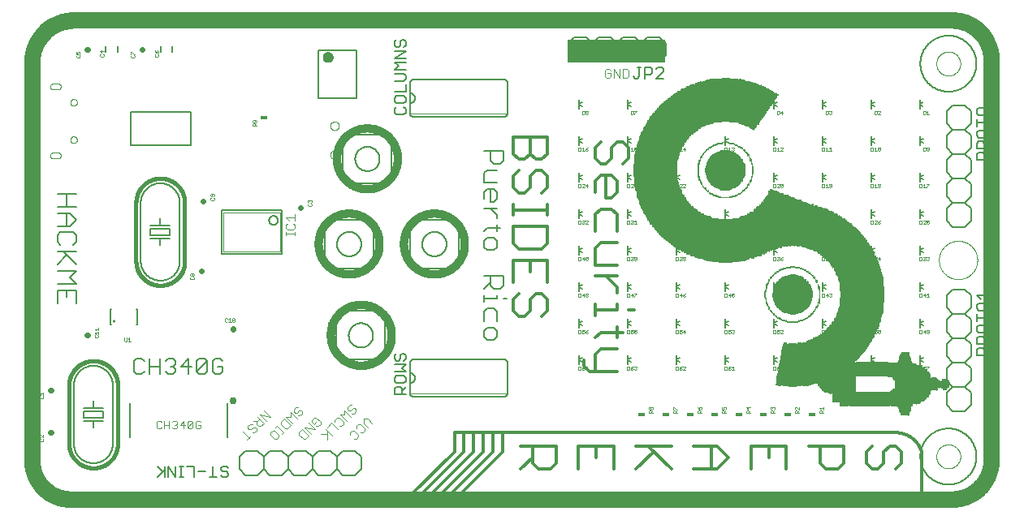
<source format=gto>
G75*
%MOIN*%
%OFA0B0*%
%FSLAX25Y25*%
%IPPOS*%
%LPD*%
%AMOC8*
5,1,8,0,0,1.08239X$1,22.5*
%
%ADD10C,0.00000*%
%ADD11C,0.03200*%
%ADD12C,0.01300*%
%ADD13C,0.01200*%
%ADD14C,0.00300*%
%ADD15R,0.40157X0.09449*%
%ADD16C,0.06600*%
%ADD17C,0.00700*%
%ADD18C,0.00600*%
%ADD19C,0.00800*%
%ADD20C,0.00100*%
%ADD21R,0.03000X0.01800*%
%ADD22C,0.01600*%
%ADD23C,0.02200*%
%ADD24C,0.03000*%
%ADD25C,0.00500*%
%ADD26C,0.00400*%
%ADD27C,0.00200*%
%ADD28C,0.01000*%
%ADD29R,0.00200X0.05200*%
%ADD30R,0.00200X0.12200*%
%ADD31R,0.00200X0.13600*%
%ADD32R,0.00200X0.15200*%
%ADD33R,0.00200X0.16200*%
%ADD34R,0.00200X0.17600*%
%ADD35R,0.00200X0.20600*%
%ADD36R,0.00200X0.21800*%
%ADD37R,0.00200X0.22200*%
%ADD38R,0.00200X0.23600*%
%ADD39R,0.00200X0.24400*%
%ADD40R,0.00200X0.26200*%
%ADD41R,0.00200X0.27800*%
%ADD42R,0.00200X0.28000*%
%ADD43R,0.00200X0.29200*%
%ADD44R,0.00200X0.31200*%
%ADD45R,0.00200X0.31400*%
%ADD46R,0.00200X0.31800*%
%ADD47R,0.00200X0.32600*%
%ADD48R,0.00200X0.33000*%
%ADD49R,0.00200X0.35400*%
%ADD50R,0.00200X0.35800*%
%ADD51R,0.00200X0.36400*%
%ADD52R,0.00200X0.36600*%
%ADD53R,0.00200X0.38200*%
%ADD54R,0.00200X0.39000*%
%ADD55R,0.00200X0.39200*%
%ADD56R,0.00200X0.39600*%
%ADD57R,0.00200X0.41200*%
%ADD58R,0.00200X0.42200*%
%ADD59R,0.00200X0.42600*%
%ADD60R,0.00200X0.42800*%
%ADD61R,0.00200X0.44600*%
%ADD62R,0.00200X0.44800*%
%ADD63R,0.00200X0.45000*%
%ADD64R,0.00200X0.45400*%
%ADD65R,0.00200X0.46800*%
%ADD66R,0.00200X0.47000*%
%ADD67R,0.00200X0.47200*%
%ADD68R,0.00200X0.47600*%
%ADD69R,0.00200X0.48600*%
%ADD70R,0.00200X0.48800*%
%ADD71R,0.00200X0.49400*%
%ADD72R,0.00200X0.49600*%
%ADD73R,0.00200X0.50200*%
%ADD74R,0.00200X0.50800*%
%ADD75R,0.00200X0.51200*%
%ADD76R,0.00200X0.51400*%
%ADD77R,0.00200X0.52200*%
%ADD78R,0.00200X0.52600*%
%ADD79R,0.00200X0.53600*%
%ADD80R,0.00200X0.53800*%
%ADD81R,0.00200X0.54600*%
%ADD82R,0.00200X0.55000*%
%ADD83R,0.00200X0.55200*%
%ADD84R,0.00200X0.55600*%
%ADD85R,0.00200X0.55800*%
%ADD86R,0.00200X0.56400*%
%ADD87R,0.00200X0.56800*%
%ADD88R,0.00200X0.57400*%
%ADD89R,0.00200X0.58000*%
%ADD90R,0.00200X0.58200*%
%ADD91R,0.00200X0.59000*%
%ADD92R,0.00200X0.59600*%
%ADD93R,0.00200X0.59800*%
%ADD94R,0.00200X0.60000*%
%ADD95R,0.00200X0.60200*%
%ADD96R,0.00200X0.61400*%
%ADD97R,0.00200X0.61600*%
%ADD98R,0.00200X0.62200*%
%ADD99R,0.00200X0.62600*%
%ADD100R,0.00200X0.62800*%
%ADD101R,0.00200X0.63200*%
%ADD102R,0.00200X0.63600*%
%ADD103R,0.00200X0.63800*%
%ADD104R,0.00200X0.64200*%
%ADD105R,0.00200X0.28400*%
%ADD106R,0.00200X0.27600*%
%ADD107R,0.00200X0.26800*%
%ADD108R,0.00200X0.26400*%
%ADD109R,0.00200X0.25800*%
%ADD110R,0.00200X0.26000*%
%ADD111R,0.00200X0.25400*%
%ADD112R,0.00200X0.25600*%
%ADD113R,0.00200X0.25200*%
%ADD114R,0.00200X0.25000*%
%ADD115R,0.00200X0.24800*%
%ADD116R,0.00200X0.24600*%
%ADD117R,0.00200X0.24200*%
%ADD118R,0.00200X0.24000*%
%ADD119R,0.00200X0.23400*%
%ADD120R,0.00200X0.22600*%
%ADD121R,0.00200X0.22800*%
%ADD122R,0.00200X0.23000*%
%ADD123R,0.00200X0.22400*%
%ADD124R,0.00200X0.22000*%
%ADD125R,0.00200X0.21600*%
%ADD126R,0.00200X0.21400*%
%ADD127R,0.00200X0.21000*%
%ADD128R,0.00200X0.21200*%
%ADD129R,0.00200X0.20800*%
%ADD130R,0.00200X0.20400*%
%ADD131R,0.00200X0.20200*%
%ADD132R,0.00200X0.20000*%
%ADD133R,0.00200X0.19800*%
%ADD134R,0.00200X0.19600*%
%ADD135R,0.00200X0.02600*%
%ADD136R,0.00200X0.19400*%
%ADD137R,0.00200X0.06200*%
%ADD138R,0.00200X0.06800*%
%ADD139R,0.00200X0.01800*%
%ADD140R,0.00200X0.02000*%
%ADD141R,0.00200X0.01200*%
%ADD142R,0.00200X0.01400*%
%ADD143R,0.00200X0.19200*%
%ADD144R,0.00200X0.19000*%
%ADD145R,0.00200X0.01000*%
%ADD146R,0.00200X0.18800*%
%ADD147R,0.00200X0.18600*%
%ADD148R,0.00200X0.00800*%
%ADD149R,0.00200X0.00600*%
%ADD150R,0.00200X0.03800*%
%ADD151R,0.00200X0.04200*%
%ADD152R,0.00200X0.07600*%
%ADD153R,0.00200X0.07800*%
%ADD154R,0.00200X0.08000*%
%ADD155R,0.00200X0.09200*%
%ADD156R,0.00200X0.10000*%
%ADD157R,0.00200X0.18400*%
%ADD158R,0.00200X0.00400*%
%ADD159R,0.00200X0.10200*%
%ADD160R,0.00200X0.11000*%
%ADD161R,0.00200X0.18200*%
%ADD162R,0.00200X0.11200*%
%ADD163R,0.00200X0.11800*%
%ADD164R,0.00200X0.12400*%
%ADD165R,0.00200X0.12600*%
%ADD166R,0.00200X0.18000*%
%ADD167R,0.00200X0.13000*%
%ADD168R,0.00200X0.13200*%
%ADD169R,0.00200X0.00200*%
%ADD170R,0.00200X0.17800*%
%ADD171R,0.00200X0.13800*%
%ADD172R,0.00200X0.14000*%
%ADD173R,0.00200X0.14200*%
%ADD174R,0.00200X0.14800*%
%ADD175R,0.00200X0.15000*%
%ADD176R,0.00200X0.15400*%
%ADD177R,0.00200X0.15800*%
%ADD178R,0.00200X0.16400*%
%ADD179R,0.00200X0.16600*%
%ADD180R,0.00200X0.16800*%
%ADD181R,0.00200X0.16000*%
%ADD182R,0.00200X0.14600*%
%ADD183R,0.00200X0.14400*%
%ADD184R,0.00200X0.13400*%
%ADD185R,0.00200X0.12000*%
%ADD186R,0.00200X0.11600*%
%ADD187R,0.00200X0.08600*%
%ADD188R,0.00200X0.05600*%
%ADD189R,0.00200X0.05000*%
%ADD190R,0.00200X0.04600*%
%ADD191R,0.00200X0.03200*%
%ADD192R,0.00200X0.17000*%
%ADD193R,0.00200X0.15600*%
%ADD194R,0.00200X0.11400*%
%ADD195R,0.00200X0.02400*%
%ADD196R,0.00200X0.10400*%
%ADD197R,0.00200X0.23200*%
%ADD198R,0.00200X0.02800*%
%ADD199R,0.00200X0.09600*%
%ADD200R,0.00200X0.01600*%
%ADD201R,0.00200X0.09400*%
%ADD202R,0.00200X0.08400*%
%ADD203R,0.00200X0.08200*%
%ADD204R,0.00200X0.06600*%
%ADD205R,0.00200X0.05800*%
%ADD206R,0.00200X0.04000*%
%ADD207R,0.00200X0.03600*%
%ADD208R,0.00200X0.23800*%
%ADD209R,0.00200X0.09000*%
%ADD210R,0.00200X0.10800*%
%ADD211R,0.00200X0.06400*%
%ADD212R,0.00200X0.12800*%
%ADD213R,0.00200X0.17200*%
%ADD214R,0.00200X0.10600*%
%ADD215R,0.00200X0.08800*%
%ADD216R,0.00200X0.07200*%
%ADD217R,0.00200X0.03000*%
%ADD218R,0.00200X0.02200*%
%ADD219R,0.00200X0.27000*%
%ADD220R,0.00200X0.27200*%
%ADD221R,0.00200X0.28200*%
%ADD222R,0.00200X0.29000*%
%ADD223R,0.00200X0.33200*%
%ADD224R,0.00200X0.33400*%
%ADD225R,0.00200X0.34400*%
%ADD226R,0.00200X0.34800*%
%ADD227R,0.00200X0.35600*%
%ADD228R,0.00200X0.36000*%
%ADD229R,0.00200X0.37200*%
%ADD230R,0.00200X0.38400*%
%ADD231R,0.00200X0.39400*%
%ADD232R,0.00200X0.40000*%
%ADD233R,0.00200X0.30600*%
%ADD234R,0.00200X0.44400*%
%ADD235R,0.00200X0.77800*%
%ADD236R,0.00200X0.77400*%
%ADD237R,0.00200X0.77200*%
%ADD238R,0.00200X0.77000*%
%ADD239R,0.00200X0.76400*%
%ADD240R,0.00200X0.76000*%
%ADD241R,0.00200X0.75800*%
%ADD242R,0.00200X0.75600*%
%ADD243R,0.00200X0.75400*%
%ADD244R,0.00200X0.75200*%
%ADD245R,0.00200X0.75000*%
%ADD246R,0.00200X0.74600*%
%ADD247R,0.00200X0.74000*%
%ADD248R,0.00200X0.73600*%
%ADD249R,0.00200X0.54000*%
%ADD250R,0.00200X0.53400*%
%ADD251R,0.00200X0.53200*%
%ADD252R,0.00200X0.52000*%
%ADD253R,0.00200X0.51800*%
%ADD254R,0.00200X0.51000*%
%ADD255R,0.00200X0.50000*%
%ADD256R,0.00200X0.49800*%
%ADD257R,0.00200X0.49000*%
%ADD258R,0.00200X0.47800*%
%ADD259R,0.00200X0.46600*%
%ADD260R,0.00200X0.46400*%
%ADD261R,0.00200X0.45200*%
%ADD262R,0.00200X0.44200*%
%ADD263R,0.00200X0.43000*%
%ADD264R,0.00200X0.41600*%
%ADD265R,0.00200X0.41000*%
%ADD266R,0.00200X0.38800*%
%ADD267R,0.00200X0.37800*%
%ADD268R,0.00200X0.36200*%
%ADD269R,0.00200X0.35200*%
%ADD270R,0.00200X0.33600*%
%ADD271R,0.00200X0.32200*%
%ADD272R,0.00200X0.32000*%
%ADD273R,0.00200X0.30800*%
%ADD274R,0.00200X0.28800*%
%ADD275R,0.00200X0.04800*%
%ADD276R,0.00200X0.06000*%
%ADD277R,0.00200X0.07000*%
%ADD278R,0.00200X0.07400*%
%ADD279R,0.00200X0.05400*%
%ADD280R,0.00200X0.03400*%
%ADD281R,0.00200X0.04400*%
%ADD282C,0.02400*%
D10*
X0020048Y0004300D02*
X0382253Y0004300D01*
X0382634Y0004305D01*
X0383014Y0004318D01*
X0383394Y0004341D01*
X0383773Y0004374D01*
X0384151Y0004415D01*
X0384528Y0004465D01*
X0384904Y0004525D01*
X0385279Y0004593D01*
X0385651Y0004671D01*
X0386022Y0004758D01*
X0386390Y0004853D01*
X0386756Y0004958D01*
X0387119Y0005071D01*
X0387480Y0005193D01*
X0387837Y0005323D01*
X0388191Y0005463D01*
X0388542Y0005610D01*
X0388889Y0005767D01*
X0389232Y0005931D01*
X0389571Y0006104D01*
X0389906Y0006285D01*
X0390237Y0006474D01*
X0390562Y0006671D01*
X0390883Y0006875D01*
X0391199Y0007088D01*
X0391509Y0007308D01*
X0391815Y0007535D01*
X0392114Y0007770D01*
X0392408Y0008012D01*
X0392696Y0008260D01*
X0392978Y0008516D01*
X0393253Y0008779D01*
X0393522Y0009048D01*
X0393785Y0009323D01*
X0394041Y0009605D01*
X0394289Y0009893D01*
X0394531Y0010187D01*
X0394766Y0010486D01*
X0394993Y0010792D01*
X0395213Y0011102D01*
X0395426Y0011418D01*
X0395630Y0011739D01*
X0395827Y0012064D01*
X0396016Y0012395D01*
X0396197Y0012730D01*
X0396370Y0013069D01*
X0396534Y0013412D01*
X0396691Y0013759D01*
X0396838Y0014110D01*
X0396978Y0014464D01*
X0397108Y0014821D01*
X0397230Y0015182D01*
X0397343Y0015545D01*
X0397448Y0015911D01*
X0397543Y0016279D01*
X0397630Y0016650D01*
X0397708Y0017022D01*
X0397776Y0017397D01*
X0397836Y0017773D01*
X0397886Y0018150D01*
X0397927Y0018528D01*
X0397960Y0018907D01*
X0397983Y0019287D01*
X0397996Y0019667D01*
X0398001Y0020048D01*
X0398001Y0185402D01*
X0397996Y0185783D01*
X0397983Y0186163D01*
X0397960Y0186543D01*
X0397927Y0186922D01*
X0397886Y0187300D01*
X0397836Y0187677D01*
X0397776Y0188053D01*
X0397708Y0188428D01*
X0397630Y0188800D01*
X0397543Y0189171D01*
X0397448Y0189539D01*
X0397343Y0189905D01*
X0397230Y0190268D01*
X0397108Y0190629D01*
X0396978Y0190986D01*
X0396838Y0191340D01*
X0396691Y0191691D01*
X0396534Y0192038D01*
X0396370Y0192381D01*
X0396197Y0192720D01*
X0396016Y0193055D01*
X0395827Y0193386D01*
X0395630Y0193711D01*
X0395426Y0194032D01*
X0395213Y0194348D01*
X0394993Y0194658D01*
X0394766Y0194964D01*
X0394531Y0195263D01*
X0394289Y0195557D01*
X0394041Y0195845D01*
X0393785Y0196127D01*
X0393522Y0196402D01*
X0393253Y0196671D01*
X0392978Y0196934D01*
X0392696Y0197190D01*
X0392408Y0197438D01*
X0392114Y0197680D01*
X0391815Y0197915D01*
X0391509Y0198142D01*
X0391199Y0198362D01*
X0390883Y0198575D01*
X0390562Y0198779D01*
X0390237Y0198976D01*
X0389906Y0199165D01*
X0389571Y0199346D01*
X0389232Y0199519D01*
X0388889Y0199683D01*
X0388542Y0199840D01*
X0388191Y0199987D01*
X0387837Y0200127D01*
X0387480Y0200257D01*
X0387119Y0200379D01*
X0386756Y0200492D01*
X0386390Y0200597D01*
X0386022Y0200692D01*
X0385651Y0200779D01*
X0385279Y0200857D01*
X0384904Y0200925D01*
X0384528Y0200985D01*
X0384151Y0201035D01*
X0383773Y0201076D01*
X0383394Y0201109D01*
X0383014Y0201132D01*
X0382634Y0201145D01*
X0382253Y0201150D01*
X0020048Y0201150D01*
X0019667Y0201145D01*
X0019287Y0201132D01*
X0018907Y0201109D01*
X0018528Y0201076D01*
X0018150Y0201035D01*
X0017773Y0200985D01*
X0017397Y0200925D01*
X0017022Y0200857D01*
X0016650Y0200779D01*
X0016279Y0200692D01*
X0015911Y0200597D01*
X0015545Y0200492D01*
X0015182Y0200379D01*
X0014821Y0200257D01*
X0014464Y0200127D01*
X0014110Y0199987D01*
X0013759Y0199840D01*
X0013412Y0199683D01*
X0013069Y0199519D01*
X0012730Y0199346D01*
X0012395Y0199165D01*
X0012064Y0198976D01*
X0011739Y0198779D01*
X0011418Y0198575D01*
X0011102Y0198362D01*
X0010792Y0198142D01*
X0010486Y0197915D01*
X0010187Y0197680D01*
X0009893Y0197438D01*
X0009605Y0197190D01*
X0009323Y0196934D01*
X0009048Y0196671D01*
X0008779Y0196402D01*
X0008516Y0196127D01*
X0008260Y0195845D01*
X0008012Y0195557D01*
X0007770Y0195263D01*
X0007535Y0194964D01*
X0007308Y0194658D01*
X0007088Y0194348D01*
X0006875Y0194032D01*
X0006671Y0193711D01*
X0006474Y0193386D01*
X0006285Y0193055D01*
X0006104Y0192720D01*
X0005931Y0192381D01*
X0005767Y0192038D01*
X0005610Y0191691D01*
X0005463Y0191340D01*
X0005323Y0190986D01*
X0005193Y0190629D01*
X0005071Y0190268D01*
X0004958Y0189905D01*
X0004853Y0189539D01*
X0004758Y0189171D01*
X0004671Y0188800D01*
X0004593Y0188428D01*
X0004525Y0188053D01*
X0004465Y0187677D01*
X0004415Y0187300D01*
X0004374Y0186922D01*
X0004341Y0186543D01*
X0004318Y0186163D01*
X0004305Y0185783D01*
X0004300Y0185402D01*
X0004300Y0020048D01*
X0004305Y0019667D01*
X0004318Y0019287D01*
X0004341Y0018907D01*
X0004374Y0018528D01*
X0004415Y0018150D01*
X0004465Y0017773D01*
X0004525Y0017397D01*
X0004593Y0017022D01*
X0004671Y0016650D01*
X0004758Y0016279D01*
X0004853Y0015911D01*
X0004958Y0015545D01*
X0005071Y0015182D01*
X0005193Y0014821D01*
X0005323Y0014464D01*
X0005463Y0014110D01*
X0005610Y0013759D01*
X0005767Y0013412D01*
X0005931Y0013069D01*
X0006104Y0012730D01*
X0006285Y0012395D01*
X0006474Y0012064D01*
X0006671Y0011739D01*
X0006875Y0011418D01*
X0007088Y0011102D01*
X0007308Y0010792D01*
X0007535Y0010486D01*
X0007770Y0010187D01*
X0008012Y0009893D01*
X0008260Y0009605D01*
X0008516Y0009323D01*
X0008779Y0009048D01*
X0009048Y0008779D01*
X0009323Y0008516D01*
X0009605Y0008260D01*
X0009893Y0008012D01*
X0010187Y0007770D01*
X0010486Y0007535D01*
X0010792Y0007308D01*
X0011102Y0007088D01*
X0011418Y0006875D01*
X0011739Y0006671D01*
X0012064Y0006474D01*
X0012395Y0006285D01*
X0012730Y0006104D01*
X0013069Y0005931D01*
X0013412Y0005767D01*
X0013759Y0005610D01*
X0014110Y0005463D01*
X0014464Y0005323D01*
X0014821Y0005193D01*
X0015182Y0005071D01*
X0015545Y0004958D01*
X0015911Y0004853D01*
X0016279Y0004758D01*
X0016650Y0004671D01*
X0017022Y0004593D01*
X0017397Y0004525D01*
X0017773Y0004465D01*
X0018150Y0004415D01*
X0018528Y0004374D01*
X0018907Y0004341D01*
X0019287Y0004318D01*
X0019667Y0004305D01*
X0020048Y0004300D01*
X0014930Y0144457D02*
X0012568Y0144457D01*
X0012502Y0144465D01*
X0012438Y0144477D01*
X0012374Y0144493D01*
X0012311Y0144512D01*
X0012250Y0144536D01*
X0012190Y0144563D01*
X0012132Y0144593D01*
X0012076Y0144627D01*
X0012022Y0144664D01*
X0011970Y0144705D01*
X0011921Y0144749D01*
X0011874Y0144795D01*
X0011831Y0144844D01*
X0011790Y0144896D01*
X0011753Y0144950D01*
X0011719Y0145006D01*
X0011689Y0145064D01*
X0011662Y0145124D01*
X0011638Y0145185D01*
X0011619Y0145248D01*
X0011603Y0145312D01*
X0011591Y0145376D01*
X0011583Y0145442D01*
X0011579Y0145507D01*
X0011579Y0145573D01*
X0011583Y0145638D01*
X0011583Y0145639D02*
X0011579Y0145704D01*
X0011579Y0145770D01*
X0011583Y0145835D01*
X0011591Y0145901D01*
X0011603Y0145965D01*
X0011619Y0146029D01*
X0011638Y0146092D01*
X0011662Y0146153D01*
X0011689Y0146213D01*
X0011719Y0146271D01*
X0011753Y0146327D01*
X0011790Y0146381D01*
X0011831Y0146433D01*
X0011874Y0146482D01*
X0011921Y0146528D01*
X0011970Y0146572D01*
X0012022Y0146613D01*
X0012076Y0146650D01*
X0012132Y0146684D01*
X0012190Y0146714D01*
X0012250Y0146741D01*
X0012311Y0146765D01*
X0012374Y0146784D01*
X0012438Y0146800D01*
X0012502Y0146812D01*
X0012568Y0146820D01*
X0014930Y0146820D01*
X0014929Y0146820D02*
X0014992Y0146812D01*
X0015054Y0146801D01*
X0015116Y0146786D01*
X0015176Y0146768D01*
X0015236Y0146746D01*
X0015294Y0146721D01*
X0015350Y0146692D01*
X0015405Y0146660D01*
X0015457Y0146625D01*
X0015508Y0146587D01*
X0015556Y0146547D01*
X0015602Y0146503D01*
X0015645Y0146457D01*
X0015686Y0146408D01*
X0015724Y0146357D01*
X0015758Y0146305D01*
X0015790Y0146250D01*
X0015818Y0146193D01*
X0015843Y0146135D01*
X0015864Y0146075D01*
X0015882Y0146015D01*
X0015896Y0145953D01*
X0015907Y0145891D01*
X0015914Y0145828D01*
X0015918Y0145765D01*
X0015917Y0145702D01*
X0015914Y0145639D01*
X0015914Y0145638D02*
X0015917Y0145575D01*
X0015918Y0145512D01*
X0015914Y0145449D01*
X0015907Y0145386D01*
X0015896Y0145324D01*
X0015882Y0145262D01*
X0015864Y0145202D01*
X0015843Y0145142D01*
X0015818Y0145084D01*
X0015790Y0145027D01*
X0015758Y0144972D01*
X0015724Y0144920D01*
X0015686Y0144869D01*
X0015645Y0144820D01*
X0015602Y0144774D01*
X0015556Y0144730D01*
X0015508Y0144690D01*
X0015457Y0144652D01*
X0015405Y0144617D01*
X0015350Y0144585D01*
X0015294Y0144556D01*
X0015236Y0144531D01*
X0015176Y0144509D01*
X0015116Y0144491D01*
X0015054Y0144476D01*
X0014992Y0144465D01*
X0014929Y0144457D01*
X0019851Y0152135D02*
X0019853Y0152209D01*
X0019859Y0152283D01*
X0019869Y0152356D01*
X0019883Y0152429D01*
X0019900Y0152501D01*
X0019922Y0152571D01*
X0019947Y0152641D01*
X0019976Y0152709D01*
X0020009Y0152775D01*
X0020045Y0152840D01*
X0020085Y0152902D01*
X0020127Y0152963D01*
X0020173Y0153021D01*
X0020222Y0153076D01*
X0020274Y0153129D01*
X0020329Y0153179D01*
X0020386Y0153225D01*
X0020446Y0153269D01*
X0020508Y0153309D01*
X0020572Y0153346D01*
X0020638Y0153380D01*
X0020706Y0153410D01*
X0020775Y0153436D01*
X0020846Y0153459D01*
X0020917Y0153477D01*
X0020990Y0153492D01*
X0021063Y0153503D01*
X0021137Y0153510D01*
X0021211Y0153513D01*
X0021284Y0153512D01*
X0021358Y0153507D01*
X0021432Y0153498D01*
X0021505Y0153485D01*
X0021577Y0153468D01*
X0021648Y0153448D01*
X0021718Y0153423D01*
X0021786Y0153395D01*
X0021853Y0153364D01*
X0021918Y0153328D01*
X0021981Y0153290D01*
X0022042Y0153248D01*
X0022101Y0153202D01*
X0022157Y0153154D01*
X0022210Y0153103D01*
X0022260Y0153049D01*
X0022308Y0152992D01*
X0022352Y0152933D01*
X0022394Y0152871D01*
X0022432Y0152808D01*
X0022466Y0152742D01*
X0022497Y0152675D01*
X0022524Y0152606D01*
X0022547Y0152536D01*
X0022567Y0152465D01*
X0022583Y0152392D01*
X0022595Y0152319D01*
X0022603Y0152246D01*
X0022607Y0152172D01*
X0022607Y0152098D01*
X0022603Y0152024D01*
X0022595Y0151951D01*
X0022583Y0151878D01*
X0022567Y0151805D01*
X0022547Y0151734D01*
X0022524Y0151664D01*
X0022497Y0151595D01*
X0022466Y0151528D01*
X0022432Y0151462D01*
X0022394Y0151399D01*
X0022352Y0151337D01*
X0022308Y0151278D01*
X0022260Y0151221D01*
X0022210Y0151167D01*
X0022157Y0151116D01*
X0022101Y0151068D01*
X0022042Y0151022D01*
X0021981Y0150980D01*
X0021918Y0150942D01*
X0021853Y0150906D01*
X0021786Y0150875D01*
X0021718Y0150847D01*
X0021648Y0150822D01*
X0021577Y0150802D01*
X0021505Y0150785D01*
X0021432Y0150772D01*
X0021358Y0150763D01*
X0021284Y0150758D01*
X0021211Y0150757D01*
X0021137Y0150760D01*
X0021063Y0150767D01*
X0020990Y0150778D01*
X0020917Y0150793D01*
X0020846Y0150811D01*
X0020775Y0150834D01*
X0020706Y0150860D01*
X0020638Y0150890D01*
X0020572Y0150924D01*
X0020508Y0150961D01*
X0020446Y0151001D01*
X0020386Y0151045D01*
X0020329Y0151091D01*
X0020274Y0151141D01*
X0020222Y0151194D01*
X0020173Y0151249D01*
X0020127Y0151307D01*
X0020085Y0151368D01*
X0020045Y0151430D01*
X0020009Y0151495D01*
X0019976Y0151561D01*
X0019947Y0151629D01*
X0019922Y0151699D01*
X0019900Y0151769D01*
X0019883Y0151841D01*
X0019869Y0151914D01*
X0019859Y0151987D01*
X0019853Y0152061D01*
X0019851Y0152135D01*
X0019851Y0167489D02*
X0019853Y0167563D01*
X0019859Y0167637D01*
X0019869Y0167710D01*
X0019883Y0167783D01*
X0019900Y0167855D01*
X0019922Y0167925D01*
X0019947Y0167995D01*
X0019976Y0168063D01*
X0020009Y0168129D01*
X0020045Y0168194D01*
X0020085Y0168256D01*
X0020127Y0168317D01*
X0020173Y0168375D01*
X0020222Y0168430D01*
X0020274Y0168483D01*
X0020329Y0168533D01*
X0020386Y0168579D01*
X0020446Y0168623D01*
X0020508Y0168663D01*
X0020572Y0168700D01*
X0020638Y0168734D01*
X0020706Y0168764D01*
X0020775Y0168790D01*
X0020846Y0168813D01*
X0020917Y0168831D01*
X0020990Y0168846D01*
X0021063Y0168857D01*
X0021137Y0168864D01*
X0021211Y0168867D01*
X0021284Y0168866D01*
X0021358Y0168861D01*
X0021432Y0168852D01*
X0021505Y0168839D01*
X0021577Y0168822D01*
X0021648Y0168802D01*
X0021718Y0168777D01*
X0021786Y0168749D01*
X0021853Y0168718D01*
X0021918Y0168682D01*
X0021981Y0168644D01*
X0022042Y0168602D01*
X0022101Y0168556D01*
X0022157Y0168508D01*
X0022210Y0168457D01*
X0022260Y0168403D01*
X0022308Y0168346D01*
X0022352Y0168287D01*
X0022394Y0168225D01*
X0022432Y0168162D01*
X0022466Y0168096D01*
X0022497Y0168029D01*
X0022524Y0167960D01*
X0022547Y0167890D01*
X0022567Y0167819D01*
X0022583Y0167746D01*
X0022595Y0167673D01*
X0022603Y0167600D01*
X0022607Y0167526D01*
X0022607Y0167452D01*
X0022603Y0167378D01*
X0022595Y0167305D01*
X0022583Y0167232D01*
X0022567Y0167159D01*
X0022547Y0167088D01*
X0022524Y0167018D01*
X0022497Y0166949D01*
X0022466Y0166882D01*
X0022432Y0166816D01*
X0022394Y0166753D01*
X0022352Y0166691D01*
X0022308Y0166632D01*
X0022260Y0166575D01*
X0022210Y0166521D01*
X0022157Y0166470D01*
X0022101Y0166422D01*
X0022042Y0166376D01*
X0021981Y0166334D01*
X0021918Y0166296D01*
X0021853Y0166260D01*
X0021786Y0166229D01*
X0021718Y0166201D01*
X0021648Y0166176D01*
X0021577Y0166156D01*
X0021505Y0166139D01*
X0021432Y0166126D01*
X0021358Y0166117D01*
X0021284Y0166112D01*
X0021211Y0166111D01*
X0021137Y0166114D01*
X0021063Y0166121D01*
X0020990Y0166132D01*
X0020917Y0166147D01*
X0020846Y0166165D01*
X0020775Y0166188D01*
X0020706Y0166214D01*
X0020638Y0166244D01*
X0020572Y0166278D01*
X0020508Y0166315D01*
X0020446Y0166355D01*
X0020386Y0166399D01*
X0020329Y0166445D01*
X0020274Y0166495D01*
X0020222Y0166548D01*
X0020173Y0166603D01*
X0020127Y0166661D01*
X0020085Y0166722D01*
X0020045Y0166784D01*
X0020009Y0166849D01*
X0019976Y0166915D01*
X0019947Y0166983D01*
X0019922Y0167053D01*
X0019900Y0167123D01*
X0019883Y0167195D01*
X0019869Y0167268D01*
X0019859Y0167341D01*
X0019853Y0167415D01*
X0019851Y0167489D01*
X0014930Y0172804D02*
X0012568Y0172804D01*
X0012502Y0172812D01*
X0012438Y0172824D01*
X0012374Y0172840D01*
X0012311Y0172859D01*
X0012250Y0172883D01*
X0012190Y0172910D01*
X0012132Y0172940D01*
X0012076Y0172974D01*
X0012022Y0173011D01*
X0011970Y0173052D01*
X0011921Y0173096D01*
X0011874Y0173142D01*
X0011831Y0173191D01*
X0011790Y0173243D01*
X0011753Y0173297D01*
X0011719Y0173353D01*
X0011689Y0173411D01*
X0011662Y0173471D01*
X0011638Y0173532D01*
X0011619Y0173595D01*
X0011603Y0173659D01*
X0011591Y0173723D01*
X0011583Y0173789D01*
X0011579Y0173854D01*
X0011579Y0173920D01*
X0011583Y0173985D01*
X0011579Y0174050D01*
X0011579Y0174116D01*
X0011583Y0174181D01*
X0011591Y0174247D01*
X0011603Y0174311D01*
X0011619Y0174375D01*
X0011638Y0174438D01*
X0011662Y0174499D01*
X0011689Y0174559D01*
X0011719Y0174617D01*
X0011753Y0174673D01*
X0011790Y0174727D01*
X0011831Y0174779D01*
X0011874Y0174828D01*
X0011921Y0174874D01*
X0011970Y0174918D01*
X0012022Y0174959D01*
X0012076Y0174996D01*
X0012132Y0175030D01*
X0012190Y0175060D01*
X0012250Y0175087D01*
X0012311Y0175111D01*
X0012374Y0175130D01*
X0012438Y0175146D01*
X0012502Y0175158D01*
X0012568Y0175166D01*
X0014930Y0175166D01*
X0014929Y0175166D02*
X0014992Y0175158D01*
X0015054Y0175147D01*
X0015116Y0175132D01*
X0015176Y0175114D01*
X0015236Y0175092D01*
X0015294Y0175067D01*
X0015350Y0175038D01*
X0015405Y0175006D01*
X0015457Y0174971D01*
X0015508Y0174933D01*
X0015556Y0174893D01*
X0015602Y0174849D01*
X0015645Y0174803D01*
X0015686Y0174754D01*
X0015724Y0174703D01*
X0015758Y0174651D01*
X0015790Y0174596D01*
X0015818Y0174539D01*
X0015843Y0174481D01*
X0015864Y0174421D01*
X0015882Y0174361D01*
X0015896Y0174299D01*
X0015907Y0174237D01*
X0015914Y0174174D01*
X0015918Y0174111D01*
X0015917Y0174048D01*
X0015914Y0173985D01*
X0015917Y0173922D01*
X0015918Y0173859D01*
X0015914Y0173796D01*
X0015907Y0173733D01*
X0015896Y0173671D01*
X0015882Y0173609D01*
X0015864Y0173549D01*
X0015843Y0173489D01*
X0015818Y0173431D01*
X0015790Y0173374D01*
X0015758Y0173319D01*
X0015724Y0173267D01*
X0015686Y0173216D01*
X0015645Y0173167D01*
X0015602Y0173121D01*
X0015556Y0173077D01*
X0015508Y0173037D01*
X0015457Y0172999D01*
X0015405Y0172964D01*
X0015350Y0172932D01*
X0015294Y0172903D01*
X0015236Y0172878D01*
X0015176Y0172856D01*
X0015116Y0172838D01*
X0015054Y0172823D01*
X0014992Y0172812D01*
X0014929Y0172804D01*
X0126544Y0157843D02*
X0126546Y0157927D01*
X0126552Y0158010D01*
X0126562Y0158093D01*
X0126576Y0158176D01*
X0126593Y0158258D01*
X0126615Y0158339D01*
X0126640Y0158418D01*
X0126669Y0158497D01*
X0126702Y0158574D01*
X0126738Y0158649D01*
X0126778Y0158723D01*
X0126821Y0158795D01*
X0126868Y0158864D01*
X0126918Y0158931D01*
X0126971Y0158996D01*
X0127027Y0159058D01*
X0127085Y0159118D01*
X0127147Y0159175D01*
X0127211Y0159228D01*
X0127278Y0159279D01*
X0127347Y0159326D01*
X0127418Y0159371D01*
X0127491Y0159411D01*
X0127566Y0159448D01*
X0127643Y0159482D01*
X0127721Y0159512D01*
X0127800Y0159538D01*
X0127881Y0159561D01*
X0127963Y0159579D01*
X0128045Y0159594D01*
X0128128Y0159605D01*
X0128211Y0159612D01*
X0128295Y0159615D01*
X0128379Y0159614D01*
X0128462Y0159609D01*
X0128546Y0159600D01*
X0128628Y0159587D01*
X0128710Y0159571D01*
X0128791Y0159550D01*
X0128872Y0159526D01*
X0128950Y0159498D01*
X0129028Y0159466D01*
X0129104Y0159430D01*
X0129178Y0159391D01*
X0129250Y0159349D01*
X0129320Y0159303D01*
X0129388Y0159254D01*
X0129453Y0159202D01*
X0129516Y0159147D01*
X0129576Y0159089D01*
X0129634Y0159028D01*
X0129688Y0158964D01*
X0129740Y0158898D01*
X0129788Y0158830D01*
X0129833Y0158759D01*
X0129874Y0158686D01*
X0129913Y0158612D01*
X0129947Y0158536D01*
X0129978Y0158458D01*
X0130005Y0158379D01*
X0130029Y0158298D01*
X0130048Y0158217D01*
X0130064Y0158135D01*
X0130076Y0158052D01*
X0130084Y0157968D01*
X0130088Y0157885D01*
X0130088Y0157801D01*
X0130084Y0157718D01*
X0130076Y0157634D01*
X0130064Y0157551D01*
X0130048Y0157469D01*
X0130029Y0157388D01*
X0130005Y0157307D01*
X0129978Y0157228D01*
X0129947Y0157150D01*
X0129913Y0157074D01*
X0129874Y0157000D01*
X0129833Y0156927D01*
X0129788Y0156856D01*
X0129740Y0156788D01*
X0129688Y0156722D01*
X0129634Y0156658D01*
X0129576Y0156597D01*
X0129516Y0156539D01*
X0129453Y0156484D01*
X0129388Y0156432D01*
X0129320Y0156383D01*
X0129250Y0156337D01*
X0129178Y0156295D01*
X0129104Y0156256D01*
X0129028Y0156220D01*
X0128950Y0156188D01*
X0128872Y0156160D01*
X0128791Y0156136D01*
X0128710Y0156115D01*
X0128628Y0156099D01*
X0128546Y0156086D01*
X0128462Y0156077D01*
X0128379Y0156072D01*
X0128295Y0156071D01*
X0128211Y0156074D01*
X0128128Y0156081D01*
X0128045Y0156092D01*
X0127963Y0156107D01*
X0127881Y0156125D01*
X0127800Y0156148D01*
X0127721Y0156174D01*
X0127643Y0156204D01*
X0127566Y0156238D01*
X0127491Y0156275D01*
X0127418Y0156315D01*
X0127347Y0156360D01*
X0127278Y0156407D01*
X0127211Y0156458D01*
X0127147Y0156511D01*
X0127085Y0156568D01*
X0127027Y0156628D01*
X0126971Y0156690D01*
X0126918Y0156755D01*
X0126868Y0156822D01*
X0126821Y0156891D01*
X0126778Y0156963D01*
X0126738Y0157037D01*
X0126702Y0157112D01*
X0126669Y0157189D01*
X0126640Y0157268D01*
X0126615Y0157347D01*
X0126593Y0157428D01*
X0126576Y0157510D01*
X0126562Y0157593D01*
X0126552Y0157676D01*
X0126546Y0157759D01*
X0126544Y0157843D01*
X0126544Y0146032D02*
X0126546Y0146116D01*
X0126552Y0146199D01*
X0126562Y0146282D01*
X0126576Y0146365D01*
X0126593Y0146447D01*
X0126615Y0146528D01*
X0126640Y0146607D01*
X0126669Y0146686D01*
X0126702Y0146763D01*
X0126738Y0146838D01*
X0126778Y0146912D01*
X0126821Y0146984D01*
X0126868Y0147053D01*
X0126918Y0147120D01*
X0126971Y0147185D01*
X0127027Y0147247D01*
X0127085Y0147307D01*
X0127147Y0147364D01*
X0127211Y0147417D01*
X0127278Y0147468D01*
X0127347Y0147515D01*
X0127418Y0147560D01*
X0127491Y0147600D01*
X0127566Y0147637D01*
X0127643Y0147671D01*
X0127721Y0147701D01*
X0127800Y0147727D01*
X0127881Y0147750D01*
X0127963Y0147768D01*
X0128045Y0147783D01*
X0128128Y0147794D01*
X0128211Y0147801D01*
X0128295Y0147804D01*
X0128379Y0147803D01*
X0128462Y0147798D01*
X0128546Y0147789D01*
X0128628Y0147776D01*
X0128710Y0147760D01*
X0128791Y0147739D01*
X0128872Y0147715D01*
X0128950Y0147687D01*
X0129028Y0147655D01*
X0129104Y0147619D01*
X0129178Y0147580D01*
X0129250Y0147538D01*
X0129320Y0147492D01*
X0129388Y0147443D01*
X0129453Y0147391D01*
X0129516Y0147336D01*
X0129576Y0147278D01*
X0129634Y0147217D01*
X0129688Y0147153D01*
X0129740Y0147087D01*
X0129788Y0147019D01*
X0129833Y0146948D01*
X0129874Y0146875D01*
X0129913Y0146801D01*
X0129947Y0146725D01*
X0129978Y0146647D01*
X0130005Y0146568D01*
X0130029Y0146487D01*
X0130048Y0146406D01*
X0130064Y0146324D01*
X0130076Y0146241D01*
X0130084Y0146157D01*
X0130088Y0146074D01*
X0130088Y0145990D01*
X0130084Y0145907D01*
X0130076Y0145823D01*
X0130064Y0145740D01*
X0130048Y0145658D01*
X0130029Y0145577D01*
X0130005Y0145496D01*
X0129978Y0145417D01*
X0129947Y0145339D01*
X0129913Y0145263D01*
X0129874Y0145189D01*
X0129833Y0145116D01*
X0129788Y0145045D01*
X0129740Y0144977D01*
X0129688Y0144911D01*
X0129634Y0144847D01*
X0129576Y0144786D01*
X0129516Y0144728D01*
X0129453Y0144673D01*
X0129388Y0144621D01*
X0129320Y0144572D01*
X0129250Y0144526D01*
X0129178Y0144484D01*
X0129104Y0144445D01*
X0129028Y0144409D01*
X0128950Y0144377D01*
X0128872Y0144349D01*
X0128791Y0144325D01*
X0128710Y0144304D01*
X0128628Y0144288D01*
X0128546Y0144275D01*
X0128462Y0144266D01*
X0128379Y0144261D01*
X0128295Y0144260D01*
X0128211Y0144263D01*
X0128128Y0144270D01*
X0128045Y0144281D01*
X0127963Y0144296D01*
X0127881Y0144314D01*
X0127800Y0144337D01*
X0127721Y0144363D01*
X0127643Y0144393D01*
X0127566Y0144427D01*
X0127491Y0144464D01*
X0127418Y0144504D01*
X0127347Y0144549D01*
X0127278Y0144596D01*
X0127211Y0144647D01*
X0127147Y0144700D01*
X0127085Y0144757D01*
X0127027Y0144817D01*
X0126971Y0144879D01*
X0126918Y0144944D01*
X0126868Y0145011D01*
X0126821Y0145080D01*
X0126778Y0145152D01*
X0126738Y0145226D01*
X0126702Y0145301D01*
X0126669Y0145378D01*
X0126640Y0145457D01*
X0126615Y0145536D01*
X0126593Y0145617D01*
X0126576Y0145699D01*
X0126562Y0145782D01*
X0126552Y0145865D01*
X0126546Y0145948D01*
X0126544Y0146032D01*
X0375363Y0183434D02*
X0375365Y0183574D01*
X0375371Y0183714D01*
X0375381Y0183853D01*
X0375395Y0183992D01*
X0375413Y0184131D01*
X0375434Y0184269D01*
X0375460Y0184407D01*
X0375490Y0184544D01*
X0375523Y0184679D01*
X0375561Y0184814D01*
X0375602Y0184948D01*
X0375647Y0185081D01*
X0375695Y0185212D01*
X0375748Y0185341D01*
X0375804Y0185470D01*
X0375863Y0185596D01*
X0375927Y0185721D01*
X0375993Y0185844D01*
X0376064Y0185965D01*
X0376137Y0186084D01*
X0376214Y0186201D01*
X0376295Y0186315D01*
X0376378Y0186427D01*
X0376465Y0186537D01*
X0376555Y0186645D01*
X0376647Y0186749D01*
X0376743Y0186851D01*
X0376842Y0186951D01*
X0376943Y0187047D01*
X0377047Y0187141D01*
X0377154Y0187231D01*
X0377263Y0187318D01*
X0377375Y0187403D01*
X0377489Y0187484D01*
X0377605Y0187562D01*
X0377723Y0187636D01*
X0377844Y0187707D01*
X0377966Y0187775D01*
X0378091Y0187839D01*
X0378217Y0187900D01*
X0378344Y0187957D01*
X0378474Y0188010D01*
X0378605Y0188060D01*
X0378737Y0188105D01*
X0378870Y0188148D01*
X0379005Y0188186D01*
X0379140Y0188220D01*
X0379277Y0188251D01*
X0379414Y0188278D01*
X0379552Y0188300D01*
X0379691Y0188319D01*
X0379830Y0188334D01*
X0379969Y0188345D01*
X0380109Y0188352D01*
X0380249Y0188355D01*
X0380389Y0188354D01*
X0380529Y0188349D01*
X0380668Y0188340D01*
X0380808Y0188327D01*
X0380947Y0188310D01*
X0381085Y0188289D01*
X0381223Y0188265D01*
X0381360Y0188236D01*
X0381496Y0188204D01*
X0381631Y0188167D01*
X0381765Y0188127D01*
X0381898Y0188083D01*
X0382029Y0188035D01*
X0382159Y0187984D01*
X0382288Y0187929D01*
X0382415Y0187870D01*
X0382540Y0187807D01*
X0382663Y0187742D01*
X0382785Y0187672D01*
X0382904Y0187599D01*
X0383022Y0187523D01*
X0383137Y0187444D01*
X0383250Y0187361D01*
X0383360Y0187275D01*
X0383468Y0187186D01*
X0383573Y0187094D01*
X0383676Y0186999D01*
X0383776Y0186901D01*
X0383873Y0186801D01*
X0383967Y0186697D01*
X0384059Y0186591D01*
X0384147Y0186483D01*
X0384232Y0186372D01*
X0384314Y0186258D01*
X0384393Y0186142D01*
X0384468Y0186025D01*
X0384540Y0185905D01*
X0384608Y0185783D01*
X0384673Y0185659D01*
X0384735Y0185533D01*
X0384793Y0185406D01*
X0384847Y0185277D01*
X0384898Y0185146D01*
X0384944Y0185014D01*
X0384987Y0184881D01*
X0385027Y0184747D01*
X0385062Y0184612D01*
X0385094Y0184475D01*
X0385121Y0184338D01*
X0385145Y0184200D01*
X0385165Y0184062D01*
X0385181Y0183923D01*
X0385193Y0183783D01*
X0385201Y0183644D01*
X0385205Y0183504D01*
X0385205Y0183364D01*
X0385201Y0183224D01*
X0385193Y0183085D01*
X0385181Y0182945D01*
X0385165Y0182806D01*
X0385145Y0182668D01*
X0385121Y0182530D01*
X0385094Y0182393D01*
X0385062Y0182256D01*
X0385027Y0182121D01*
X0384987Y0181987D01*
X0384944Y0181854D01*
X0384898Y0181722D01*
X0384847Y0181591D01*
X0384793Y0181462D01*
X0384735Y0181335D01*
X0384673Y0181209D01*
X0384608Y0181085D01*
X0384540Y0180963D01*
X0384468Y0180843D01*
X0384393Y0180726D01*
X0384314Y0180610D01*
X0384232Y0180496D01*
X0384147Y0180385D01*
X0384059Y0180277D01*
X0383967Y0180171D01*
X0383873Y0180067D01*
X0383776Y0179967D01*
X0383676Y0179869D01*
X0383573Y0179774D01*
X0383468Y0179682D01*
X0383360Y0179593D01*
X0383250Y0179507D01*
X0383137Y0179424D01*
X0383022Y0179345D01*
X0382904Y0179269D01*
X0382785Y0179196D01*
X0382663Y0179126D01*
X0382540Y0179061D01*
X0382415Y0178998D01*
X0382288Y0178939D01*
X0382159Y0178884D01*
X0382029Y0178833D01*
X0381898Y0178785D01*
X0381765Y0178741D01*
X0381631Y0178701D01*
X0381496Y0178664D01*
X0381360Y0178632D01*
X0381223Y0178603D01*
X0381085Y0178579D01*
X0380947Y0178558D01*
X0380808Y0178541D01*
X0380668Y0178528D01*
X0380529Y0178519D01*
X0380389Y0178514D01*
X0380249Y0178513D01*
X0380109Y0178516D01*
X0379969Y0178523D01*
X0379830Y0178534D01*
X0379691Y0178549D01*
X0379552Y0178568D01*
X0379414Y0178590D01*
X0379277Y0178617D01*
X0379140Y0178648D01*
X0379005Y0178682D01*
X0378870Y0178720D01*
X0378737Y0178763D01*
X0378605Y0178808D01*
X0378474Y0178858D01*
X0378344Y0178911D01*
X0378217Y0178968D01*
X0378091Y0179029D01*
X0377966Y0179093D01*
X0377844Y0179161D01*
X0377723Y0179232D01*
X0377605Y0179306D01*
X0377489Y0179384D01*
X0377375Y0179465D01*
X0377263Y0179550D01*
X0377154Y0179637D01*
X0377047Y0179727D01*
X0376943Y0179821D01*
X0376842Y0179917D01*
X0376743Y0180017D01*
X0376647Y0180119D01*
X0376555Y0180223D01*
X0376465Y0180331D01*
X0376378Y0180441D01*
X0376295Y0180553D01*
X0376214Y0180667D01*
X0376137Y0180784D01*
X0376064Y0180903D01*
X0375993Y0181024D01*
X0375927Y0181147D01*
X0375863Y0181272D01*
X0375804Y0181398D01*
X0375748Y0181527D01*
X0375695Y0181656D01*
X0375647Y0181787D01*
X0375602Y0181920D01*
X0375561Y0182054D01*
X0375523Y0182189D01*
X0375490Y0182324D01*
X0375460Y0182461D01*
X0375434Y0182599D01*
X0375413Y0182737D01*
X0375395Y0182876D01*
X0375381Y0183015D01*
X0375371Y0183154D01*
X0375365Y0183294D01*
X0375363Y0183434D01*
X0376426Y0102725D02*
X0376428Y0102918D01*
X0376435Y0103111D01*
X0376447Y0103304D01*
X0376464Y0103497D01*
X0376485Y0103689D01*
X0376511Y0103880D01*
X0376542Y0104071D01*
X0376577Y0104261D01*
X0376617Y0104450D01*
X0376662Y0104638D01*
X0376711Y0104825D01*
X0376765Y0105011D01*
X0376823Y0105195D01*
X0376886Y0105378D01*
X0376954Y0105559D01*
X0377025Y0105738D01*
X0377102Y0105916D01*
X0377182Y0106092D01*
X0377267Y0106265D01*
X0377356Y0106437D01*
X0377449Y0106606D01*
X0377546Y0106773D01*
X0377648Y0106938D01*
X0377753Y0107100D01*
X0377862Y0107259D01*
X0377976Y0107416D01*
X0378093Y0107569D01*
X0378213Y0107720D01*
X0378338Y0107868D01*
X0378466Y0108013D01*
X0378597Y0108154D01*
X0378732Y0108293D01*
X0378871Y0108428D01*
X0379012Y0108559D01*
X0379157Y0108687D01*
X0379305Y0108812D01*
X0379456Y0108932D01*
X0379609Y0109049D01*
X0379766Y0109163D01*
X0379925Y0109272D01*
X0380087Y0109377D01*
X0380252Y0109479D01*
X0380419Y0109576D01*
X0380588Y0109669D01*
X0380760Y0109758D01*
X0380933Y0109843D01*
X0381109Y0109923D01*
X0381287Y0110000D01*
X0381466Y0110071D01*
X0381647Y0110139D01*
X0381830Y0110202D01*
X0382014Y0110260D01*
X0382200Y0110314D01*
X0382387Y0110363D01*
X0382575Y0110408D01*
X0382764Y0110448D01*
X0382954Y0110483D01*
X0383145Y0110514D01*
X0383336Y0110540D01*
X0383528Y0110561D01*
X0383721Y0110578D01*
X0383914Y0110590D01*
X0384107Y0110597D01*
X0384300Y0110599D01*
X0384493Y0110597D01*
X0384686Y0110590D01*
X0384879Y0110578D01*
X0385072Y0110561D01*
X0385264Y0110540D01*
X0385455Y0110514D01*
X0385646Y0110483D01*
X0385836Y0110448D01*
X0386025Y0110408D01*
X0386213Y0110363D01*
X0386400Y0110314D01*
X0386586Y0110260D01*
X0386770Y0110202D01*
X0386953Y0110139D01*
X0387134Y0110071D01*
X0387313Y0110000D01*
X0387491Y0109923D01*
X0387667Y0109843D01*
X0387840Y0109758D01*
X0388012Y0109669D01*
X0388181Y0109576D01*
X0388348Y0109479D01*
X0388513Y0109377D01*
X0388675Y0109272D01*
X0388834Y0109163D01*
X0388991Y0109049D01*
X0389144Y0108932D01*
X0389295Y0108812D01*
X0389443Y0108687D01*
X0389588Y0108559D01*
X0389729Y0108428D01*
X0389868Y0108293D01*
X0390003Y0108154D01*
X0390134Y0108013D01*
X0390262Y0107868D01*
X0390387Y0107720D01*
X0390507Y0107569D01*
X0390624Y0107416D01*
X0390738Y0107259D01*
X0390847Y0107100D01*
X0390952Y0106938D01*
X0391054Y0106773D01*
X0391151Y0106606D01*
X0391244Y0106437D01*
X0391333Y0106265D01*
X0391418Y0106092D01*
X0391498Y0105916D01*
X0391575Y0105738D01*
X0391646Y0105559D01*
X0391714Y0105378D01*
X0391777Y0105195D01*
X0391835Y0105011D01*
X0391889Y0104825D01*
X0391938Y0104638D01*
X0391983Y0104450D01*
X0392023Y0104261D01*
X0392058Y0104071D01*
X0392089Y0103880D01*
X0392115Y0103689D01*
X0392136Y0103497D01*
X0392153Y0103304D01*
X0392165Y0103111D01*
X0392172Y0102918D01*
X0392174Y0102725D01*
X0392172Y0102532D01*
X0392165Y0102339D01*
X0392153Y0102146D01*
X0392136Y0101953D01*
X0392115Y0101761D01*
X0392089Y0101570D01*
X0392058Y0101379D01*
X0392023Y0101189D01*
X0391983Y0101000D01*
X0391938Y0100812D01*
X0391889Y0100625D01*
X0391835Y0100439D01*
X0391777Y0100255D01*
X0391714Y0100072D01*
X0391646Y0099891D01*
X0391575Y0099712D01*
X0391498Y0099534D01*
X0391418Y0099358D01*
X0391333Y0099185D01*
X0391244Y0099013D01*
X0391151Y0098844D01*
X0391054Y0098677D01*
X0390952Y0098512D01*
X0390847Y0098350D01*
X0390738Y0098191D01*
X0390624Y0098034D01*
X0390507Y0097881D01*
X0390387Y0097730D01*
X0390262Y0097582D01*
X0390134Y0097437D01*
X0390003Y0097296D01*
X0389868Y0097157D01*
X0389729Y0097022D01*
X0389588Y0096891D01*
X0389443Y0096763D01*
X0389295Y0096638D01*
X0389144Y0096518D01*
X0388991Y0096401D01*
X0388834Y0096287D01*
X0388675Y0096178D01*
X0388513Y0096073D01*
X0388348Y0095971D01*
X0388181Y0095874D01*
X0388012Y0095781D01*
X0387840Y0095692D01*
X0387667Y0095607D01*
X0387491Y0095527D01*
X0387313Y0095450D01*
X0387134Y0095379D01*
X0386953Y0095311D01*
X0386770Y0095248D01*
X0386586Y0095190D01*
X0386400Y0095136D01*
X0386213Y0095087D01*
X0386025Y0095042D01*
X0385836Y0095002D01*
X0385646Y0094967D01*
X0385455Y0094936D01*
X0385264Y0094910D01*
X0385072Y0094889D01*
X0384879Y0094872D01*
X0384686Y0094860D01*
X0384493Y0094853D01*
X0384300Y0094851D01*
X0384107Y0094853D01*
X0383914Y0094860D01*
X0383721Y0094872D01*
X0383528Y0094889D01*
X0383336Y0094910D01*
X0383145Y0094936D01*
X0382954Y0094967D01*
X0382764Y0095002D01*
X0382575Y0095042D01*
X0382387Y0095087D01*
X0382200Y0095136D01*
X0382014Y0095190D01*
X0381830Y0095248D01*
X0381647Y0095311D01*
X0381466Y0095379D01*
X0381287Y0095450D01*
X0381109Y0095527D01*
X0380933Y0095607D01*
X0380760Y0095692D01*
X0380588Y0095781D01*
X0380419Y0095874D01*
X0380252Y0095971D01*
X0380087Y0096073D01*
X0379925Y0096178D01*
X0379766Y0096287D01*
X0379609Y0096401D01*
X0379456Y0096518D01*
X0379305Y0096638D01*
X0379157Y0096763D01*
X0379012Y0096891D01*
X0378871Y0097022D01*
X0378732Y0097157D01*
X0378597Y0097296D01*
X0378466Y0097437D01*
X0378338Y0097582D01*
X0378213Y0097730D01*
X0378093Y0097881D01*
X0377976Y0098034D01*
X0377862Y0098191D01*
X0377753Y0098350D01*
X0377648Y0098512D01*
X0377546Y0098677D01*
X0377449Y0098844D01*
X0377356Y0099013D01*
X0377267Y0099185D01*
X0377182Y0099358D01*
X0377102Y0099534D01*
X0377025Y0099712D01*
X0376954Y0099891D01*
X0376886Y0100072D01*
X0376823Y0100255D01*
X0376765Y0100439D01*
X0376711Y0100625D01*
X0376662Y0100812D01*
X0376617Y0101000D01*
X0376577Y0101189D01*
X0376542Y0101379D01*
X0376511Y0101570D01*
X0376485Y0101761D01*
X0376464Y0101953D01*
X0376447Y0102146D01*
X0376435Y0102339D01*
X0376428Y0102532D01*
X0376426Y0102725D01*
X0375363Y0022017D02*
X0375365Y0022157D01*
X0375371Y0022297D01*
X0375381Y0022436D01*
X0375395Y0022575D01*
X0375413Y0022714D01*
X0375434Y0022852D01*
X0375460Y0022990D01*
X0375490Y0023127D01*
X0375523Y0023262D01*
X0375561Y0023397D01*
X0375602Y0023531D01*
X0375647Y0023664D01*
X0375695Y0023795D01*
X0375748Y0023924D01*
X0375804Y0024053D01*
X0375863Y0024179D01*
X0375927Y0024304D01*
X0375993Y0024427D01*
X0376064Y0024548D01*
X0376137Y0024667D01*
X0376214Y0024784D01*
X0376295Y0024898D01*
X0376378Y0025010D01*
X0376465Y0025120D01*
X0376555Y0025228D01*
X0376647Y0025332D01*
X0376743Y0025434D01*
X0376842Y0025534D01*
X0376943Y0025630D01*
X0377047Y0025724D01*
X0377154Y0025814D01*
X0377263Y0025901D01*
X0377375Y0025986D01*
X0377489Y0026067D01*
X0377605Y0026145D01*
X0377723Y0026219D01*
X0377844Y0026290D01*
X0377966Y0026358D01*
X0378091Y0026422D01*
X0378217Y0026483D01*
X0378344Y0026540D01*
X0378474Y0026593D01*
X0378605Y0026643D01*
X0378737Y0026688D01*
X0378870Y0026731D01*
X0379005Y0026769D01*
X0379140Y0026803D01*
X0379277Y0026834D01*
X0379414Y0026861D01*
X0379552Y0026883D01*
X0379691Y0026902D01*
X0379830Y0026917D01*
X0379969Y0026928D01*
X0380109Y0026935D01*
X0380249Y0026938D01*
X0380389Y0026937D01*
X0380529Y0026932D01*
X0380668Y0026923D01*
X0380808Y0026910D01*
X0380947Y0026893D01*
X0381085Y0026872D01*
X0381223Y0026848D01*
X0381360Y0026819D01*
X0381496Y0026787D01*
X0381631Y0026750D01*
X0381765Y0026710D01*
X0381898Y0026666D01*
X0382029Y0026618D01*
X0382159Y0026567D01*
X0382288Y0026512D01*
X0382415Y0026453D01*
X0382540Y0026390D01*
X0382663Y0026325D01*
X0382785Y0026255D01*
X0382904Y0026182D01*
X0383022Y0026106D01*
X0383137Y0026027D01*
X0383250Y0025944D01*
X0383360Y0025858D01*
X0383468Y0025769D01*
X0383573Y0025677D01*
X0383676Y0025582D01*
X0383776Y0025484D01*
X0383873Y0025384D01*
X0383967Y0025280D01*
X0384059Y0025174D01*
X0384147Y0025066D01*
X0384232Y0024955D01*
X0384314Y0024841D01*
X0384393Y0024725D01*
X0384468Y0024608D01*
X0384540Y0024488D01*
X0384608Y0024366D01*
X0384673Y0024242D01*
X0384735Y0024116D01*
X0384793Y0023989D01*
X0384847Y0023860D01*
X0384898Y0023729D01*
X0384944Y0023597D01*
X0384987Y0023464D01*
X0385027Y0023330D01*
X0385062Y0023195D01*
X0385094Y0023058D01*
X0385121Y0022921D01*
X0385145Y0022783D01*
X0385165Y0022645D01*
X0385181Y0022506D01*
X0385193Y0022366D01*
X0385201Y0022227D01*
X0385205Y0022087D01*
X0385205Y0021947D01*
X0385201Y0021807D01*
X0385193Y0021668D01*
X0385181Y0021528D01*
X0385165Y0021389D01*
X0385145Y0021251D01*
X0385121Y0021113D01*
X0385094Y0020976D01*
X0385062Y0020839D01*
X0385027Y0020704D01*
X0384987Y0020570D01*
X0384944Y0020437D01*
X0384898Y0020305D01*
X0384847Y0020174D01*
X0384793Y0020045D01*
X0384735Y0019918D01*
X0384673Y0019792D01*
X0384608Y0019668D01*
X0384540Y0019546D01*
X0384468Y0019426D01*
X0384393Y0019309D01*
X0384314Y0019193D01*
X0384232Y0019079D01*
X0384147Y0018968D01*
X0384059Y0018860D01*
X0383967Y0018754D01*
X0383873Y0018650D01*
X0383776Y0018550D01*
X0383676Y0018452D01*
X0383573Y0018357D01*
X0383468Y0018265D01*
X0383360Y0018176D01*
X0383250Y0018090D01*
X0383137Y0018007D01*
X0383022Y0017928D01*
X0382904Y0017852D01*
X0382785Y0017779D01*
X0382663Y0017709D01*
X0382540Y0017644D01*
X0382415Y0017581D01*
X0382288Y0017522D01*
X0382159Y0017467D01*
X0382029Y0017416D01*
X0381898Y0017368D01*
X0381765Y0017324D01*
X0381631Y0017284D01*
X0381496Y0017247D01*
X0381360Y0017215D01*
X0381223Y0017186D01*
X0381085Y0017162D01*
X0380947Y0017141D01*
X0380808Y0017124D01*
X0380668Y0017111D01*
X0380529Y0017102D01*
X0380389Y0017097D01*
X0380249Y0017096D01*
X0380109Y0017099D01*
X0379969Y0017106D01*
X0379830Y0017117D01*
X0379691Y0017132D01*
X0379552Y0017151D01*
X0379414Y0017173D01*
X0379277Y0017200D01*
X0379140Y0017231D01*
X0379005Y0017265D01*
X0378870Y0017303D01*
X0378737Y0017346D01*
X0378605Y0017391D01*
X0378474Y0017441D01*
X0378344Y0017494D01*
X0378217Y0017551D01*
X0378091Y0017612D01*
X0377966Y0017676D01*
X0377844Y0017744D01*
X0377723Y0017815D01*
X0377605Y0017889D01*
X0377489Y0017967D01*
X0377375Y0018048D01*
X0377263Y0018133D01*
X0377154Y0018220D01*
X0377047Y0018310D01*
X0376943Y0018404D01*
X0376842Y0018500D01*
X0376743Y0018600D01*
X0376647Y0018702D01*
X0376555Y0018806D01*
X0376465Y0018914D01*
X0376378Y0019024D01*
X0376295Y0019136D01*
X0376214Y0019250D01*
X0376137Y0019367D01*
X0376064Y0019486D01*
X0375993Y0019607D01*
X0375927Y0019730D01*
X0375863Y0019855D01*
X0375804Y0019981D01*
X0375748Y0020110D01*
X0375695Y0020239D01*
X0375647Y0020370D01*
X0375602Y0020503D01*
X0375561Y0020637D01*
X0375523Y0020772D01*
X0375490Y0020907D01*
X0375460Y0021044D01*
X0375434Y0021182D01*
X0375413Y0021320D01*
X0375395Y0021459D01*
X0375381Y0021598D01*
X0375371Y0021737D01*
X0375365Y0021877D01*
X0375363Y0022017D01*
D11*
X0156800Y0109300D02*
X0156804Y0109607D01*
X0156815Y0109913D01*
X0156834Y0110220D01*
X0156860Y0110525D01*
X0156894Y0110830D01*
X0156935Y0111134D01*
X0156984Y0111437D01*
X0157040Y0111739D01*
X0157104Y0112039D01*
X0157175Y0112337D01*
X0157253Y0112634D01*
X0157338Y0112929D01*
X0157431Y0113221D01*
X0157531Y0113511D01*
X0157638Y0113799D01*
X0157752Y0114084D01*
X0157872Y0114366D01*
X0158000Y0114644D01*
X0158135Y0114920D01*
X0158276Y0115192D01*
X0158424Y0115461D01*
X0158578Y0115726D01*
X0158739Y0115987D01*
X0158907Y0116245D01*
X0159080Y0116498D01*
X0159260Y0116746D01*
X0159446Y0116990D01*
X0159637Y0117230D01*
X0159835Y0117465D01*
X0160038Y0117694D01*
X0160247Y0117919D01*
X0160461Y0118139D01*
X0160681Y0118353D01*
X0160906Y0118562D01*
X0161135Y0118765D01*
X0161370Y0118963D01*
X0161610Y0119154D01*
X0161854Y0119340D01*
X0162102Y0119520D01*
X0162355Y0119693D01*
X0162613Y0119861D01*
X0162874Y0120022D01*
X0163139Y0120176D01*
X0163408Y0120324D01*
X0163680Y0120465D01*
X0163956Y0120600D01*
X0164234Y0120728D01*
X0164516Y0120848D01*
X0164801Y0120962D01*
X0165089Y0121069D01*
X0165379Y0121169D01*
X0165671Y0121262D01*
X0165966Y0121347D01*
X0166263Y0121425D01*
X0166561Y0121496D01*
X0166861Y0121560D01*
X0167163Y0121616D01*
X0167466Y0121665D01*
X0167770Y0121706D01*
X0168075Y0121740D01*
X0168380Y0121766D01*
X0168687Y0121785D01*
X0168993Y0121796D01*
X0169300Y0121800D01*
X0169607Y0121796D01*
X0169913Y0121785D01*
X0170220Y0121766D01*
X0170525Y0121740D01*
X0170830Y0121706D01*
X0171134Y0121665D01*
X0171437Y0121616D01*
X0171739Y0121560D01*
X0172039Y0121496D01*
X0172337Y0121425D01*
X0172634Y0121347D01*
X0172929Y0121262D01*
X0173221Y0121169D01*
X0173511Y0121069D01*
X0173799Y0120962D01*
X0174084Y0120848D01*
X0174366Y0120728D01*
X0174644Y0120600D01*
X0174920Y0120465D01*
X0175192Y0120324D01*
X0175461Y0120176D01*
X0175726Y0120022D01*
X0175987Y0119861D01*
X0176245Y0119693D01*
X0176498Y0119520D01*
X0176746Y0119340D01*
X0176990Y0119154D01*
X0177230Y0118963D01*
X0177465Y0118765D01*
X0177694Y0118562D01*
X0177919Y0118353D01*
X0178139Y0118139D01*
X0178353Y0117919D01*
X0178562Y0117694D01*
X0178765Y0117465D01*
X0178963Y0117230D01*
X0179154Y0116990D01*
X0179340Y0116746D01*
X0179520Y0116498D01*
X0179693Y0116245D01*
X0179861Y0115987D01*
X0180022Y0115726D01*
X0180176Y0115461D01*
X0180324Y0115192D01*
X0180465Y0114920D01*
X0180600Y0114644D01*
X0180728Y0114366D01*
X0180848Y0114084D01*
X0180962Y0113799D01*
X0181069Y0113511D01*
X0181169Y0113221D01*
X0181262Y0112929D01*
X0181347Y0112634D01*
X0181425Y0112337D01*
X0181496Y0112039D01*
X0181560Y0111739D01*
X0181616Y0111437D01*
X0181665Y0111134D01*
X0181706Y0110830D01*
X0181740Y0110525D01*
X0181766Y0110220D01*
X0181785Y0109913D01*
X0181796Y0109607D01*
X0181800Y0109300D01*
X0181796Y0108993D01*
X0181785Y0108687D01*
X0181766Y0108380D01*
X0181740Y0108075D01*
X0181706Y0107770D01*
X0181665Y0107466D01*
X0181616Y0107163D01*
X0181560Y0106861D01*
X0181496Y0106561D01*
X0181425Y0106263D01*
X0181347Y0105966D01*
X0181262Y0105671D01*
X0181169Y0105379D01*
X0181069Y0105089D01*
X0180962Y0104801D01*
X0180848Y0104516D01*
X0180728Y0104234D01*
X0180600Y0103956D01*
X0180465Y0103680D01*
X0180324Y0103408D01*
X0180176Y0103139D01*
X0180022Y0102874D01*
X0179861Y0102613D01*
X0179693Y0102355D01*
X0179520Y0102102D01*
X0179340Y0101854D01*
X0179154Y0101610D01*
X0178963Y0101370D01*
X0178765Y0101135D01*
X0178562Y0100906D01*
X0178353Y0100681D01*
X0178139Y0100461D01*
X0177919Y0100247D01*
X0177694Y0100038D01*
X0177465Y0099835D01*
X0177230Y0099637D01*
X0176990Y0099446D01*
X0176746Y0099260D01*
X0176498Y0099080D01*
X0176245Y0098907D01*
X0175987Y0098739D01*
X0175726Y0098578D01*
X0175461Y0098424D01*
X0175192Y0098276D01*
X0174920Y0098135D01*
X0174644Y0098000D01*
X0174366Y0097872D01*
X0174084Y0097752D01*
X0173799Y0097638D01*
X0173511Y0097531D01*
X0173221Y0097431D01*
X0172929Y0097338D01*
X0172634Y0097253D01*
X0172337Y0097175D01*
X0172039Y0097104D01*
X0171739Y0097040D01*
X0171437Y0096984D01*
X0171134Y0096935D01*
X0170830Y0096894D01*
X0170525Y0096860D01*
X0170220Y0096834D01*
X0169913Y0096815D01*
X0169607Y0096804D01*
X0169300Y0096800D01*
X0168993Y0096804D01*
X0168687Y0096815D01*
X0168380Y0096834D01*
X0168075Y0096860D01*
X0167770Y0096894D01*
X0167466Y0096935D01*
X0167163Y0096984D01*
X0166861Y0097040D01*
X0166561Y0097104D01*
X0166263Y0097175D01*
X0165966Y0097253D01*
X0165671Y0097338D01*
X0165379Y0097431D01*
X0165089Y0097531D01*
X0164801Y0097638D01*
X0164516Y0097752D01*
X0164234Y0097872D01*
X0163956Y0098000D01*
X0163680Y0098135D01*
X0163408Y0098276D01*
X0163139Y0098424D01*
X0162874Y0098578D01*
X0162613Y0098739D01*
X0162355Y0098907D01*
X0162102Y0099080D01*
X0161854Y0099260D01*
X0161610Y0099446D01*
X0161370Y0099637D01*
X0161135Y0099835D01*
X0160906Y0100038D01*
X0160681Y0100247D01*
X0160461Y0100461D01*
X0160247Y0100681D01*
X0160038Y0100906D01*
X0159835Y0101135D01*
X0159637Y0101370D01*
X0159446Y0101610D01*
X0159260Y0101854D01*
X0159080Y0102102D01*
X0158907Y0102355D01*
X0158739Y0102613D01*
X0158578Y0102874D01*
X0158424Y0103139D01*
X0158276Y0103408D01*
X0158135Y0103680D01*
X0158000Y0103956D01*
X0157872Y0104234D01*
X0157752Y0104516D01*
X0157638Y0104801D01*
X0157531Y0105089D01*
X0157431Y0105379D01*
X0157338Y0105671D01*
X0157253Y0105966D01*
X0157175Y0106263D01*
X0157104Y0106561D01*
X0157040Y0106861D01*
X0156984Y0107163D01*
X0156935Y0107466D01*
X0156894Y0107770D01*
X0156860Y0108075D01*
X0156834Y0108380D01*
X0156815Y0108687D01*
X0156804Y0108993D01*
X0156800Y0109300D01*
X0121800Y0109300D02*
X0121804Y0109607D01*
X0121815Y0109913D01*
X0121834Y0110220D01*
X0121860Y0110525D01*
X0121894Y0110830D01*
X0121935Y0111134D01*
X0121984Y0111437D01*
X0122040Y0111739D01*
X0122104Y0112039D01*
X0122175Y0112337D01*
X0122253Y0112634D01*
X0122338Y0112929D01*
X0122431Y0113221D01*
X0122531Y0113511D01*
X0122638Y0113799D01*
X0122752Y0114084D01*
X0122872Y0114366D01*
X0123000Y0114644D01*
X0123135Y0114920D01*
X0123276Y0115192D01*
X0123424Y0115461D01*
X0123578Y0115726D01*
X0123739Y0115987D01*
X0123907Y0116245D01*
X0124080Y0116498D01*
X0124260Y0116746D01*
X0124446Y0116990D01*
X0124637Y0117230D01*
X0124835Y0117465D01*
X0125038Y0117694D01*
X0125247Y0117919D01*
X0125461Y0118139D01*
X0125681Y0118353D01*
X0125906Y0118562D01*
X0126135Y0118765D01*
X0126370Y0118963D01*
X0126610Y0119154D01*
X0126854Y0119340D01*
X0127102Y0119520D01*
X0127355Y0119693D01*
X0127613Y0119861D01*
X0127874Y0120022D01*
X0128139Y0120176D01*
X0128408Y0120324D01*
X0128680Y0120465D01*
X0128956Y0120600D01*
X0129234Y0120728D01*
X0129516Y0120848D01*
X0129801Y0120962D01*
X0130089Y0121069D01*
X0130379Y0121169D01*
X0130671Y0121262D01*
X0130966Y0121347D01*
X0131263Y0121425D01*
X0131561Y0121496D01*
X0131861Y0121560D01*
X0132163Y0121616D01*
X0132466Y0121665D01*
X0132770Y0121706D01*
X0133075Y0121740D01*
X0133380Y0121766D01*
X0133687Y0121785D01*
X0133993Y0121796D01*
X0134300Y0121800D01*
X0134607Y0121796D01*
X0134913Y0121785D01*
X0135220Y0121766D01*
X0135525Y0121740D01*
X0135830Y0121706D01*
X0136134Y0121665D01*
X0136437Y0121616D01*
X0136739Y0121560D01*
X0137039Y0121496D01*
X0137337Y0121425D01*
X0137634Y0121347D01*
X0137929Y0121262D01*
X0138221Y0121169D01*
X0138511Y0121069D01*
X0138799Y0120962D01*
X0139084Y0120848D01*
X0139366Y0120728D01*
X0139644Y0120600D01*
X0139920Y0120465D01*
X0140192Y0120324D01*
X0140461Y0120176D01*
X0140726Y0120022D01*
X0140987Y0119861D01*
X0141245Y0119693D01*
X0141498Y0119520D01*
X0141746Y0119340D01*
X0141990Y0119154D01*
X0142230Y0118963D01*
X0142465Y0118765D01*
X0142694Y0118562D01*
X0142919Y0118353D01*
X0143139Y0118139D01*
X0143353Y0117919D01*
X0143562Y0117694D01*
X0143765Y0117465D01*
X0143963Y0117230D01*
X0144154Y0116990D01*
X0144340Y0116746D01*
X0144520Y0116498D01*
X0144693Y0116245D01*
X0144861Y0115987D01*
X0145022Y0115726D01*
X0145176Y0115461D01*
X0145324Y0115192D01*
X0145465Y0114920D01*
X0145600Y0114644D01*
X0145728Y0114366D01*
X0145848Y0114084D01*
X0145962Y0113799D01*
X0146069Y0113511D01*
X0146169Y0113221D01*
X0146262Y0112929D01*
X0146347Y0112634D01*
X0146425Y0112337D01*
X0146496Y0112039D01*
X0146560Y0111739D01*
X0146616Y0111437D01*
X0146665Y0111134D01*
X0146706Y0110830D01*
X0146740Y0110525D01*
X0146766Y0110220D01*
X0146785Y0109913D01*
X0146796Y0109607D01*
X0146800Y0109300D01*
X0146796Y0108993D01*
X0146785Y0108687D01*
X0146766Y0108380D01*
X0146740Y0108075D01*
X0146706Y0107770D01*
X0146665Y0107466D01*
X0146616Y0107163D01*
X0146560Y0106861D01*
X0146496Y0106561D01*
X0146425Y0106263D01*
X0146347Y0105966D01*
X0146262Y0105671D01*
X0146169Y0105379D01*
X0146069Y0105089D01*
X0145962Y0104801D01*
X0145848Y0104516D01*
X0145728Y0104234D01*
X0145600Y0103956D01*
X0145465Y0103680D01*
X0145324Y0103408D01*
X0145176Y0103139D01*
X0145022Y0102874D01*
X0144861Y0102613D01*
X0144693Y0102355D01*
X0144520Y0102102D01*
X0144340Y0101854D01*
X0144154Y0101610D01*
X0143963Y0101370D01*
X0143765Y0101135D01*
X0143562Y0100906D01*
X0143353Y0100681D01*
X0143139Y0100461D01*
X0142919Y0100247D01*
X0142694Y0100038D01*
X0142465Y0099835D01*
X0142230Y0099637D01*
X0141990Y0099446D01*
X0141746Y0099260D01*
X0141498Y0099080D01*
X0141245Y0098907D01*
X0140987Y0098739D01*
X0140726Y0098578D01*
X0140461Y0098424D01*
X0140192Y0098276D01*
X0139920Y0098135D01*
X0139644Y0098000D01*
X0139366Y0097872D01*
X0139084Y0097752D01*
X0138799Y0097638D01*
X0138511Y0097531D01*
X0138221Y0097431D01*
X0137929Y0097338D01*
X0137634Y0097253D01*
X0137337Y0097175D01*
X0137039Y0097104D01*
X0136739Y0097040D01*
X0136437Y0096984D01*
X0136134Y0096935D01*
X0135830Y0096894D01*
X0135525Y0096860D01*
X0135220Y0096834D01*
X0134913Y0096815D01*
X0134607Y0096804D01*
X0134300Y0096800D01*
X0133993Y0096804D01*
X0133687Y0096815D01*
X0133380Y0096834D01*
X0133075Y0096860D01*
X0132770Y0096894D01*
X0132466Y0096935D01*
X0132163Y0096984D01*
X0131861Y0097040D01*
X0131561Y0097104D01*
X0131263Y0097175D01*
X0130966Y0097253D01*
X0130671Y0097338D01*
X0130379Y0097431D01*
X0130089Y0097531D01*
X0129801Y0097638D01*
X0129516Y0097752D01*
X0129234Y0097872D01*
X0128956Y0098000D01*
X0128680Y0098135D01*
X0128408Y0098276D01*
X0128139Y0098424D01*
X0127874Y0098578D01*
X0127613Y0098739D01*
X0127355Y0098907D01*
X0127102Y0099080D01*
X0126854Y0099260D01*
X0126610Y0099446D01*
X0126370Y0099637D01*
X0126135Y0099835D01*
X0125906Y0100038D01*
X0125681Y0100247D01*
X0125461Y0100461D01*
X0125247Y0100681D01*
X0125038Y0100906D01*
X0124835Y0101135D01*
X0124637Y0101370D01*
X0124446Y0101610D01*
X0124260Y0101854D01*
X0124080Y0102102D01*
X0123907Y0102355D01*
X0123739Y0102613D01*
X0123578Y0102874D01*
X0123424Y0103139D01*
X0123276Y0103408D01*
X0123135Y0103680D01*
X0123000Y0103956D01*
X0122872Y0104234D01*
X0122752Y0104516D01*
X0122638Y0104801D01*
X0122531Y0105089D01*
X0122431Y0105379D01*
X0122338Y0105671D01*
X0122253Y0105966D01*
X0122175Y0106263D01*
X0122104Y0106561D01*
X0122040Y0106861D01*
X0121984Y0107163D01*
X0121935Y0107466D01*
X0121894Y0107770D01*
X0121860Y0108075D01*
X0121834Y0108380D01*
X0121815Y0108687D01*
X0121804Y0108993D01*
X0121800Y0109300D01*
X0129300Y0144300D02*
X0129304Y0144607D01*
X0129315Y0144913D01*
X0129334Y0145220D01*
X0129360Y0145525D01*
X0129394Y0145830D01*
X0129435Y0146134D01*
X0129484Y0146437D01*
X0129540Y0146739D01*
X0129604Y0147039D01*
X0129675Y0147337D01*
X0129753Y0147634D01*
X0129838Y0147929D01*
X0129931Y0148221D01*
X0130031Y0148511D01*
X0130138Y0148799D01*
X0130252Y0149084D01*
X0130372Y0149366D01*
X0130500Y0149644D01*
X0130635Y0149920D01*
X0130776Y0150192D01*
X0130924Y0150461D01*
X0131078Y0150726D01*
X0131239Y0150987D01*
X0131407Y0151245D01*
X0131580Y0151498D01*
X0131760Y0151746D01*
X0131946Y0151990D01*
X0132137Y0152230D01*
X0132335Y0152465D01*
X0132538Y0152694D01*
X0132747Y0152919D01*
X0132961Y0153139D01*
X0133181Y0153353D01*
X0133406Y0153562D01*
X0133635Y0153765D01*
X0133870Y0153963D01*
X0134110Y0154154D01*
X0134354Y0154340D01*
X0134602Y0154520D01*
X0134855Y0154693D01*
X0135113Y0154861D01*
X0135374Y0155022D01*
X0135639Y0155176D01*
X0135908Y0155324D01*
X0136180Y0155465D01*
X0136456Y0155600D01*
X0136734Y0155728D01*
X0137016Y0155848D01*
X0137301Y0155962D01*
X0137589Y0156069D01*
X0137879Y0156169D01*
X0138171Y0156262D01*
X0138466Y0156347D01*
X0138763Y0156425D01*
X0139061Y0156496D01*
X0139361Y0156560D01*
X0139663Y0156616D01*
X0139966Y0156665D01*
X0140270Y0156706D01*
X0140575Y0156740D01*
X0140880Y0156766D01*
X0141187Y0156785D01*
X0141493Y0156796D01*
X0141800Y0156800D01*
X0142107Y0156796D01*
X0142413Y0156785D01*
X0142720Y0156766D01*
X0143025Y0156740D01*
X0143330Y0156706D01*
X0143634Y0156665D01*
X0143937Y0156616D01*
X0144239Y0156560D01*
X0144539Y0156496D01*
X0144837Y0156425D01*
X0145134Y0156347D01*
X0145429Y0156262D01*
X0145721Y0156169D01*
X0146011Y0156069D01*
X0146299Y0155962D01*
X0146584Y0155848D01*
X0146866Y0155728D01*
X0147144Y0155600D01*
X0147420Y0155465D01*
X0147692Y0155324D01*
X0147961Y0155176D01*
X0148226Y0155022D01*
X0148487Y0154861D01*
X0148745Y0154693D01*
X0148998Y0154520D01*
X0149246Y0154340D01*
X0149490Y0154154D01*
X0149730Y0153963D01*
X0149965Y0153765D01*
X0150194Y0153562D01*
X0150419Y0153353D01*
X0150639Y0153139D01*
X0150853Y0152919D01*
X0151062Y0152694D01*
X0151265Y0152465D01*
X0151463Y0152230D01*
X0151654Y0151990D01*
X0151840Y0151746D01*
X0152020Y0151498D01*
X0152193Y0151245D01*
X0152361Y0150987D01*
X0152522Y0150726D01*
X0152676Y0150461D01*
X0152824Y0150192D01*
X0152965Y0149920D01*
X0153100Y0149644D01*
X0153228Y0149366D01*
X0153348Y0149084D01*
X0153462Y0148799D01*
X0153569Y0148511D01*
X0153669Y0148221D01*
X0153762Y0147929D01*
X0153847Y0147634D01*
X0153925Y0147337D01*
X0153996Y0147039D01*
X0154060Y0146739D01*
X0154116Y0146437D01*
X0154165Y0146134D01*
X0154206Y0145830D01*
X0154240Y0145525D01*
X0154266Y0145220D01*
X0154285Y0144913D01*
X0154296Y0144607D01*
X0154300Y0144300D01*
X0154296Y0143993D01*
X0154285Y0143687D01*
X0154266Y0143380D01*
X0154240Y0143075D01*
X0154206Y0142770D01*
X0154165Y0142466D01*
X0154116Y0142163D01*
X0154060Y0141861D01*
X0153996Y0141561D01*
X0153925Y0141263D01*
X0153847Y0140966D01*
X0153762Y0140671D01*
X0153669Y0140379D01*
X0153569Y0140089D01*
X0153462Y0139801D01*
X0153348Y0139516D01*
X0153228Y0139234D01*
X0153100Y0138956D01*
X0152965Y0138680D01*
X0152824Y0138408D01*
X0152676Y0138139D01*
X0152522Y0137874D01*
X0152361Y0137613D01*
X0152193Y0137355D01*
X0152020Y0137102D01*
X0151840Y0136854D01*
X0151654Y0136610D01*
X0151463Y0136370D01*
X0151265Y0136135D01*
X0151062Y0135906D01*
X0150853Y0135681D01*
X0150639Y0135461D01*
X0150419Y0135247D01*
X0150194Y0135038D01*
X0149965Y0134835D01*
X0149730Y0134637D01*
X0149490Y0134446D01*
X0149246Y0134260D01*
X0148998Y0134080D01*
X0148745Y0133907D01*
X0148487Y0133739D01*
X0148226Y0133578D01*
X0147961Y0133424D01*
X0147692Y0133276D01*
X0147420Y0133135D01*
X0147144Y0133000D01*
X0146866Y0132872D01*
X0146584Y0132752D01*
X0146299Y0132638D01*
X0146011Y0132531D01*
X0145721Y0132431D01*
X0145429Y0132338D01*
X0145134Y0132253D01*
X0144837Y0132175D01*
X0144539Y0132104D01*
X0144239Y0132040D01*
X0143937Y0131984D01*
X0143634Y0131935D01*
X0143330Y0131894D01*
X0143025Y0131860D01*
X0142720Y0131834D01*
X0142413Y0131815D01*
X0142107Y0131804D01*
X0141800Y0131800D01*
X0141493Y0131804D01*
X0141187Y0131815D01*
X0140880Y0131834D01*
X0140575Y0131860D01*
X0140270Y0131894D01*
X0139966Y0131935D01*
X0139663Y0131984D01*
X0139361Y0132040D01*
X0139061Y0132104D01*
X0138763Y0132175D01*
X0138466Y0132253D01*
X0138171Y0132338D01*
X0137879Y0132431D01*
X0137589Y0132531D01*
X0137301Y0132638D01*
X0137016Y0132752D01*
X0136734Y0132872D01*
X0136456Y0133000D01*
X0136180Y0133135D01*
X0135908Y0133276D01*
X0135639Y0133424D01*
X0135374Y0133578D01*
X0135113Y0133739D01*
X0134855Y0133907D01*
X0134602Y0134080D01*
X0134354Y0134260D01*
X0134110Y0134446D01*
X0133870Y0134637D01*
X0133635Y0134835D01*
X0133406Y0135038D01*
X0133181Y0135247D01*
X0132961Y0135461D01*
X0132747Y0135681D01*
X0132538Y0135906D01*
X0132335Y0136135D01*
X0132137Y0136370D01*
X0131946Y0136610D01*
X0131760Y0136854D01*
X0131580Y0137102D01*
X0131407Y0137355D01*
X0131239Y0137613D01*
X0131078Y0137874D01*
X0130924Y0138139D01*
X0130776Y0138408D01*
X0130635Y0138680D01*
X0130500Y0138956D01*
X0130372Y0139234D01*
X0130252Y0139516D01*
X0130138Y0139801D01*
X0130031Y0140089D01*
X0129931Y0140379D01*
X0129838Y0140671D01*
X0129753Y0140966D01*
X0129675Y0141263D01*
X0129604Y0141561D01*
X0129540Y0141861D01*
X0129484Y0142163D01*
X0129435Y0142466D01*
X0129394Y0142770D01*
X0129360Y0143075D01*
X0129334Y0143380D01*
X0129315Y0143687D01*
X0129304Y0143993D01*
X0129300Y0144300D01*
X0126800Y0071800D02*
X0126804Y0072107D01*
X0126815Y0072413D01*
X0126834Y0072720D01*
X0126860Y0073025D01*
X0126894Y0073330D01*
X0126935Y0073634D01*
X0126984Y0073937D01*
X0127040Y0074239D01*
X0127104Y0074539D01*
X0127175Y0074837D01*
X0127253Y0075134D01*
X0127338Y0075429D01*
X0127431Y0075721D01*
X0127531Y0076011D01*
X0127638Y0076299D01*
X0127752Y0076584D01*
X0127872Y0076866D01*
X0128000Y0077144D01*
X0128135Y0077420D01*
X0128276Y0077692D01*
X0128424Y0077961D01*
X0128578Y0078226D01*
X0128739Y0078487D01*
X0128907Y0078745D01*
X0129080Y0078998D01*
X0129260Y0079246D01*
X0129446Y0079490D01*
X0129637Y0079730D01*
X0129835Y0079965D01*
X0130038Y0080194D01*
X0130247Y0080419D01*
X0130461Y0080639D01*
X0130681Y0080853D01*
X0130906Y0081062D01*
X0131135Y0081265D01*
X0131370Y0081463D01*
X0131610Y0081654D01*
X0131854Y0081840D01*
X0132102Y0082020D01*
X0132355Y0082193D01*
X0132613Y0082361D01*
X0132874Y0082522D01*
X0133139Y0082676D01*
X0133408Y0082824D01*
X0133680Y0082965D01*
X0133956Y0083100D01*
X0134234Y0083228D01*
X0134516Y0083348D01*
X0134801Y0083462D01*
X0135089Y0083569D01*
X0135379Y0083669D01*
X0135671Y0083762D01*
X0135966Y0083847D01*
X0136263Y0083925D01*
X0136561Y0083996D01*
X0136861Y0084060D01*
X0137163Y0084116D01*
X0137466Y0084165D01*
X0137770Y0084206D01*
X0138075Y0084240D01*
X0138380Y0084266D01*
X0138687Y0084285D01*
X0138993Y0084296D01*
X0139300Y0084300D01*
X0139607Y0084296D01*
X0139913Y0084285D01*
X0140220Y0084266D01*
X0140525Y0084240D01*
X0140830Y0084206D01*
X0141134Y0084165D01*
X0141437Y0084116D01*
X0141739Y0084060D01*
X0142039Y0083996D01*
X0142337Y0083925D01*
X0142634Y0083847D01*
X0142929Y0083762D01*
X0143221Y0083669D01*
X0143511Y0083569D01*
X0143799Y0083462D01*
X0144084Y0083348D01*
X0144366Y0083228D01*
X0144644Y0083100D01*
X0144920Y0082965D01*
X0145192Y0082824D01*
X0145461Y0082676D01*
X0145726Y0082522D01*
X0145987Y0082361D01*
X0146245Y0082193D01*
X0146498Y0082020D01*
X0146746Y0081840D01*
X0146990Y0081654D01*
X0147230Y0081463D01*
X0147465Y0081265D01*
X0147694Y0081062D01*
X0147919Y0080853D01*
X0148139Y0080639D01*
X0148353Y0080419D01*
X0148562Y0080194D01*
X0148765Y0079965D01*
X0148963Y0079730D01*
X0149154Y0079490D01*
X0149340Y0079246D01*
X0149520Y0078998D01*
X0149693Y0078745D01*
X0149861Y0078487D01*
X0150022Y0078226D01*
X0150176Y0077961D01*
X0150324Y0077692D01*
X0150465Y0077420D01*
X0150600Y0077144D01*
X0150728Y0076866D01*
X0150848Y0076584D01*
X0150962Y0076299D01*
X0151069Y0076011D01*
X0151169Y0075721D01*
X0151262Y0075429D01*
X0151347Y0075134D01*
X0151425Y0074837D01*
X0151496Y0074539D01*
X0151560Y0074239D01*
X0151616Y0073937D01*
X0151665Y0073634D01*
X0151706Y0073330D01*
X0151740Y0073025D01*
X0151766Y0072720D01*
X0151785Y0072413D01*
X0151796Y0072107D01*
X0151800Y0071800D01*
X0151796Y0071493D01*
X0151785Y0071187D01*
X0151766Y0070880D01*
X0151740Y0070575D01*
X0151706Y0070270D01*
X0151665Y0069966D01*
X0151616Y0069663D01*
X0151560Y0069361D01*
X0151496Y0069061D01*
X0151425Y0068763D01*
X0151347Y0068466D01*
X0151262Y0068171D01*
X0151169Y0067879D01*
X0151069Y0067589D01*
X0150962Y0067301D01*
X0150848Y0067016D01*
X0150728Y0066734D01*
X0150600Y0066456D01*
X0150465Y0066180D01*
X0150324Y0065908D01*
X0150176Y0065639D01*
X0150022Y0065374D01*
X0149861Y0065113D01*
X0149693Y0064855D01*
X0149520Y0064602D01*
X0149340Y0064354D01*
X0149154Y0064110D01*
X0148963Y0063870D01*
X0148765Y0063635D01*
X0148562Y0063406D01*
X0148353Y0063181D01*
X0148139Y0062961D01*
X0147919Y0062747D01*
X0147694Y0062538D01*
X0147465Y0062335D01*
X0147230Y0062137D01*
X0146990Y0061946D01*
X0146746Y0061760D01*
X0146498Y0061580D01*
X0146245Y0061407D01*
X0145987Y0061239D01*
X0145726Y0061078D01*
X0145461Y0060924D01*
X0145192Y0060776D01*
X0144920Y0060635D01*
X0144644Y0060500D01*
X0144366Y0060372D01*
X0144084Y0060252D01*
X0143799Y0060138D01*
X0143511Y0060031D01*
X0143221Y0059931D01*
X0142929Y0059838D01*
X0142634Y0059753D01*
X0142337Y0059675D01*
X0142039Y0059604D01*
X0141739Y0059540D01*
X0141437Y0059484D01*
X0141134Y0059435D01*
X0140830Y0059394D01*
X0140525Y0059360D01*
X0140220Y0059334D01*
X0139913Y0059315D01*
X0139607Y0059304D01*
X0139300Y0059300D01*
X0138993Y0059304D01*
X0138687Y0059315D01*
X0138380Y0059334D01*
X0138075Y0059360D01*
X0137770Y0059394D01*
X0137466Y0059435D01*
X0137163Y0059484D01*
X0136861Y0059540D01*
X0136561Y0059604D01*
X0136263Y0059675D01*
X0135966Y0059753D01*
X0135671Y0059838D01*
X0135379Y0059931D01*
X0135089Y0060031D01*
X0134801Y0060138D01*
X0134516Y0060252D01*
X0134234Y0060372D01*
X0133956Y0060500D01*
X0133680Y0060635D01*
X0133408Y0060776D01*
X0133139Y0060924D01*
X0132874Y0061078D01*
X0132613Y0061239D01*
X0132355Y0061407D01*
X0132102Y0061580D01*
X0131854Y0061760D01*
X0131610Y0061946D01*
X0131370Y0062137D01*
X0131135Y0062335D01*
X0130906Y0062538D01*
X0130681Y0062747D01*
X0130461Y0062961D01*
X0130247Y0063181D01*
X0130038Y0063406D01*
X0129835Y0063635D01*
X0129637Y0063870D01*
X0129446Y0064110D01*
X0129260Y0064354D01*
X0129080Y0064602D01*
X0128907Y0064855D01*
X0128739Y0065113D01*
X0128578Y0065374D01*
X0128424Y0065639D01*
X0128276Y0065908D01*
X0128135Y0066180D01*
X0128000Y0066456D01*
X0127872Y0066734D01*
X0127752Y0067016D01*
X0127638Y0067301D01*
X0127531Y0067589D01*
X0127431Y0067879D01*
X0127338Y0068171D01*
X0127253Y0068466D01*
X0127175Y0068763D01*
X0127104Y0069061D01*
X0127040Y0069361D01*
X0126984Y0069663D01*
X0126935Y0069966D01*
X0126894Y0070270D01*
X0126860Y0070575D01*
X0126834Y0070880D01*
X0126815Y0071187D01*
X0126804Y0071493D01*
X0126800Y0071800D01*
D12*
X0204801Y0026402D02*
X0219261Y0026402D01*
X0219261Y0019172D01*
X0216851Y0016762D01*
X0212031Y0016762D01*
X0209621Y0019172D01*
X0209621Y0026402D01*
X0209621Y0021582D02*
X0204801Y0016762D01*
X0228423Y0016762D02*
X0228423Y0026402D01*
X0242883Y0026402D01*
X0242883Y0016762D01*
X0235653Y0021582D02*
X0235653Y0026402D01*
X0252045Y0026402D02*
X0266505Y0026402D01*
X0259275Y0023992D02*
X0252045Y0016762D01*
X0256865Y0026402D02*
X0266505Y0016762D01*
X0275667Y0016762D02*
X0285307Y0016762D01*
X0290127Y0021582D01*
X0285307Y0026402D01*
X0275667Y0026402D01*
X0282897Y0026402D02*
X0282897Y0016762D01*
X0299289Y0016762D02*
X0299289Y0026402D01*
X0313749Y0026402D01*
X0313749Y0016762D01*
X0306519Y0021582D02*
X0306519Y0026402D01*
X0322911Y0026402D02*
X0337371Y0026402D01*
X0337371Y0019172D01*
X0334961Y0016762D01*
X0330141Y0016762D01*
X0327731Y0019172D01*
X0327731Y0026402D01*
X0346533Y0023992D02*
X0346533Y0019172D01*
X0348943Y0016762D01*
X0351353Y0016762D01*
X0353763Y0019172D01*
X0353763Y0023992D01*
X0356173Y0026402D01*
X0358583Y0026402D01*
X0360993Y0023992D01*
X0360993Y0019172D01*
X0358583Y0016762D01*
X0348943Y0026402D02*
X0346533Y0023992D01*
D13*
X0358603Y0031800D02*
X0358875Y0031797D01*
X0359147Y0031787D01*
X0359419Y0031770D01*
X0359691Y0031747D01*
X0359961Y0031718D01*
X0360231Y0031681D01*
X0360500Y0031639D01*
X0360768Y0031589D01*
X0361035Y0031534D01*
X0361300Y0031471D01*
X0361563Y0031403D01*
X0361825Y0031328D01*
X0362085Y0031247D01*
X0362343Y0031159D01*
X0362599Y0031065D01*
X0362852Y0030965D01*
X0363103Y0030859D01*
X0363351Y0030747D01*
X0363597Y0030629D01*
X0363839Y0030505D01*
X0364078Y0030375D01*
X0364315Y0030239D01*
X0364547Y0030098D01*
X0364777Y0029951D01*
X0365002Y0029799D01*
X0365224Y0029641D01*
X0365442Y0029478D01*
X0365656Y0029309D01*
X0365866Y0029136D01*
X0366072Y0028957D01*
X0366273Y0028773D01*
X0366470Y0028585D01*
X0366662Y0028392D01*
X0366849Y0028194D01*
X0367031Y0027992D01*
X0367209Y0027786D01*
X0367381Y0027575D01*
X0367549Y0027360D01*
X0367711Y0027141D01*
X0367867Y0026918D01*
X0368019Y0026692D01*
X0368164Y0026462D01*
X0368305Y0026228D01*
X0368439Y0025991D01*
X0368568Y0025751D01*
X0368690Y0025508D01*
X0368807Y0025262D01*
X0368918Y0025013D01*
X0369023Y0024762D01*
X0369121Y0024508D01*
X0369214Y0024252D01*
X0369300Y0023994D01*
X0369300Y0023993D02*
X0369298Y0006814D01*
X0358603Y0031800D02*
X0177528Y0031800D01*
X0177528Y0031617D02*
X0177528Y0023985D01*
X0159812Y0006269D01*
X0163749Y0006269D02*
X0181465Y0023985D01*
X0181465Y0031465D01*
X0185402Y0031465D02*
X0185402Y0023985D01*
X0167686Y0006269D01*
X0171623Y0006269D02*
X0189339Y0023985D01*
X0189339Y0031465D01*
X0193276Y0031465D02*
X0193276Y0023985D01*
X0175560Y0006269D01*
X0179497Y0006269D02*
X0197213Y0023985D01*
X0197213Y0031465D01*
X0230611Y0059259D02*
X0232913Y0056957D01*
X0244423Y0056957D01*
X0235215Y0056957D02*
X0235215Y0063863D01*
X0237517Y0066165D01*
X0244423Y0066165D01*
X0244423Y0070769D02*
X0244423Y0075373D01*
X0246725Y0073071D02*
X0237517Y0073071D01*
X0235215Y0070769D01*
X0235215Y0079977D02*
X0235215Y0084581D01*
X0235215Y0082279D02*
X0244423Y0082279D01*
X0244423Y0084581D01*
X0249027Y0082279D02*
X0251329Y0082279D01*
X0244423Y0089185D02*
X0244423Y0091487D01*
X0239819Y0096091D01*
X0235215Y0096091D02*
X0244423Y0096091D01*
X0244423Y0100695D02*
X0235215Y0100695D01*
X0235215Y0107600D01*
X0237517Y0109902D01*
X0244423Y0109902D01*
X0244423Y0114506D02*
X0244423Y0121412D01*
X0242121Y0123714D01*
X0237517Y0123714D01*
X0235215Y0121412D01*
X0235215Y0114506D01*
X0215562Y0116475D02*
X0215562Y0109569D01*
X0213260Y0107267D01*
X0204052Y0107267D01*
X0201750Y0109569D01*
X0201750Y0116475D01*
X0215562Y0116475D01*
X0215562Y0121079D02*
X0215562Y0125683D01*
X0215562Y0123381D02*
X0201750Y0123381D01*
X0201750Y0125683D02*
X0201750Y0121079D01*
X0204052Y0130287D02*
X0201750Y0132589D01*
X0201750Y0137193D01*
X0204052Y0139495D01*
X0208656Y0137193D02*
X0208656Y0132589D01*
X0206354Y0130287D01*
X0204052Y0130287D01*
X0208656Y0137193D02*
X0210958Y0139495D01*
X0213260Y0139495D01*
X0215562Y0137193D01*
X0215562Y0132589D01*
X0213260Y0130287D01*
X0235215Y0130620D02*
X0235215Y0135224D01*
X0237517Y0137526D01*
X0242121Y0137526D01*
X0244423Y0135224D01*
X0244423Y0130620D01*
X0242121Y0128318D01*
X0239819Y0128318D01*
X0239819Y0137526D01*
X0239819Y0142130D02*
X0237517Y0142130D01*
X0235215Y0144432D01*
X0235215Y0149036D01*
X0237517Y0151338D01*
X0242121Y0149036D02*
X0242121Y0144432D01*
X0239819Y0142130D01*
X0246725Y0142130D02*
X0249027Y0144432D01*
X0249027Y0149036D01*
X0246725Y0151338D01*
X0244423Y0151338D01*
X0242121Y0149036D01*
X0215562Y0146400D02*
X0213260Y0144098D01*
X0210958Y0144098D01*
X0208656Y0146400D01*
X0208656Y0153306D01*
X0201750Y0153306D02*
X0201750Y0146400D01*
X0204052Y0144098D01*
X0206354Y0144098D01*
X0208656Y0146400D01*
X0215562Y0146400D02*
X0215562Y0153306D01*
X0201750Y0153306D01*
X0201750Y0102663D02*
X0201750Y0093455D01*
X0204052Y0088851D02*
X0201750Y0086549D01*
X0201750Y0081945D01*
X0204052Y0079643D01*
X0206354Y0079643D01*
X0208656Y0081945D01*
X0208656Y0086549D01*
X0210958Y0088851D01*
X0213260Y0088851D01*
X0215562Y0086549D01*
X0215562Y0081945D01*
X0213260Y0079643D01*
X0215562Y0093455D02*
X0215562Y0102663D01*
X0201750Y0102663D01*
X0208656Y0102663D02*
X0208656Y0098059D01*
X0230611Y0061561D02*
X0230611Y0059259D01*
D14*
X0143793Y0035733D02*
X0142047Y0037479D01*
X0140302Y0037479D01*
X0140302Y0035733D01*
X0142047Y0033987D01*
X0140752Y0033565D02*
X0140752Y0032692D01*
X0139879Y0031819D01*
X0139006Y0031819D01*
X0138148Y0030961D02*
X0136402Y0032706D01*
X0135529Y0032706D01*
X0134656Y0031833D01*
X0134656Y0030961D01*
X0136402Y0029215D02*
X0137275Y0029215D01*
X0138148Y0030088D01*
X0138148Y0030961D01*
X0137261Y0033565D02*
X0137261Y0034438D01*
X0138134Y0035311D01*
X0139006Y0035311D01*
X0140752Y0033565D01*
X0133234Y0036592D02*
X0130616Y0039210D01*
X0132362Y0039210D01*
X0132362Y0040956D01*
X0134980Y0038337D01*
X0135402Y0039632D02*
X0136275Y0039632D01*
X0137148Y0040505D01*
X0137148Y0041378D01*
X0136712Y0041815D01*
X0135839Y0041815D01*
X0134966Y0040942D01*
X0134093Y0040942D01*
X0133657Y0041378D01*
X0133657Y0042251D01*
X0134529Y0043124D01*
X0135402Y0043124D01*
X0130194Y0037915D02*
X0129321Y0037915D01*
X0128448Y0037042D01*
X0128448Y0036169D01*
X0127153Y0035747D02*
X0125407Y0034001D01*
X0124548Y0033143D02*
X0127167Y0030524D01*
X0125421Y0031397D02*
X0122803Y0031397D01*
X0125421Y0032270D02*
X0125421Y0028778D01*
X0118577Y0031383D02*
X0115958Y0034001D01*
X0120322Y0033129D01*
X0117704Y0035747D01*
X0118999Y0036169D02*
X0119872Y0035296D01*
X0120745Y0036169D01*
X0120745Y0034424D02*
X0121618Y0034424D01*
X0122490Y0035296D01*
X0122490Y0036169D01*
X0120745Y0037915D01*
X0119872Y0037915D01*
X0118999Y0037042D01*
X0118999Y0036169D01*
X0115100Y0033143D02*
X0113790Y0031833D01*
X0113790Y0030961D01*
X0115536Y0029215D01*
X0116409Y0029215D01*
X0117718Y0030524D01*
X0115100Y0033143D01*
X0111106Y0035723D02*
X0108488Y0038342D01*
X0110234Y0038342D01*
X0110234Y0040088D01*
X0112852Y0037469D01*
X0113274Y0038764D02*
X0114147Y0038764D01*
X0115020Y0039637D01*
X0115020Y0040510D01*
X0114584Y0040946D01*
X0113711Y0040946D01*
X0112838Y0040074D01*
X0111965Y0040074D01*
X0111529Y0040510D01*
X0111529Y0041383D01*
X0112401Y0042256D01*
X0113274Y0042256D01*
X0107629Y0037483D02*
X0106320Y0036174D01*
X0106320Y0035301D01*
X0108066Y0033556D01*
X0108938Y0033556D01*
X0110248Y0034865D01*
X0107629Y0037483D01*
X0101909Y0038337D02*
X0097545Y0039210D01*
X0100163Y0036592D01*
X0099305Y0035733D02*
X0097996Y0034424D01*
X0097123Y0034424D01*
X0096250Y0035297D01*
X0096250Y0036169D01*
X0097559Y0037479D01*
X0096686Y0038351D02*
X0099305Y0035733D01*
X0096686Y0036606D02*
X0094941Y0036606D01*
X0094518Y0035311D02*
X0093645Y0035311D01*
X0092773Y0034438D01*
X0092773Y0033565D01*
X0093209Y0033129D01*
X0094082Y0033129D01*
X0094955Y0034001D01*
X0095828Y0034001D01*
X0096264Y0033565D01*
X0096264Y0032692D01*
X0095391Y0031819D01*
X0094518Y0031819D01*
X0094096Y0030524D02*
X0092350Y0028778D01*
X0093223Y0029651D02*
X0090605Y0032270D01*
X0101979Y0031833D02*
X0101979Y0030961D01*
X0103725Y0029215D01*
X0104598Y0029215D01*
X0105471Y0030088D01*
X0105471Y0030961D01*
X0103725Y0032706D01*
X0102852Y0032706D01*
X0101979Y0031833D01*
X0104152Y0034006D02*
X0105025Y0034879D01*
X0104588Y0034443D02*
X0107207Y0031824D01*
X0107643Y0032260D02*
X0106770Y0031388D01*
X0101909Y0038337D02*
X0099291Y0040956D01*
X0127153Y0035747D02*
X0129771Y0033129D01*
X0130194Y0034424D02*
X0131066Y0034424D01*
X0131939Y0035296D01*
X0131939Y0036169D01*
X0130194Y0037915D01*
X0239851Y0177678D02*
X0241064Y0177678D01*
X0241671Y0178285D01*
X0241671Y0179498D01*
X0240457Y0179498D01*
X0239244Y0178285D02*
X0239851Y0177678D01*
X0239244Y0178285D02*
X0239244Y0180712D01*
X0239851Y0181318D01*
X0241064Y0181318D01*
X0241671Y0180712D01*
X0242869Y0181318D02*
X0245296Y0177678D01*
X0245296Y0181318D01*
X0246494Y0181318D02*
X0246494Y0177678D01*
X0248314Y0177678D01*
X0248921Y0178285D01*
X0248921Y0180712D01*
X0248314Y0181318D01*
X0246494Y0181318D01*
X0242869Y0181318D02*
X0242869Y0177678D01*
D15*
X0244064Y0188552D03*
D16*
X0381768Y0201151D02*
X0382160Y0201146D01*
X0382552Y0201132D01*
X0382944Y0201108D01*
X0383335Y0201075D01*
X0383725Y0201033D01*
X0384113Y0200981D01*
X0384501Y0200919D01*
X0384887Y0200849D01*
X0385271Y0200769D01*
X0385653Y0200679D01*
X0386033Y0200581D01*
X0386410Y0200473D01*
X0386784Y0200357D01*
X0387156Y0200231D01*
X0387524Y0200096D01*
X0387889Y0199953D01*
X0388251Y0199800D01*
X0388609Y0199639D01*
X0388962Y0199470D01*
X0389312Y0199292D01*
X0389657Y0199105D01*
X0389997Y0198910D01*
X0390333Y0198707D01*
X0390664Y0198496D01*
X0390989Y0198277D01*
X0391310Y0198051D01*
X0391624Y0197816D01*
X0391933Y0197574D01*
X0392236Y0197325D01*
X0392532Y0197069D01*
X0392823Y0196805D01*
X0393107Y0196534D01*
X0393384Y0196257D01*
X0393655Y0195973D01*
X0393919Y0195682D01*
X0394175Y0195386D01*
X0394424Y0195083D01*
X0394666Y0194774D01*
X0394901Y0194460D01*
X0395127Y0194139D01*
X0395346Y0193814D01*
X0395557Y0193483D01*
X0395760Y0193147D01*
X0395955Y0192807D01*
X0396142Y0192462D01*
X0396320Y0192112D01*
X0396489Y0191759D01*
X0396650Y0191401D01*
X0396803Y0191039D01*
X0396946Y0190674D01*
X0397081Y0190306D01*
X0397207Y0189934D01*
X0397323Y0189560D01*
X0397431Y0189183D01*
X0397529Y0188803D01*
X0397619Y0188421D01*
X0397699Y0188037D01*
X0397769Y0187651D01*
X0397831Y0187263D01*
X0397883Y0186875D01*
X0397925Y0186485D01*
X0397958Y0186094D01*
X0397982Y0185702D01*
X0397996Y0185310D01*
X0398001Y0184918D01*
X0398001Y0020456D01*
X0397996Y0020066D01*
X0397982Y0019675D01*
X0397959Y0019286D01*
X0397926Y0018897D01*
X0397883Y0018509D01*
X0397831Y0018122D01*
X0397770Y0017736D01*
X0397700Y0017352D01*
X0397620Y0016970D01*
X0397532Y0016590D01*
X0397434Y0016212D01*
X0397326Y0015836D01*
X0397210Y0015464D01*
X0397085Y0015094D01*
X0396951Y0014727D01*
X0396808Y0014364D01*
X0396657Y0014004D01*
X0396496Y0013648D01*
X0396328Y0013296D01*
X0396150Y0012948D01*
X0395965Y0012604D01*
X0395771Y0012266D01*
X0395569Y0011931D01*
X0395359Y0011602D01*
X0395141Y0011278D01*
X0394915Y0010960D01*
X0394682Y0010647D01*
X0394441Y0010339D01*
X0394193Y0010038D01*
X0393938Y0009743D01*
X0393676Y0009454D01*
X0393406Y0009171D01*
X0393130Y0008895D01*
X0392847Y0008625D01*
X0392558Y0008363D01*
X0392263Y0008108D01*
X0391962Y0007860D01*
X0391654Y0007619D01*
X0391341Y0007386D01*
X0391023Y0007160D01*
X0390699Y0006942D01*
X0390370Y0006732D01*
X0390035Y0006530D01*
X0389697Y0006336D01*
X0389353Y0006151D01*
X0389005Y0005973D01*
X0388653Y0005805D01*
X0388297Y0005644D01*
X0387937Y0005493D01*
X0387574Y0005350D01*
X0387207Y0005216D01*
X0386837Y0005091D01*
X0386465Y0004975D01*
X0386089Y0004867D01*
X0385711Y0004769D01*
X0385331Y0004681D01*
X0384949Y0004601D01*
X0384565Y0004531D01*
X0384179Y0004470D01*
X0383792Y0004418D01*
X0383404Y0004375D01*
X0383015Y0004342D01*
X0382626Y0004319D01*
X0382235Y0004305D01*
X0381845Y0004300D01*
X0020146Y0004300D01*
X0019763Y0004305D01*
X0019380Y0004319D01*
X0018998Y0004342D01*
X0018617Y0004374D01*
X0018236Y0004416D01*
X0017856Y0004466D01*
X0017478Y0004526D01*
X0017102Y0004595D01*
X0016727Y0004673D01*
X0016354Y0004760D01*
X0015983Y0004857D01*
X0015615Y0004962D01*
X0015249Y0005076D01*
X0014887Y0005198D01*
X0014527Y0005330D01*
X0014171Y0005470D01*
X0013818Y0005619D01*
X0013468Y0005776D01*
X0013123Y0005941D01*
X0012782Y0006115D01*
X0012445Y0006297D01*
X0012113Y0006487D01*
X0011785Y0006685D01*
X0011462Y0006891D01*
X0011144Y0007105D01*
X0010832Y0007326D01*
X0010525Y0007555D01*
X0010223Y0007791D01*
X0009928Y0008035D01*
X0009638Y0008285D01*
X0009355Y0008542D01*
X0009077Y0008807D01*
X0008807Y0009077D01*
X0008542Y0009355D01*
X0008285Y0009638D01*
X0008035Y0009928D01*
X0007791Y0010223D01*
X0007555Y0010525D01*
X0007326Y0010832D01*
X0007105Y0011144D01*
X0006891Y0011462D01*
X0006685Y0011785D01*
X0006487Y0012113D01*
X0006297Y0012445D01*
X0006115Y0012782D01*
X0005941Y0013123D01*
X0005776Y0013468D01*
X0005619Y0013818D01*
X0005470Y0014171D01*
X0005330Y0014527D01*
X0005198Y0014887D01*
X0005076Y0015249D01*
X0004962Y0015615D01*
X0004857Y0015983D01*
X0004760Y0016354D01*
X0004673Y0016727D01*
X0004595Y0017102D01*
X0004526Y0017478D01*
X0004466Y0017856D01*
X0004416Y0018236D01*
X0004374Y0018617D01*
X0004342Y0018998D01*
X0004319Y0019380D01*
X0004305Y0019763D01*
X0004300Y0020146D01*
X0004300Y0183881D01*
X0004305Y0184298D01*
X0004320Y0184715D01*
X0004345Y0185132D01*
X0004381Y0185548D01*
X0004426Y0185963D01*
X0004481Y0186376D01*
X0004546Y0186788D01*
X0004622Y0187199D01*
X0004707Y0187607D01*
X0004802Y0188014D01*
X0004907Y0188418D01*
X0005021Y0188819D01*
X0005145Y0189217D01*
X0005279Y0189613D01*
X0005422Y0190005D01*
X0005575Y0190393D01*
X0005737Y0190778D01*
X0005908Y0191158D01*
X0006089Y0191534D01*
X0006278Y0191906D01*
X0006476Y0192273D01*
X0006684Y0192636D01*
X0006900Y0192993D01*
X0007124Y0193345D01*
X0007357Y0193691D01*
X0007598Y0194031D01*
X0007847Y0194366D01*
X0008105Y0194695D01*
X0008370Y0195017D01*
X0008643Y0195332D01*
X0008923Y0195641D01*
X0009211Y0195944D01*
X0009506Y0196239D01*
X0009809Y0196527D01*
X0010118Y0196807D01*
X0010433Y0197080D01*
X0010755Y0197345D01*
X0011084Y0197603D01*
X0011419Y0197852D01*
X0011759Y0198093D01*
X0012105Y0198326D01*
X0012457Y0198550D01*
X0012814Y0198766D01*
X0013177Y0198974D01*
X0013544Y0199172D01*
X0013916Y0199361D01*
X0014292Y0199542D01*
X0014672Y0199713D01*
X0015057Y0199875D01*
X0015445Y0200028D01*
X0015837Y0200171D01*
X0016233Y0200305D01*
X0016631Y0200429D01*
X0017032Y0200543D01*
X0017436Y0200648D01*
X0017843Y0200743D01*
X0018251Y0200828D01*
X0018662Y0200904D01*
X0019074Y0200969D01*
X0019487Y0201024D01*
X0019902Y0201069D01*
X0020318Y0201105D01*
X0020735Y0201130D01*
X0021152Y0201145D01*
X0021569Y0201150D01*
X0381768Y0201150D01*
D17*
X0197596Y0147651D02*
X0197596Y0143697D01*
X0196278Y0142380D01*
X0193643Y0142380D01*
X0192325Y0143697D01*
X0192325Y0147651D01*
X0189689Y0147651D02*
X0197596Y0147651D01*
X0194961Y0139732D02*
X0191007Y0139732D01*
X0189689Y0138414D01*
X0189689Y0134461D01*
X0194961Y0134461D01*
X0193643Y0131813D02*
X0191007Y0131813D01*
X0189689Y0130495D01*
X0189689Y0127860D01*
X0192325Y0126542D02*
X0192325Y0131813D01*
X0193643Y0131813D02*
X0194961Y0130495D01*
X0194961Y0127860D01*
X0193643Y0126542D01*
X0192325Y0126542D01*
X0192325Y0123895D02*
X0194961Y0121259D01*
X0194961Y0119941D01*
X0194961Y0123895D02*
X0189689Y0123895D01*
X0191007Y0115978D02*
X0189689Y0114660D01*
X0191007Y0115978D02*
X0196278Y0115978D01*
X0194961Y0117296D02*
X0194961Y0114660D01*
X0193643Y0112016D02*
X0191007Y0112016D01*
X0189689Y0110699D01*
X0189689Y0108063D01*
X0191007Y0106745D01*
X0193643Y0106745D01*
X0194961Y0108063D01*
X0194961Y0110699D01*
X0193643Y0112016D01*
X0192325Y0096179D02*
X0192325Y0092225D01*
X0193643Y0090908D01*
X0196278Y0090908D01*
X0197596Y0092225D01*
X0197596Y0096179D01*
X0189689Y0096179D01*
X0192325Y0093543D02*
X0189689Y0090908D01*
X0189689Y0088260D02*
X0189689Y0085624D01*
X0189689Y0086942D02*
X0194961Y0086942D01*
X0194961Y0088260D01*
X0197596Y0086942D02*
X0198914Y0086942D01*
X0193643Y0082981D02*
X0191007Y0082981D01*
X0189689Y0081663D01*
X0189689Y0077710D01*
X0191007Y0075062D02*
X0189689Y0073744D01*
X0189689Y0071109D01*
X0191007Y0069791D01*
X0193643Y0069791D01*
X0194961Y0071109D01*
X0194961Y0073744D01*
X0193643Y0075062D01*
X0191007Y0075062D01*
X0194961Y0077710D02*
X0194961Y0081663D01*
X0193643Y0082981D01*
X0022399Y0085069D02*
X0022399Y0090340D01*
X0014493Y0090340D01*
X0014493Y0085069D01*
X0018446Y0087705D02*
X0018446Y0090340D01*
X0022399Y0092988D02*
X0014493Y0092988D01*
X0019764Y0095624D02*
X0022399Y0092988D01*
X0019764Y0095624D02*
X0022399Y0098259D01*
X0014493Y0098259D01*
X0014493Y0100907D02*
X0018446Y0104860D01*
X0017128Y0106178D02*
X0022399Y0100907D01*
X0022399Y0106178D02*
X0014493Y0106178D01*
X0015810Y0108826D02*
X0014493Y0110143D01*
X0014493Y0112779D01*
X0015810Y0114097D01*
X0021081Y0114097D01*
X0022399Y0112779D01*
X0022399Y0110143D01*
X0021081Y0108826D01*
X0019764Y0116744D02*
X0014493Y0116744D01*
X0018446Y0116744D02*
X0018446Y0122015D01*
X0019764Y0122015D02*
X0022399Y0119380D01*
X0019764Y0116744D01*
X0019764Y0122015D02*
X0014493Y0122015D01*
X0014493Y0124663D02*
X0022399Y0124663D01*
X0018446Y0124663D02*
X0018446Y0129934D01*
X0014493Y0129934D02*
X0022399Y0129934D01*
D18*
X0048800Y0126300D02*
X0048800Y0102300D01*
X0048802Y0102105D01*
X0048809Y0101910D01*
X0048821Y0101716D01*
X0048838Y0101522D01*
X0048859Y0101328D01*
X0048885Y0101135D01*
X0048916Y0100943D01*
X0048951Y0100751D01*
X0048991Y0100561D01*
X0049036Y0100371D01*
X0049085Y0100182D01*
X0049139Y0099995D01*
X0049198Y0099809D01*
X0049260Y0099625D01*
X0049328Y0099442D01*
X0049400Y0099261D01*
X0049476Y0099082D01*
X0049556Y0098904D01*
X0049641Y0098729D01*
X0049730Y0098556D01*
X0049824Y0098385D01*
X0049921Y0098216D01*
X0050023Y0098050D01*
X0050128Y0097886D01*
X0050237Y0097725D01*
X0050351Y0097566D01*
X0050468Y0097411D01*
X0050589Y0097258D01*
X0050714Y0097108D01*
X0050842Y0096961D01*
X0050974Y0096818D01*
X0051109Y0096678D01*
X0051247Y0096541D01*
X0051389Y0096407D01*
X0051534Y0096277D01*
X0051683Y0096151D01*
X0051834Y0096028D01*
X0051988Y0095909D01*
X0052145Y0095794D01*
X0052305Y0095682D01*
X0052467Y0095575D01*
X0052632Y0095471D01*
X0052800Y0095372D01*
X0052970Y0095276D01*
X0053142Y0095185D01*
X0053316Y0095098D01*
X0053493Y0095016D01*
X0053671Y0094937D01*
X0053851Y0094863D01*
X0054033Y0094794D01*
X0054217Y0094728D01*
X0054402Y0094668D01*
X0054589Y0094612D01*
X0054777Y0094560D01*
X0054966Y0094513D01*
X0055156Y0094471D01*
X0055347Y0094433D01*
X0055539Y0094400D01*
X0055732Y0094372D01*
X0055925Y0094348D01*
X0056119Y0094329D01*
X0056313Y0094315D01*
X0056508Y0094305D01*
X0056703Y0094301D01*
X0056897Y0094301D01*
X0057092Y0094305D01*
X0057287Y0094315D01*
X0057481Y0094329D01*
X0057675Y0094348D01*
X0057868Y0094372D01*
X0058061Y0094400D01*
X0058253Y0094433D01*
X0058444Y0094471D01*
X0058634Y0094513D01*
X0058823Y0094560D01*
X0059011Y0094612D01*
X0059198Y0094668D01*
X0059383Y0094728D01*
X0059567Y0094794D01*
X0059749Y0094863D01*
X0059929Y0094937D01*
X0060107Y0095016D01*
X0060284Y0095098D01*
X0060458Y0095185D01*
X0060630Y0095276D01*
X0060800Y0095372D01*
X0060968Y0095471D01*
X0061133Y0095575D01*
X0061295Y0095682D01*
X0061455Y0095794D01*
X0061612Y0095909D01*
X0061766Y0096028D01*
X0061917Y0096151D01*
X0062066Y0096277D01*
X0062211Y0096407D01*
X0062353Y0096541D01*
X0062491Y0096678D01*
X0062626Y0096818D01*
X0062758Y0096961D01*
X0062886Y0097108D01*
X0063011Y0097258D01*
X0063132Y0097411D01*
X0063249Y0097566D01*
X0063363Y0097725D01*
X0063472Y0097886D01*
X0063577Y0098050D01*
X0063679Y0098216D01*
X0063776Y0098385D01*
X0063870Y0098556D01*
X0063959Y0098729D01*
X0064044Y0098904D01*
X0064124Y0099082D01*
X0064200Y0099261D01*
X0064272Y0099442D01*
X0064340Y0099625D01*
X0064402Y0099809D01*
X0064461Y0099995D01*
X0064515Y0100182D01*
X0064564Y0100371D01*
X0064609Y0100561D01*
X0064649Y0100751D01*
X0064684Y0100943D01*
X0064715Y0101135D01*
X0064741Y0101328D01*
X0064762Y0101522D01*
X0064779Y0101716D01*
X0064791Y0101910D01*
X0064798Y0102105D01*
X0064800Y0102300D01*
X0064800Y0126300D01*
X0064798Y0126495D01*
X0064791Y0126690D01*
X0064779Y0126884D01*
X0064762Y0127078D01*
X0064741Y0127272D01*
X0064715Y0127465D01*
X0064684Y0127657D01*
X0064649Y0127849D01*
X0064609Y0128039D01*
X0064564Y0128229D01*
X0064515Y0128418D01*
X0064461Y0128605D01*
X0064402Y0128791D01*
X0064340Y0128975D01*
X0064272Y0129158D01*
X0064200Y0129339D01*
X0064124Y0129518D01*
X0064044Y0129696D01*
X0063959Y0129871D01*
X0063870Y0130044D01*
X0063776Y0130215D01*
X0063679Y0130384D01*
X0063577Y0130550D01*
X0063472Y0130714D01*
X0063363Y0130875D01*
X0063249Y0131034D01*
X0063132Y0131189D01*
X0063011Y0131342D01*
X0062886Y0131492D01*
X0062758Y0131639D01*
X0062626Y0131782D01*
X0062491Y0131922D01*
X0062353Y0132059D01*
X0062211Y0132193D01*
X0062066Y0132323D01*
X0061917Y0132449D01*
X0061766Y0132572D01*
X0061612Y0132691D01*
X0061455Y0132806D01*
X0061295Y0132918D01*
X0061133Y0133025D01*
X0060968Y0133129D01*
X0060800Y0133228D01*
X0060630Y0133324D01*
X0060458Y0133415D01*
X0060284Y0133502D01*
X0060107Y0133584D01*
X0059929Y0133663D01*
X0059749Y0133737D01*
X0059567Y0133806D01*
X0059383Y0133872D01*
X0059198Y0133932D01*
X0059011Y0133988D01*
X0058823Y0134040D01*
X0058634Y0134087D01*
X0058444Y0134129D01*
X0058253Y0134167D01*
X0058061Y0134200D01*
X0057868Y0134228D01*
X0057675Y0134252D01*
X0057481Y0134271D01*
X0057287Y0134285D01*
X0057092Y0134295D01*
X0056897Y0134299D01*
X0056703Y0134299D01*
X0056508Y0134295D01*
X0056313Y0134285D01*
X0056119Y0134271D01*
X0055925Y0134252D01*
X0055732Y0134228D01*
X0055539Y0134200D01*
X0055347Y0134167D01*
X0055156Y0134129D01*
X0054966Y0134087D01*
X0054777Y0134040D01*
X0054589Y0133988D01*
X0054402Y0133932D01*
X0054217Y0133872D01*
X0054033Y0133806D01*
X0053851Y0133737D01*
X0053671Y0133663D01*
X0053493Y0133584D01*
X0053316Y0133502D01*
X0053142Y0133415D01*
X0052970Y0133324D01*
X0052800Y0133228D01*
X0052632Y0133129D01*
X0052467Y0133025D01*
X0052305Y0132918D01*
X0052145Y0132806D01*
X0051988Y0132691D01*
X0051834Y0132572D01*
X0051683Y0132449D01*
X0051534Y0132323D01*
X0051389Y0132193D01*
X0051247Y0132059D01*
X0051109Y0131922D01*
X0050974Y0131782D01*
X0050842Y0131639D01*
X0050714Y0131492D01*
X0050589Y0131342D01*
X0050468Y0131189D01*
X0050351Y0131034D01*
X0050237Y0130875D01*
X0050128Y0130714D01*
X0050023Y0130550D01*
X0049921Y0130384D01*
X0049824Y0130215D01*
X0049730Y0130044D01*
X0049641Y0129871D01*
X0049556Y0129696D01*
X0049476Y0129518D01*
X0049400Y0129339D01*
X0049328Y0129158D01*
X0049260Y0128975D01*
X0049198Y0128791D01*
X0049139Y0128605D01*
X0049085Y0128418D01*
X0049036Y0128229D01*
X0048991Y0128039D01*
X0048951Y0127849D01*
X0048916Y0127657D01*
X0048885Y0127465D01*
X0048859Y0127272D01*
X0048838Y0127078D01*
X0048821Y0126884D01*
X0048809Y0126690D01*
X0048802Y0126495D01*
X0048800Y0126300D01*
X0056800Y0119800D02*
X0056800Y0117000D01*
X0060800Y0117000D01*
X0060800Y0115500D02*
X0052800Y0115500D01*
X0052800Y0113000D01*
X0060800Y0113000D01*
X0060800Y0115500D01*
X0060800Y0111600D02*
X0056800Y0111600D01*
X0056800Y0108800D01*
X0056800Y0111600D02*
X0052800Y0111600D01*
X0052800Y0117000D02*
X0056800Y0117000D01*
X0081841Y0123287D02*
X0081841Y0105313D01*
X0106759Y0105313D01*
X0106759Y0123287D01*
X0081841Y0123287D01*
X0101459Y0119100D02*
X0101461Y0119184D01*
X0101467Y0119269D01*
X0101477Y0119352D01*
X0101491Y0119436D01*
X0101508Y0119518D01*
X0101530Y0119600D01*
X0101555Y0119680D01*
X0101584Y0119759D01*
X0101617Y0119837D01*
X0101653Y0119913D01*
X0101693Y0119988D01*
X0101737Y0120060D01*
X0101783Y0120131D01*
X0101833Y0120199D01*
X0101886Y0120264D01*
X0101942Y0120327D01*
X0102001Y0120388D01*
X0102063Y0120445D01*
X0102127Y0120500D01*
X0102194Y0120551D01*
X0102263Y0120600D01*
X0102335Y0120645D01*
X0102408Y0120686D01*
X0102483Y0120724D01*
X0102560Y0120759D01*
X0102639Y0120790D01*
X0102719Y0120817D01*
X0102800Y0120840D01*
X0102882Y0120860D01*
X0102965Y0120876D01*
X0103048Y0120888D01*
X0103133Y0120896D01*
X0103217Y0120900D01*
X0103301Y0120900D01*
X0103385Y0120896D01*
X0103470Y0120888D01*
X0103553Y0120876D01*
X0103636Y0120860D01*
X0103718Y0120840D01*
X0103799Y0120817D01*
X0103879Y0120790D01*
X0103958Y0120759D01*
X0104035Y0120724D01*
X0104110Y0120686D01*
X0104183Y0120645D01*
X0104255Y0120600D01*
X0104324Y0120551D01*
X0104391Y0120500D01*
X0104455Y0120445D01*
X0104517Y0120388D01*
X0104576Y0120327D01*
X0104632Y0120264D01*
X0104685Y0120199D01*
X0104735Y0120131D01*
X0104781Y0120060D01*
X0104825Y0119988D01*
X0104865Y0119913D01*
X0104901Y0119837D01*
X0104934Y0119759D01*
X0104963Y0119680D01*
X0104988Y0119600D01*
X0105010Y0119518D01*
X0105027Y0119436D01*
X0105041Y0119352D01*
X0105051Y0119269D01*
X0105057Y0119184D01*
X0105059Y0119100D01*
X0105057Y0119016D01*
X0105051Y0118931D01*
X0105041Y0118848D01*
X0105027Y0118764D01*
X0105010Y0118682D01*
X0104988Y0118600D01*
X0104963Y0118520D01*
X0104934Y0118441D01*
X0104901Y0118363D01*
X0104865Y0118287D01*
X0104825Y0118212D01*
X0104781Y0118140D01*
X0104735Y0118069D01*
X0104685Y0118001D01*
X0104632Y0117936D01*
X0104576Y0117873D01*
X0104517Y0117812D01*
X0104455Y0117755D01*
X0104391Y0117700D01*
X0104324Y0117649D01*
X0104255Y0117600D01*
X0104183Y0117555D01*
X0104110Y0117514D01*
X0104035Y0117476D01*
X0103958Y0117441D01*
X0103879Y0117410D01*
X0103799Y0117383D01*
X0103718Y0117360D01*
X0103636Y0117340D01*
X0103553Y0117324D01*
X0103470Y0117312D01*
X0103385Y0117304D01*
X0103301Y0117300D01*
X0103217Y0117300D01*
X0103133Y0117304D01*
X0103048Y0117312D01*
X0102965Y0117324D01*
X0102882Y0117340D01*
X0102800Y0117360D01*
X0102719Y0117383D01*
X0102639Y0117410D01*
X0102560Y0117441D01*
X0102483Y0117476D01*
X0102408Y0117514D01*
X0102335Y0117555D01*
X0102263Y0117600D01*
X0102194Y0117649D01*
X0102127Y0117700D01*
X0102063Y0117755D01*
X0102001Y0117812D01*
X0101942Y0117873D01*
X0101886Y0117936D01*
X0101833Y0118001D01*
X0101783Y0118069D01*
X0101737Y0118140D01*
X0101693Y0118212D01*
X0101653Y0118287D01*
X0101617Y0118363D01*
X0101584Y0118441D01*
X0101555Y0118520D01*
X0101530Y0118600D01*
X0101508Y0118682D01*
X0101491Y0118764D01*
X0101477Y0118848D01*
X0101467Y0118931D01*
X0101461Y0119016D01*
X0101459Y0119100D01*
X0069158Y0149985D02*
X0044560Y0149985D01*
X0044560Y0163607D01*
X0069158Y0163607D01*
X0069158Y0149985D01*
X0061662Y0188119D02*
X0061662Y0190481D01*
X0056938Y0190481D02*
X0056938Y0188119D01*
X0039162Y0188119D02*
X0039162Y0190481D01*
X0034438Y0190481D02*
X0034438Y0188119D01*
X0159300Y0175500D02*
X0159300Y0171300D01*
X0159300Y0167300D01*
X0159300Y0163100D01*
X0159302Y0163024D01*
X0159308Y0162948D01*
X0159317Y0162873D01*
X0159331Y0162798D01*
X0159348Y0162724D01*
X0159369Y0162651D01*
X0159393Y0162579D01*
X0159422Y0162508D01*
X0159453Y0162439D01*
X0159488Y0162372D01*
X0159527Y0162307D01*
X0159569Y0162243D01*
X0159614Y0162182D01*
X0159662Y0162123D01*
X0159713Y0162067D01*
X0159767Y0162013D01*
X0159823Y0161962D01*
X0159882Y0161914D01*
X0159943Y0161869D01*
X0160007Y0161827D01*
X0160072Y0161788D01*
X0160139Y0161753D01*
X0160208Y0161722D01*
X0160279Y0161693D01*
X0160351Y0161669D01*
X0160424Y0161648D01*
X0160498Y0161631D01*
X0160573Y0161617D01*
X0160648Y0161608D01*
X0160724Y0161602D01*
X0160800Y0161600D01*
X0197800Y0161600D01*
X0197876Y0161602D01*
X0197952Y0161608D01*
X0198027Y0161617D01*
X0198102Y0161631D01*
X0198176Y0161648D01*
X0198249Y0161669D01*
X0198321Y0161693D01*
X0198392Y0161722D01*
X0198461Y0161753D01*
X0198528Y0161788D01*
X0198593Y0161827D01*
X0198657Y0161869D01*
X0198718Y0161914D01*
X0198777Y0161962D01*
X0198833Y0162013D01*
X0198887Y0162067D01*
X0198938Y0162123D01*
X0198986Y0162182D01*
X0199031Y0162243D01*
X0199073Y0162307D01*
X0199112Y0162372D01*
X0199147Y0162439D01*
X0199178Y0162508D01*
X0199207Y0162579D01*
X0199231Y0162651D01*
X0199252Y0162724D01*
X0199269Y0162798D01*
X0199283Y0162873D01*
X0199292Y0162948D01*
X0199298Y0163024D01*
X0199300Y0163100D01*
X0199300Y0175500D01*
X0199298Y0175576D01*
X0199292Y0175652D01*
X0199283Y0175727D01*
X0199269Y0175802D01*
X0199252Y0175876D01*
X0199231Y0175949D01*
X0199207Y0176021D01*
X0199178Y0176092D01*
X0199147Y0176161D01*
X0199112Y0176228D01*
X0199073Y0176293D01*
X0199031Y0176357D01*
X0198986Y0176418D01*
X0198938Y0176477D01*
X0198887Y0176533D01*
X0198833Y0176587D01*
X0198777Y0176638D01*
X0198718Y0176686D01*
X0198657Y0176731D01*
X0198593Y0176773D01*
X0198528Y0176812D01*
X0198461Y0176847D01*
X0198392Y0176878D01*
X0198321Y0176907D01*
X0198249Y0176931D01*
X0198176Y0176952D01*
X0198102Y0176969D01*
X0198027Y0176983D01*
X0197952Y0176992D01*
X0197876Y0176998D01*
X0197800Y0177000D01*
X0160800Y0177000D01*
X0160724Y0176998D01*
X0160648Y0176992D01*
X0160573Y0176983D01*
X0160498Y0176969D01*
X0160424Y0176952D01*
X0160351Y0176931D01*
X0160279Y0176907D01*
X0160208Y0176878D01*
X0160139Y0176847D01*
X0160072Y0176812D01*
X0160007Y0176773D01*
X0159943Y0176731D01*
X0159882Y0176686D01*
X0159823Y0176638D01*
X0159767Y0176587D01*
X0159713Y0176533D01*
X0159662Y0176477D01*
X0159614Y0176418D01*
X0159569Y0176357D01*
X0159527Y0176293D01*
X0159488Y0176228D01*
X0159453Y0176161D01*
X0159422Y0176092D01*
X0159393Y0176021D01*
X0159369Y0175949D01*
X0159348Y0175876D01*
X0159331Y0175802D01*
X0159317Y0175727D01*
X0159308Y0175652D01*
X0159302Y0175576D01*
X0159300Y0175500D01*
X0159300Y0171300D02*
X0159388Y0171298D01*
X0159477Y0171292D01*
X0159565Y0171282D01*
X0159652Y0171269D01*
X0159739Y0171251D01*
X0159825Y0171230D01*
X0159910Y0171205D01*
X0159993Y0171176D01*
X0160076Y0171143D01*
X0160156Y0171107D01*
X0160235Y0171068D01*
X0160313Y0171025D01*
X0160388Y0170978D01*
X0160461Y0170928D01*
X0160532Y0170875D01*
X0160601Y0170819D01*
X0160667Y0170760D01*
X0160730Y0170698D01*
X0160790Y0170634D01*
X0160848Y0170567D01*
X0160902Y0170497D01*
X0160954Y0170425D01*
X0161002Y0170351D01*
X0161047Y0170274D01*
X0161088Y0170196D01*
X0161126Y0170116D01*
X0161160Y0170035D01*
X0161191Y0169952D01*
X0161218Y0169867D01*
X0161241Y0169782D01*
X0161260Y0169696D01*
X0161276Y0169608D01*
X0161288Y0169521D01*
X0161296Y0169433D01*
X0161300Y0169344D01*
X0161300Y0169256D01*
X0161296Y0169167D01*
X0161288Y0169079D01*
X0161276Y0168992D01*
X0161260Y0168904D01*
X0161241Y0168818D01*
X0161218Y0168733D01*
X0161191Y0168648D01*
X0161160Y0168565D01*
X0161126Y0168484D01*
X0161088Y0168404D01*
X0161047Y0168326D01*
X0161002Y0168249D01*
X0160954Y0168175D01*
X0160902Y0168103D01*
X0160848Y0168033D01*
X0160790Y0167966D01*
X0160730Y0167902D01*
X0160667Y0167840D01*
X0160601Y0167781D01*
X0160532Y0167725D01*
X0160461Y0167672D01*
X0160388Y0167622D01*
X0160313Y0167575D01*
X0160235Y0167532D01*
X0160156Y0167493D01*
X0160076Y0167457D01*
X0159993Y0167424D01*
X0159910Y0167395D01*
X0159825Y0167370D01*
X0159739Y0167349D01*
X0159652Y0167331D01*
X0159565Y0167318D01*
X0159477Y0167308D01*
X0159388Y0167302D01*
X0159300Y0167300D01*
X0224300Y0186800D02*
X0224300Y0191800D01*
X0226800Y0194300D01*
X0231800Y0194300D01*
X0234300Y0191800D01*
X0236800Y0194300D01*
X0241800Y0194300D01*
X0244300Y0191800D01*
X0246800Y0194300D01*
X0251800Y0194300D01*
X0254300Y0191800D01*
X0256800Y0194300D01*
X0261800Y0194300D01*
X0264300Y0191800D01*
X0264300Y0186800D01*
X0261800Y0184300D01*
X0256800Y0184300D01*
X0254300Y0186800D01*
X0251800Y0184300D01*
X0246800Y0184300D01*
X0244300Y0186800D01*
X0244300Y0191800D01*
X0244300Y0186800D02*
X0241800Y0184300D01*
X0236800Y0184300D01*
X0234300Y0186800D01*
X0231800Y0184300D01*
X0226800Y0184300D01*
X0224300Y0186800D01*
X0234300Y0186800D02*
X0234300Y0191800D01*
X0254300Y0191800D02*
X0254300Y0186800D01*
X0368784Y0183434D02*
X0368787Y0183716D01*
X0368798Y0183998D01*
X0368815Y0184280D01*
X0368839Y0184561D01*
X0368870Y0184842D01*
X0368908Y0185121D01*
X0368953Y0185400D01*
X0369005Y0185678D01*
X0369063Y0185954D01*
X0369129Y0186228D01*
X0369201Y0186501D01*
X0369279Y0186772D01*
X0369364Y0187041D01*
X0369456Y0187308D01*
X0369555Y0187573D01*
X0369659Y0187835D01*
X0369771Y0188094D01*
X0369888Y0188351D01*
X0370012Y0188605D01*
X0370142Y0188855D01*
X0370278Y0189102D01*
X0370420Y0189346D01*
X0370568Y0189586D01*
X0370722Y0189823D01*
X0370882Y0190056D01*
X0371047Y0190285D01*
X0371218Y0190509D01*
X0371394Y0190730D01*
X0371576Y0190945D01*
X0371763Y0191157D01*
X0371955Y0191364D01*
X0372152Y0191566D01*
X0372354Y0191763D01*
X0372561Y0191955D01*
X0372773Y0192142D01*
X0372988Y0192324D01*
X0373209Y0192500D01*
X0373433Y0192671D01*
X0373662Y0192836D01*
X0373895Y0192996D01*
X0374132Y0193150D01*
X0374372Y0193298D01*
X0374616Y0193440D01*
X0374863Y0193576D01*
X0375113Y0193706D01*
X0375367Y0193830D01*
X0375624Y0193947D01*
X0375883Y0194059D01*
X0376145Y0194163D01*
X0376410Y0194262D01*
X0376677Y0194354D01*
X0376946Y0194439D01*
X0377217Y0194517D01*
X0377490Y0194589D01*
X0377764Y0194655D01*
X0378040Y0194713D01*
X0378318Y0194765D01*
X0378597Y0194810D01*
X0378876Y0194848D01*
X0379157Y0194879D01*
X0379438Y0194903D01*
X0379720Y0194920D01*
X0380002Y0194931D01*
X0380284Y0194934D01*
X0380566Y0194931D01*
X0380848Y0194920D01*
X0381130Y0194903D01*
X0381411Y0194879D01*
X0381692Y0194848D01*
X0381971Y0194810D01*
X0382250Y0194765D01*
X0382528Y0194713D01*
X0382804Y0194655D01*
X0383078Y0194589D01*
X0383351Y0194517D01*
X0383622Y0194439D01*
X0383891Y0194354D01*
X0384158Y0194262D01*
X0384423Y0194163D01*
X0384685Y0194059D01*
X0384944Y0193947D01*
X0385201Y0193830D01*
X0385455Y0193706D01*
X0385705Y0193576D01*
X0385952Y0193440D01*
X0386196Y0193298D01*
X0386436Y0193150D01*
X0386673Y0192996D01*
X0386906Y0192836D01*
X0387135Y0192671D01*
X0387359Y0192500D01*
X0387580Y0192324D01*
X0387795Y0192142D01*
X0388007Y0191955D01*
X0388214Y0191763D01*
X0388416Y0191566D01*
X0388613Y0191364D01*
X0388805Y0191157D01*
X0388992Y0190945D01*
X0389174Y0190730D01*
X0389350Y0190509D01*
X0389521Y0190285D01*
X0389686Y0190056D01*
X0389846Y0189823D01*
X0390000Y0189586D01*
X0390148Y0189346D01*
X0390290Y0189102D01*
X0390426Y0188855D01*
X0390556Y0188605D01*
X0390680Y0188351D01*
X0390797Y0188094D01*
X0390909Y0187835D01*
X0391013Y0187573D01*
X0391112Y0187308D01*
X0391204Y0187041D01*
X0391289Y0186772D01*
X0391367Y0186501D01*
X0391439Y0186228D01*
X0391505Y0185954D01*
X0391563Y0185678D01*
X0391615Y0185400D01*
X0391660Y0185121D01*
X0391698Y0184842D01*
X0391729Y0184561D01*
X0391753Y0184280D01*
X0391770Y0183998D01*
X0391781Y0183716D01*
X0391784Y0183434D01*
X0391781Y0183152D01*
X0391770Y0182870D01*
X0391753Y0182588D01*
X0391729Y0182307D01*
X0391698Y0182026D01*
X0391660Y0181747D01*
X0391615Y0181468D01*
X0391563Y0181190D01*
X0391505Y0180914D01*
X0391439Y0180640D01*
X0391367Y0180367D01*
X0391289Y0180096D01*
X0391204Y0179827D01*
X0391112Y0179560D01*
X0391013Y0179295D01*
X0390909Y0179033D01*
X0390797Y0178774D01*
X0390680Y0178517D01*
X0390556Y0178263D01*
X0390426Y0178013D01*
X0390290Y0177766D01*
X0390148Y0177522D01*
X0390000Y0177282D01*
X0389846Y0177045D01*
X0389686Y0176812D01*
X0389521Y0176583D01*
X0389350Y0176359D01*
X0389174Y0176138D01*
X0388992Y0175923D01*
X0388805Y0175711D01*
X0388613Y0175504D01*
X0388416Y0175302D01*
X0388214Y0175105D01*
X0388007Y0174913D01*
X0387795Y0174726D01*
X0387580Y0174544D01*
X0387359Y0174368D01*
X0387135Y0174197D01*
X0386906Y0174032D01*
X0386673Y0173872D01*
X0386436Y0173718D01*
X0386196Y0173570D01*
X0385952Y0173428D01*
X0385705Y0173292D01*
X0385455Y0173162D01*
X0385201Y0173038D01*
X0384944Y0172921D01*
X0384685Y0172809D01*
X0384423Y0172705D01*
X0384158Y0172606D01*
X0383891Y0172514D01*
X0383622Y0172429D01*
X0383351Y0172351D01*
X0383078Y0172279D01*
X0382804Y0172213D01*
X0382528Y0172155D01*
X0382250Y0172103D01*
X0381971Y0172058D01*
X0381692Y0172020D01*
X0381411Y0171989D01*
X0381130Y0171965D01*
X0380848Y0171948D01*
X0380566Y0171937D01*
X0380284Y0171934D01*
X0380002Y0171937D01*
X0379720Y0171948D01*
X0379438Y0171965D01*
X0379157Y0171989D01*
X0378876Y0172020D01*
X0378597Y0172058D01*
X0378318Y0172103D01*
X0378040Y0172155D01*
X0377764Y0172213D01*
X0377490Y0172279D01*
X0377217Y0172351D01*
X0376946Y0172429D01*
X0376677Y0172514D01*
X0376410Y0172606D01*
X0376145Y0172705D01*
X0375883Y0172809D01*
X0375624Y0172921D01*
X0375367Y0173038D01*
X0375113Y0173162D01*
X0374863Y0173292D01*
X0374616Y0173428D01*
X0374372Y0173570D01*
X0374132Y0173718D01*
X0373895Y0173872D01*
X0373662Y0174032D01*
X0373433Y0174197D01*
X0373209Y0174368D01*
X0372988Y0174544D01*
X0372773Y0174726D01*
X0372561Y0174913D01*
X0372354Y0175105D01*
X0372152Y0175302D01*
X0371955Y0175504D01*
X0371763Y0175711D01*
X0371576Y0175923D01*
X0371394Y0176138D01*
X0371218Y0176359D01*
X0371047Y0176583D01*
X0370882Y0176812D01*
X0370722Y0177045D01*
X0370568Y0177282D01*
X0370420Y0177522D01*
X0370278Y0177766D01*
X0370142Y0178013D01*
X0370012Y0178263D01*
X0369888Y0178517D01*
X0369771Y0178774D01*
X0369659Y0179033D01*
X0369555Y0179295D01*
X0369456Y0179560D01*
X0369364Y0179827D01*
X0369279Y0180096D01*
X0369201Y0180367D01*
X0369129Y0180640D01*
X0369063Y0180914D01*
X0369005Y0181190D01*
X0368953Y0181468D01*
X0368908Y0181747D01*
X0368870Y0182026D01*
X0368839Y0182307D01*
X0368815Y0182588D01*
X0368798Y0182870D01*
X0368787Y0183152D01*
X0368784Y0183434D01*
X0382115Y0166308D02*
X0379615Y0163808D01*
X0379615Y0158808D01*
X0382115Y0156308D01*
X0379615Y0153808D01*
X0379615Y0148808D01*
X0382115Y0146308D01*
X0387115Y0146308D01*
X0389615Y0148808D01*
X0389615Y0153808D01*
X0387115Y0156308D01*
X0382115Y0156308D01*
X0387115Y0156308D02*
X0389615Y0158808D01*
X0389615Y0163808D01*
X0387115Y0166308D01*
X0382115Y0166308D01*
X0382115Y0146308D02*
X0379615Y0143808D01*
X0379615Y0138808D01*
X0382115Y0136308D01*
X0379615Y0133808D01*
X0379615Y0128808D01*
X0382115Y0126308D01*
X0379615Y0123808D01*
X0379615Y0118808D01*
X0382115Y0116308D01*
X0387115Y0116308D01*
X0389615Y0118808D01*
X0389615Y0123808D01*
X0387115Y0126308D01*
X0382115Y0126308D01*
X0387115Y0126308D02*
X0389615Y0128808D01*
X0389615Y0133808D01*
X0387115Y0136308D01*
X0382115Y0136308D01*
X0387115Y0136308D02*
X0389615Y0138808D01*
X0389615Y0143808D01*
X0387115Y0146308D01*
X0387115Y0090717D02*
X0382115Y0090717D01*
X0379615Y0088217D01*
X0379615Y0083217D01*
X0382115Y0080717D01*
X0379615Y0078217D01*
X0379615Y0073217D01*
X0382115Y0070717D01*
X0387115Y0070717D01*
X0389615Y0073217D01*
X0389615Y0078217D01*
X0387115Y0080717D01*
X0382115Y0080717D01*
X0387115Y0080717D02*
X0389615Y0083217D01*
X0389615Y0088217D01*
X0387115Y0090717D01*
X0387115Y0070717D02*
X0389615Y0068217D01*
X0389615Y0063217D01*
X0387115Y0060717D01*
X0389615Y0058217D01*
X0389615Y0053217D01*
X0387115Y0050717D01*
X0389615Y0048217D01*
X0389615Y0043217D01*
X0387115Y0040717D01*
X0382115Y0040717D01*
X0379615Y0043217D01*
X0379615Y0048217D01*
X0382115Y0050717D01*
X0379615Y0053217D01*
X0379615Y0058217D01*
X0382115Y0060717D01*
X0379615Y0063217D01*
X0379615Y0068217D01*
X0382115Y0070717D01*
X0382115Y0060717D02*
X0387115Y0060717D01*
X0387115Y0050717D02*
X0382115Y0050717D01*
X0368784Y0022017D02*
X0368787Y0022299D01*
X0368798Y0022581D01*
X0368815Y0022863D01*
X0368839Y0023144D01*
X0368870Y0023425D01*
X0368908Y0023704D01*
X0368953Y0023983D01*
X0369005Y0024261D01*
X0369063Y0024537D01*
X0369129Y0024811D01*
X0369201Y0025084D01*
X0369279Y0025355D01*
X0369364Y0025624D01*
X0369456Y0025891D01*
X0369555Y0026156D01*
X0369659Y0026418D01*
X0369771Y0026677D01*
X0369888Y0026934D01*
X0370012Y0027188D01*
X0370142Y0027438D01*
X0370278Y0027685D01*
X0370420Y0027929D01*
X0370568Y0028169D01*
X0370722Y0028406D01*
X0370882Y0028639D01*
X0371047Y0028868D01*
X0371218Y0029092D01*
X0371394Y0029313D01*
X0371576Y0029528D01*
X0371763Y0029740D01*
X0371955Y0029947D01*
X0372152Y0030149D01*
X0372354Y0030346D01*
X0372561Y0030538D01*
X0372773Y0030725D01*
X0372988Y0030907D01*
X0373209Y0031083D01*
X0373433Y0031254D01*
X0373662Y0031419D01*
X0373895Y0031579D01*
X0374132Y0031733D01*
X0374372Y0031881D01*
X0374616Y0032023D01*
X0374863Y0032159D01*
X0375113Y0032289D01*
X0375367Y0032413D01*
X0375624Y0032530D01*
X0375883Y0032642D01*
X0376145Y0032746D01*
X0376410Y0032845D01*
X0376677Y0032937D01*
X0376946Y0033022D01*
X0377217Y0033100D01*
X0377490Y0033172D01*
X0377764Y0033238D01*
X0378040Y0033296D01*
X0378318Y0033348D01*
X0378597Y0033393D01*
X0378876Y0033431D01*
X0379157Y0033462D01*
X0379438Y0033486D01*
X0379720Y0033503D01*
X0380002Y0033514D01*
X0380284Y0033517D01*
X0380566Y0033514D01*
X0380848Y0033503D01*
X0381130Y0033486D01*
X0381411Y0033462D01*
X0381692Y0033431D01*
X0381971Y0033393D01*
X0382250Y0033348D01*
X0382528Y0033296D01*
X0382804Y0033238D01*
X0383078Y0033172D01*
X0383351Y0033100D01*
X0383622Y0033022D01*
X0383891Y0032937D01*
X0384158Y0032845D01*
X0384423Y0032746D01*
X0384685Y0032642D01*
X0384944Y0032530D01*
X0385201Y0032413D01*
X0385455Y0032289D01*
X0385705Y0032159D01*
X0385952Y0032023D01*
X0386196Y0031881D01*
X0386436Y0031733D01*
X0386673Y0031579D01*
X0386906Y0031419D01*
X0387135Y0031254D01*
X0387359Y0031083D01*
X0387580Y0030907D01*
X0387795Y0030725D01*
X0388007Y0030538D01*
X0388214Y0030346D01*
X0388416Y0030149D01*
X0388613Y0029947D01*
X0388805Y0029740D01*
X0388992Y0029528D01*
X0389174Y0029313D01*
X0389350Y0029092D01*
X0389521Y0028868D01*
X0389686Y0028639D01*
X0389846Y0028406D01*
X0390000Y0028169D01*
X0390148Y0027929D01*
X0390290Y0027685D01*
X0390426Y0027438D01*
X0390556Y0027188D01*
X0390680Y0026934D01*
X0390797Y0026677D01*
X0390909Y0026418D01*
X0391013Y0026156D01*
X0391112Y0025891D01*
X0391204Y0025624D01*
X0391289Y0025355D01*
X0391367Y0025084D01*
X0391439Y0024811D01*
X0391505Y0024537D01*
X0391563Y0024261D01*
X0391615Y0023983D01*
X0391660Y0023704D01*
X0391698Y0023425D01*
X0391729Y0023144D01*
X0391753Y0022863D01*
X0391770Y0022581D01*
X0391781Y0022299D01*
X0391784Y0022017D01*
X0391781Y0021735D01*
X0391770Y0021453D01*
X0391753Y0021171D01*
X0391729Y0020890D01*
X0391698Y0020609D01*
X0391660Y0020330D01*
X0391615Y0020051D01*
X0391563Y0019773D01*
X0391505Y0019497D01*
X0391439Y0019223D01*
X0391367Y0018950D01*
X0391289Y0018679D01*
X0391204Y0018410D01*
X0391112Y0018143D01*
X0391013Y0017878D01*
X0390909Y0017616D01*
X0390797Y0017357D01*
X0390680Y0017100D01*
X0390556Y0016846D01*
X0390426Y0016596D01*
X0390290Y0016349D01*
X0390148Y0016105D01*
X0390000Y0015865D01*
X0389846Y0015628D01*
X0389686Y0015395D01*
X0389521Y0015166D01*
X0389350Y0014942D01*
X0389174Y0014721D01*
X0388992Y0014506D01*
X0388805Y0014294D01*
X0388613Y0014087D01*
X0388416Y0013885D01*
X0388214Y0013688D01*
X0388007Y0013496D01*
X0387795Y0013309D01*
X0387580Y0013127D01*
X0387359Y0012951D01*
X0387135Y0012780D01*
X0386906Y0012615D01*
X0386673Y0012455D01*
X0386436Y0012301D01*
X0386196Y0012153D01*
X0385952Y0012011D01*
X0385705Y0011875D01*
X0385455Y0011745D01*
X0385201Y0011621D01*
X0384944Y0011504D01*
X0384685Y0011392D01*
X0384423Y0011288D01*
X0384158Y0011189D01*
X0383891Y0011097D01*
X0383622Y0011012D01*
X0383351Y0010934D01*
X0383078Y0010862D01*
X0382804Y0010796D01*
X0382528Y0010738D01*
X0382250Y0010686D01*
X0381971Y0010641D01*
X0381692Y0010603D01*
X0381411Y0010572D01*
X0381130Y0010548D01*
X0380848Y0010531D01*
X0380566Y0010520D01*
X0380284Y0010517D01*
X0380002Y0010520D01*
X0379720Y0010531D01*
X0379438Y0010548D01*
X0379157Y0010572D01*
X0378876Y0010603D01*
X0378597Y0010641D01*
X0378318Y0010686D01*
X0378040Y0010738D01*
X0377764Y0010796D01*
X0377490Y0010862D01*
X0377217Y0010934D01*
X0376946Y0011012D01*
X0376677Y0011097D01*
X0376410Y0011189D01*
X0376145Y0011288D01*
X0375883Y0011392D01*
X0375624Y0011504D01*
X0375367Y0011621D01*
X0375113Y0011745D01*
X0374863Y0011875D01*
X0374616Y0012011D01*
X0374372Y0012153D01*
X0374132Y0012301D01*
X0373895Y0012455D01*
X0373662Y0012615D01*
X0373433Y0012780D01*
X0373209Y0012951D01*
X0372988Y0013127D01*
X0372773Y0013309D01*
X0372561Y0013496D01*
X0372354Y0013688D01*
X0372152Y0013885D01*
X0371955Y0014087D01*
X0371763Y0014294D01*
X0371576Y0014506D01*
X0371394Y0014721D01*
X0371218Y0014942D01*
X0371047Y0015166D01*
X0370882Y0015395D01*
X0370722Y0015628D01*
X0370568Y0015865D01*
X0370420Y0016105D01*
X0370278Y0016349D01*
X0370142Y0016596D01*
X0370012Y0016846D01*
X0369888Y0017100D01*
X0369771Y0017357D01*
X0369659Y0017616D01*
X0369555Y0017878D01*
X0369456Y0018143D01*
X0369364Y0018410D01*
X0369279Y0018679D01*
X0369201Y0018950D01*
X0369129Y0019223D01*
X0369063Y0019497D01*
X0369005Y0019773D01*
X0368953Y0020051D01*
X0368908Y0020330D01*
X0368870Y0020609D01*
X0368839Y0020890D01*
X0368815Y0021171D01*
X0368798Y0021453D01*
X0368787Y0021735D01*
X0368784Y0022017D01*
X0199300Y0048100D02*
X0199300Y0060500D01*
X0199298Y0060576D01*
X0199292Y0060652D01*
X0199283Y0060727D01*
X0199269Y0060802D01*
X0199252Y0060876D01*
X0199231Y0060949D01*
X0199207Y0061021D01*
X0199178Y0061092D01*
X0199147Y0061161D01*
X0199112Y0061228D01*
X0199073Y0061293D01*
X0199031Y0061357D01*
X0198986Y0061418D01*
X0198938Y0061477D01*
X0198887Y0061533D01*
X0198833Y0061587D01*
X0198777Y0061638D01*
X0198718Y0061686D01*
X0198657Y0061731D01*
X0198593Y0061773D01*
X0198528Y0061812D01*
X0198461Y0061847D01*
X0198392Y0061878D01*
X0198321Y0061907D01*
X0198249Y0061931D01*
X0198176Y0061952D01*
X0198102Y0061969D01*
X0198027Y0061983D01*
X0197952Y0061992D01*
X0197876Y0061998D01*
X0197800Y0062000D01*
X0160800Y0062000D01*
X0160724Y0061998D01*
X0160648Y0061992D01*
X0160573Y0061983D01*
X0160498Y0061969D01*
X0160424Y0061952D01*
X0160351Y0061931D01*
X0160279Y0061907D01*
X0160208Y0061878D01*
X0160139Y0061847D01*
X0160072Y0061812D01*
X0160007Y0061773D01*
X0159943Y0061731D01*
X0159882Y0061686D01*
X0159823Y0061638D01*
X0159767Y0061587D01*
X0159713Y0061533D01*
X0159662Y0061477D01*
X0159614Y0061418D01*
X0159569Y0061357D01*
X0159527Y0061293D01*
X0159488Y0061228D01*
X0159453Y0061161D01*
X0159422Y0061092D01*
X0159393Y0061021D01*
X0159369Y0060949D01*
X0159348Y0060876D01*
X0159331Y0060802D01*
X0159317Y0060727D01*
X0159308Y0060652D01*
X0159302Y0060576D01*
X0159300Y0060500D01*
X0159300Y0056300D01*
X0159300Y0052300D01*
X0159300Y0048100D01*
X0159302Y0048024D01*
X0159308Y0047948D01*
X0159317Y0047873D01*
X0159331Y0047798D01*
X0159348Y0047724D01*
X0159369Y0047651D01*
X0159393Y0047579D01*
X0159422Y0047508D01*
X0159453Y0047439D01*
X0159488Y0047372D01*
X0159527Y0047307D01*
X0159569Y0047243D01*
X0159614Y0047182D01*
X0159662Y0047123D01*
X0159713Y0047067D01*
X0159767Y0047013D01*
X0159823Y0046962D01*
X0159882Y0046914D01*
X0159943Y0046869D01*
X0160007Y0046827D01*
X0160072Y0046788D01*
X0160139Y0046753D01*
X0160208Y0046722D01*
X0160279Y0046693D01*
X0160351Y0046669D01*
X0160424Y0046648D01*
X0160498Y0046631D01*
X0160573Y0046617D01*
X0160648Y0046608D01*
X0160724Y0046602D01*
X0160800Y0046600D01*
X0197800Y0046600D01*
X0197876Y0046602D01*
X0197952Y0046608D01*
X0198027Y0046617D01*
X0198102Y0046631D01*
X0198176Y0046648D01*
X0198249Y0046669D01*
X0198321Y0046693D01*
X0198392Y0046722D01*
X0198461Y0046753D01*
X0198528Y0046788D01*
X0198593Y0046827D01*
X0198657Y0046869D01*
X0198718Y0046914D01*
X0198777Y0046962D01*
X0198833Y0047013D01*
X0198887Y0047067D01*
X0198938Y0047123D01*
X0198986Y0047182D01*
X0199031Y0047243D01*
X0199073Y0047307D01*
X0199112Y0047372D01*
X0199147Y0047439D01*
X0199178Y0047508D01*
X0199207Y0047579D01*
X0199231Y0047651D01*
X0199252Y0047724D01*
X0199269Y0047798D01*
X0199283Y0047873D01*
X0199292Y0047948D01*
X0199298Y0048024D01*
X0199300Y0048100D01*
X0159300Y0052300D02*
X0159388Y0052302D01*
X0159477Y0052308D01*
X0159565Y0052318D01*
X0159652Y0052331D01*
X0159739Y0052349D01*
X0159825Y0052370D01*
X0159910Y0052395D01*
X0159993Y0052424D01*
X0160076Y0052457D01*
X0160156Y0052493D01*
X0160235Y0052532D01*
X0160313Y0052575D01*
X0160388Y0052622D01*
X0160461Y0052672D01*
X0160532Y0052725D01*
X0160601Y0052781D01*
X0160667Y0052840D01*
X0160730Y0052902D01*
X0160790Y0052966D01*
X0160848Y0053033D01*
X0160902Y0053103D01*
X0160954Y0053175D01*
X0161002Y0053249D01*
X0161047Y0053326D01*
X0161088Y0053404D01*
X0161126Y0053484D01*
X0161160Y0053565D01*
X0161191Y0053648D01*
X0161218Y0053733D01*
X0161241Y0053818D01*
X0161260Y0053904D01*
X0161276Y0053992D01*
X0161288Y0054079D01*
X0161296Y0054167D01*
X0161300Y0054256D01*
X0161300Y0054344D01*
X0161296Y0054433D01*
X0161288Y0054521D01*
X0161276Y0054608D01*
X0161260Y0054696D01*
X0161241Y0054782D01*
X0161218Y0054867D01*
X0161191Y0054952D01*
X0161160Y0055035D01*
X0161126Y0055116D01*
X0161088Y0055196D01*
X0161047Y0055274D01*
X0161002Y0055351D01*
X0160954Y0055425D01*
X0160902Y0055497D01*
X0160848Y0055567D01*
X0160790Y0055634D01*
X0160730Y0055698D01*
X0160667Y0055760D01*
X0160601Y0055819D01*
X0160532Y0055875D01*
X0160461Y0055928D01*
X0160388Y0055978D01*
X0160313Y0056025D01*
X0160235Y0056068D01*
X0160156Y0056107D01*
X0160076Y0056143D01*
X0159993Y0056176D01*
X0159910Y0056205D01*
X0159825Y0056230D01*
X0159739Y0056251D01*
X0159652Y0056269D01*
X0159565Y0056282D01*
X0159477Y0056292D01*
X0159388Y0056298D01*
X0159300Y0056300D01*
X0136800Y0024300D02*
X0131800Y0024300D01*
X0129300Y0021800D01*
X0126800Y0024300D01*
X0121800Y0024300D01*
X0119300Y0021800D01*
X0119300Y0016800D01*
X0121800Y0014300D01*
X0126800Y0014300D01*
X0129300Y0016800D01*
X0129300Y0021800D01*
X0129300Y0016800D02*
X0131800Y0014300D01*
X0136800Y0014300D01*
X0139300Y0016800D01*
X0139300Y0021800D01*
X0136800Y0024300D01*
X0119300Y0021800D02*
X0116800Y0024300D01*
X0111800Y0024300D01*
X0109300Y0021800D01*
X0106800Y0024300D01*
X0101800Y0024300D01*
X0099300Y0021800D01*
X0096800Y0024300D01*
X0091800Y0024300D01*
X0089300Y0021800D01*
X0089300Y0016800D01*
X0091800Y0014300D01*
X0096800Y0014300D01*
X0099300Y0016800D01*
X0099300Y0021800D01*
X0099300Y0016800D02*
X0101800Y0014300D01*
X0106800Y0014300D01*
X0109300Y0016800D01*
X0109300Y0021800D01*
X0109300Y0016800D02*
X0111800Y0014300D01*
X0116800Y0014300D01*
X0119300Y0016800D01*
X0081369Y0055781D02*
X0079234Y0055781D01*
X0078166Y0056849D01*
X0078166Y0061119D01*
X0079234Y0062187D01*
X0081369Y0062187D01*
X0082436Y0061119D01*
X0082436Y0058984D02*
X0080301Y0058984D01*
X0082436Y0058984D02*
X0082436Y0056849D01*
X0081369Y0055781D01*
X0075991Y0056849D02*
X0075991Y0061119D01*
X0071721Y0056849D01*
X0072788Y0055781D01*
X0074923Y0055781D01*
X0075991Y0056849D01*
X0071721Y0056849D02*
X0071721Y0061119D01*
X0072788Y0062187D01*
X0074923Y0062187D01*
X0075991Y0061119D01*
X0069545Y0058984D02*
X0065275Y0058984D01*
X0068478Y0062187D01*
X0068478Y0055781D01*
X0063100Y0056849D02*
X0062032Y0055781D01*
X0059897Y0055781D01*
X0058830Y0056849D01*
X0056654Y0055781D02*
X0056654Y0062187D01*
X0058830Y0061119D02*
X0059897Y0062187D01*
X0062032Y0062187D01*
X0063100Y0061119D01*
X0063100Y0060051D01*
X0062032Y0058984D01*
X0063100Y0057916D01*
X0063100Y0056849D01*
X0062032Y0058984D02*
X0060965Y0058984D01*
X0056654Y0058984D02*
X0052384Y0058984D01*
X0050209Y0061119D02*
X0049141Y0062187D01*
X0047006Y0062187D01*
X0045939Y0061119D01*
X0045939Y0056849D01*
X0047006Y0055781D01*
X0049141Y0055781D01*
X0050209Y0056849D01*
X0052384Y0055781D02*
X0052384Y0062187D01*
X0037300Y0051300D02*
X0037300Y0027300D01*
X0037298Y0027105D01*
X0037291Y0026910D01*
X0037279Y0026716D01*
X0037262Y0026522D01*
X0037241Y0026328D01*
X0037215Y0026135D01*
X0037184Y0025943D01*
X0037149Y0025751D01*
X0037109Y0025561D01*
X0037064Y0025371D01*
X0037015Y0025182D01*
X0036961Y0024995D01*
X0036902Y0024809D01*
X0036840Y0024625D01*
X0036772Y0024442D01*
X0036700Y0024261D01*
X0036624Y0024082D01*
X0036544Y0023904D01*
X0036459Y0023729D01*
X0036370Y0023556D01*
X0036276Y0023385D01*
X0036179Y0023216D01*
X0036077Y0023050D01*
X0035972Y0022886D01*
X0035863Y0022725D01*
X0035749Y0022566D01*
X0035632Y0022411D01*
X0035511Y0022258D01*
X0035386Y0022108D01*
X0035258Y0021961D01*
X0035126Y0021818D01*
X0034991Y0021678D01*
X0034853Y0021541D01*
X0034711Y0021407D01*
X0034566Y0021277D01*
X0034417Y0021151D01*
X0034266Y0021028D01*
X0034112Y0020909D01*
X0033955Y0020794D01*
X0033795Y0020682D01*
X0033633Y0020575D01*
X0033468Y0020471D01*
X0033300Y0020372D01*
X0033130Y0020276D01*
X0032958Y0020185D01*
X0032784Y0020098D01*
X0032607Y0020016D01*
X0032429Y0019937D01*
X0032249Y0019863D01*
X0032067Y0019794D01*
X0031883Y0019728D01*
X0031698Y0019668D01*
X0031511Y0019612D01*
X0031323Y0019560D01*
X0031134Y0019513D01*
X0030944Y0019471D01*
X0030753Y0019433D01*
X0030561Y0019400D01*
X0030368Y0019372D01*
X0030175Y0019348D01*
X0029981Y0019329D01*
X0029787Y0019315D01*
X0029592Y0019305D01*
X0029397Y0019301D01*
X0029203Y0019301D01*
X0029008Y0019305D01*
X0028813Y0019315D01*
X0028619Y0019329D01*
X0028425Y0019348D01*
X0028232Y0019372D01*
X0028039Y0019400D01*
X0027847Y0019433D01*
X0027656Y0019471D01*
X0027466Y0019513D01*
X0027277Y0019560D01*
X0027089Y0019612D01*
X0026902Y0019668D01*
X0026717Y0019728D01*
X0026533Y0019794D01*
X0026351Y0019863D01*
X0026171Y0019937D01*
X0025993Y0020016D01*
X0025816Y0020098D01*
X0025642Y0020185D01*
X0025470Y0020276D01*
X0025300Y0020372D01*
X0025132Y0020471D01*
X0024967Y0020575D01*
X0024805Y0020682D01*
X0024645Y0020794D01*
X0024488Y0020909D01*
X0024334Y0021028D01*
X0024183Y0021151D01*
X0024034Y0021277D01*
X0023889Y0021407D01*
X0023747Y0021541D01*
X0023609Y0021678D01*
X0023474Y0021818D01*
X0023342Y0021961D01*
X0023214Y0022108D01*
X0023089Y0022258D01*
X0022968Y0022411D01*
X0022851Y0022566D01*
X0022737Y0022725D01*
X0022628Y0022886D01*
X0022523Y0023050D01*
X0022421Y0023216D01*
X0022324Y0023385D01*
X0022230Y0023556D01*
X0022141Y0023729D01*
X0022056Y0023904D01*
X0021976Y0024082D01*
X0021900Y0024261D01*
X0021828Y0024442D01*
X0021760Y0024625D01*
X0021698Y0024809D01*
X0021639Y0024995D01*
X0021585Y0025182D01*
X0021536Y0025371D01*
X0021491Y0025561D01*
X0021451Y0025751D01*
X0021416Y0025943D01*
X0021385Y0026135D01*
X0021359Y0026328D01*
X0021338Y0026522D01*
X0021321Y0026716D01*
X0021309Y0026910D01*
X0021302Y0027105D01*
X0021300Y0027300D01*
X0021300Y0051300D01*
X0021302Y0051495D01*
X0021309Y0051690D01*
X0021321Y0051884D01*
X0021338Y0052078D01*
X0021359Y0052272D01*
X0021385Y0052465D01*
X0021416Y0052657D01*
X0021451Y0052849D01*
X0021491Y0053039D01*
X0021536Y0053229D01*
X0021585Y0053418D01*
X0021639Y0053605D01*
X0021698Y0053791D01*
X0021760Y0053975D01*
X0021828Y0054158D01*
X0021900Y0054339D01*
X0021976Y0054518D01*
X0022056Y0054696D01*
X0022141Y0054871D01*
X0022230Y0055044D01*
X0022324Y0055215D01*
X0022421Y0055384D01*
X0022523Y0055550D01*
X0022628Y0055714D01*
X0022737Y0055875D01*
X0022851Y0056034D01*
X0022968Y0056189D01*
X0023089Y0056342D01*
X0023214Y0056492D01*
X0023342Y0056639D01*
X0023474Y0056782D01*
X0023609Y0056922D01*
X0023747Y0057059D01*
X0023889Y0057193D01*
X0024034Y0057323D01*
X0024183Y0057449D01*
X0024334Y0057572D01*
X0024488Y0057691D01*
X0024645Y0057806D01*
X0024805Y0057918D01*
X0024967Y0058025D01*
X0025132Y0058129D01*
X0025300Y0058228D01*
X0025470Y0058324D01*
X0025642Y0058415D01*
X0025816Y0058502D01*
X0025993Y0058584D01*
X0026171Y0058663D01*
X0026351Y0058737D01*
X0026533Y0058806D01*
X0026717Y0058872D01*
X0026902Y0058932D01*
X0027089Y0058988D01*
X0027277Y0059040D01*
X0027466Y0059087D01*
X0027656Y0059129D01*
X0027847Y0059167D01*
X0028039Y0059200D01*
X0028232Y0059228D01*
X0028425Y0059252D01*
X0028619Y0059271D01*
X0028813Y0059285D01*
X0029008Y0059295D01*
X0029203Y0059299D01*
X0029397Y0059299D01*
X0029592Y0059295D01*
X0029787Y0059285D01*
X0029981Y0059271D01*
X0030175Y0059252D01*
X0030368Y0059228D01*
X0030561Y0059200D01*
X0030753Y0059167D01*
X0030944Y0059129D01*
X0031134Y0059087D01*
X0031323Y0059040D01*
X0031511Y0058988D01*
X0031698Y0058932D01*
X0031883Y0058872D01*
X0032067Y0058806D01*
X0032249Y0058737D01*
X0032429Y0058663D01*
X0032607Y0058584D01*
X0032784Y0058502D01*
X0032958Y0058415D01*
X0033130Y0058324D01*
X0033300Y0058228D01*
X0033468Y0058129D01*
X0033633Y0058025D01*
X0033795Y0057918D01*
X0033955Y0057806D01*
X0034112Y0057691D01*
X0034266Y0057572D01*
X0034417Y0057449D01*
X0034566Y0057323D01*
X0034711Y0057193D01*
X0034853Y0057059D01*
X0034991Y0056922D01*
X0035126Y0056782D01*
X0035258Y0056639D01*
X0035386Y0056492D01*
X0035511Y0056342D01*
X0035632Y0056189D01*
X0035749Y0056034D01*
X0035863Y0055875D01*
X0035972Y0055714D01*
X0036077Y0055550D01*
X0036179Y0055384D01*
X0036276Y0055215D01*
X0036370Y0055044D01*
X0036459Y0054871D01*
X0036544Y0054696D01*
X0036624Y0054518D01*
X0036700Y0054339D01*
X0036772Y0054158D01*
X0036840Y0053975D01*
X0036902Y0053791D01*
X0036961Y0053605D01*
X0037015Y0053418D01*
X0037064Y0053229D01*
X0037109Y0053039D01*
X0037149Y0052849D01*
X0037184Y0052657D01*
X0037215Y0052465D01*
X0037241Y0052272D01*
X0037262Y0052078D01*
X0037279Y0051884D01*
X0037291Y0051690D01*
X0037298Y0051495D01*
X0037300Y0051300D01*
X0029300Y0044800D02*
X0029300Y0042000D01*
X0033300Y0042000D01*
X0033300Y0040500D02*
X0025300Y0040500D01*
X0025300Y0038000D01*
X0033300Y0038000D01*
X0033300Y0040500D01*
X0029300Y0042000D02*
X0025300Y0042000D01*
X0025300Y0036600D02*
X0029300Y0036600D01*
X0033300Y0036600D01*
X0029300Y0036600D02*
X0029300Y0033800D01*
D19*
X0036200Y0076109D02*
X0036573Y0076109D01*
X0036200Y0076109D02*
X0036200Y0082491D01*
X0036573Y0082491D01*
X0047027Y0082491D02*
X0047400Y0082491D01*
X0047400Y0076109D01*
X0047027Y0076109D01*
X0124300Y0103237D02*
X0124300Y0115363D01*
X0129418Y0119300D02*
X0139182Y0119300D01*
X0144300Y0115363D02*
X0144300Y0103237D01*
X0139182Y0099300D02*
X0129300Y0099300D01*
X0129300Y0109300D02*
X0129302Y0109441D01*
X0129308Y0109582D01*
X0129318Y0109722D01*
X0129332Y0109862D01*
X0129350Y0110002D01*
X0129371Y0110141D01*
X0129397Y0110280D01*
X0129426Y0110418D01*
X0129460Y0110554D01*
X0129497Y0110690D01*
X0129538Y0110825D01*
X0129583Y0110959D01*
X0129632Y0111091D01*
X0129684Y0111222D01*
X0129740Y0111351D01*
X0129800Y0111478D01*
X0129863Y0111604D01*
X0129929Y0111728D01*
X0130000Y0111851D01*
X0130073Y0111971D01*
X0130150Y0112089D01*
X0130230Y0112205D01*
X0130314Y0112318D01*
X0130400Y0112429D01*
X0130490Y0112538D01*
X0130583Y0112644D01*
X0130678Y0112747D01*
X0130777Y0112848D01*
X0130878Y0112946D01*
X0130982Y0113041D01*
X0131089Y0113133D01*
X0131198Y0113222D01*
X0131310Y0113307D01*
X0131424Y0113390D01*
X0131540Y0113470D01*
X0131659Y0113546D01*
X0131780Y0113618D01*
X0131902Y0113688D01*
X0132027Y0113753D01*
X0132153Y0113816D01*
X0132281Y0113874D01*
X0132411Y0113929D01*
X0132542Y0113981D01*
X0132675Y0114028D01*
X0132809Y0114072D01*
X0132944Y0114113D01*
X0133080Y0114149D01*
X0133217Y0114181D01*
X0133355Y0114210D01*
X0133493Y0114235D01*
X0133633Y0114255D01*
X0133773Y0114272D01*
X0133913Y0114285D01*
X0134054Y0114294D01*
X0134194Y0114299D01*
X0134335Y0114300D01*
X0134476Y0114297D01*
X0134617Y0114290D01*
X0134757Y0114279D01*
X0134897Y0114264D01*
X0135037Y0114245D01*
X0135176Y0114223D01*
X0135314Y0114196D01*
X0135452Y0114166D01*
X0135588Y0114131D01*
X0135724Y0114093D01*
X0135858Y0114051D01*
X0135992Y0114005D01*
X0136124Y0113956D01*
X0136254Y0113902D01*
X0136383Y0113845D01*
X0136510Y0113785D01*
X0136636Y0113721D01*
X0136759Y0113653D01*
X0136881Y0113582D01*
X0137001Y0113508D01*
X0137118Y0113430D01*
X0137233Y0113349D01*
X0137346Y0113265D01*
X0137457Y0113178D01*
X0137565Y0113087D01*
X0137670Y0112994D01*
X0137773Y0112897D01*
X0137873Y0112798D01*
X0137970Y0112696D01*
X0138064Y0112591D01*
X0138155Y0112484D01*
X0138243Y0112374D01*
X0138328Y0112262D01*
X0138410Y0112147D01*
X0138489Y0112030D01*
X0138564Y0111911D01*
X0138636Y0111790D01*
X0138704Y0111667D01*
X0138769Y0111542D01*
X0138831Y0111415D01*
X0138888Y0111286D01*
X0138943Y0111156D01*
X0138993Y0111025D01*
X0139040Y0110892D01*
X0139083Y0110758D01*
X0139122Y0110622D01*
X0139157Y0110486D01*
X0139189Y0110349D01*
X0139216Y0110211D01*
X0139240Y0110072D01*
X0139260Y0109932D01*
X0139276Y0109792D01*
X0139288Y0109652D01*
X0139296Y0109511D01*
X0139300Y0109370D01*
X0139300Y0109230D01*
X0139296Y0109089D01*
X0139288Y0108948D01*
X0139276Y0108808D01*
X0139260Y0108668D01*
X0139240Y0108528D01*
X0139216Y0108389D01*
X0139189Y0108251D01*
X0139157Y0108114D01*
X0139122Y0107978D01*
X0139083Y0107842D01*
X0139040Y0107708D01*
X0138993Y0107575D01*
X0138943Y0107444D01*
X0138888Y0107314D01*
X0138831Y0107185D01*
X0138769Y0107058D01*
X0138704Y0106933D01*
X0138636Y0106810D01*
X0138564Y0106689D01*
X0138489Y0106570D01*
X0138410Y0106453D01*
X0138328Y0106338D01*
X0138243Y0106226D01*
X0138155Y0106116D01*
X0138064Y0106009D01*
X0137970Y0105904D01*
X0137873Y0105802D01*
X0137773Y0105703D01*
X0137670Y0105606D01*
X0137565Y0105513D01*
X0137457Y0105422D01*
X0137346Y0105335D01*
X0137233Y0105251D01*
X0137118Y0105170D01*
X0137001Y0105092D01*
X0136881Y0105018D01*
X0136759Y0104947D01*
X0136636Y0104879D01*
X0136510Y0104815D01*
X0136383Y0104755D01*
X0136254Y0104698D01*
X0136124Y0104644D01*
X0135992Y0104595D01*
X0135858Y0104549D01*
X0135724Y0104507D01*
X0135588Y0104469D01*
X0135452Y0104434D01*
X0135314Y0104404D01*
X0135176Y0104377D01*
X0135037Y0104355D01*
X0134897Y0104336D01*
X0134757Y0104321D01*
X0134617Y0104310D01*
X0134476Y0104303D01*
X0134335Y0104300D01*
X0134194Y0104301D01*
X0134054Y0104306D01*
X0133913Y0104315D01*
X0133773Y0104328D01*
X0133633Y0104345D01*
X0133493Y0104365D01*
X0133355Y0104390D01*
X0133217Y0104419D01*
X0133080Y0104451D01*
X0132944Y0104487D01*
X0132809Y0104528D01*
X0132675Y0104572D01*
X0132542Y0104619D01*
X0132411Y0104671D01*
X0132281Y0104726D01*
X0132153Y0104784D01*
X0132027Y0104847D01*
X0131902Y0104912D01*
X0131780Y0104982D01*
X0131659Y0105054D01*
X0131540Y0105130D01*
X0131424Y0105210D01*
X0131310Y0105293D01*
X0131198Y0105378D01*
X0131089Y0105467D01*
X0130982Y0105559D01*
X0130878Y0105654D01*
X0130777Y0105752D01*
X0130678Y0105853D01*
X0130583Y0105956D01*
X0130490Y0106062D01*
X0130400Y0106171D01*
X0130314Y0106282D01*
X0130230Y0106395D01*
X0130150Y0106511D01*
X0130073Y0106629D01*
X0130000Y0106749D01*
X0129929Y0106872D01*
X0129863Y0106996D01*
X0129800Y0107122D01*
X0129740Y0107249D01*
X0129684Y0107378D01*
X0129632Y0107509D01*
X0129583Y0107641D01*
X0129538Y0107775D01*
X0129497Y0107910D01*
X0129460Y0108046D01*
X0129426Y0108182D01*
X0129397Y0108320D01*
X0129371Y0108459D01*
X0129350Y0108598D01*
X0129332Y0108738D01*
X0129318Y0108878D01*
X0129308Y0109018D01*
X0129302Y0109159D01*
X0129300Y0109300D01*
X0159300Y0103237D02*
X0159300Y0115363D01*
X0164418Y0119300D02*
X0174182Y0119300D01*
X0179300Y0115363D02*
X0179300Y0103237D01*
X0174182Y0099300D02*
X0164300Y0099300D01*
X0164300Y0109300D02*
X0164302Y0109441D01*
X0164308Y0109582D01*
X0164318Y0109722D01*
X0164332Y0109862D01*
X0164350Y0110002D01*
X0164371Y0110141D01*
X0164397Y0110280D01*
X0164426Y0110418D01*
X0164460Y0110554D01*
X0164497Y0110690D01*
X0164538Y0110825D01*
X0164583Y0110959D01*
X0164632Y0111091D01*
X0164684Y0111222D01*
X0164740Y0111351D01*
X0164800Y0111478D01*
X0164863Y0111604D01*
X0164929Y0111728D01*
X0165000Y0111851D01*
X0165073Y0111971D01*
X0165150Y0112089D01*
X0165230Y0112205D01*
X0165314Y0112318D01*
X0165400Y0112429D01*
X0165490Y0112538D01*
X0165583Y0112644D01*
X0165678Y0112747D01*
X0165777Y0112848D01*
X0165878Y0112946D01*
X0165982Y0113041D01*
X0166089Y0113133D01*
X0166198Y0113222D01*
X0166310Y0113307D01*
X0166424Y0113390D01*
X0166540Y0113470D01*
X0166659Y0113546D01*
X0166780Y0113618D01*
X0166902Y0113688D01*
X0167027Y0113753D01*
X0167153Y0113816D01*
X0167281Y0113874D01*
X0167411Y0113929D01*
X0167542Y0113981D01*
X0167675Y0114028D01*
X0167809Y0114072D01*
X0167944Y0114113D01*
X0168080Y0114149D01*
X0168217Y0114181D01*
X0168355Y0114210D01*
X0168493Y0114235D01*
X0168633Y0114255D01*
X0168773Y0114272D01*
X0168913Y0114285D01*
X0169054Y0114294D01*
X0169194Y0114299D01*
X0169335Y0114300D01*
X0169476Y0114297D01*
X0169617Y0114290D01*
X0169757Y0114279D01*
X0169897Y0114264D01*
X0170037Y0114245D01*
X0170176Y0114223D01*
X0170314Y0114196D01*
X0170452Y0114166D01*
X0170588Y0114131D01*
X0170724Y0114093D01*
X0170858Y0114051D01*
X0170992Y0114005D01*
X0171124Y0113956D01*
X0171254Y0113902D01*
X0171383Y0113845D01*
X0171510Y0113785D01*
X0171636Y0113721D01*
X0171759Y0113653D01*
X0171881Y0113582D01*
X0172001Y0113508D01*
X0172118Y0113430D01*
X0172233Y0113349D01*
X0172346Y0113265D01*
X0172457Y0113178D01*
X0172565Y0113087D01*
X0172670Y0112994D01*
X0172773Y0112897D01*
X0172873Y0112798D01*
X0172970Y0112696D01*
X0173064Y0112591D01*
X0173155Y0112484D01*
X0173243Y0112374D01*
X0173328Y0112262D01*
X0173410Y0112147D01*
X0173489Y0112030D01*
X0173564Y0111911D01*
X0173636Y0111790D01*
X0173704Y0111667D01*
X0173769Y0111542D01*
X0173831Y0111415D01*
X0173888Y0111286D01*
X0173943Y0111156D01*
X0173993Y0111025D01*
X0174040Y0110892D01*
X0174083Y0110758D01*
X0174122Y0110622D01*
X0174157Y0110486D01*
X0174189Y0110349D01*
X0174216Y0110211D01*
X0174240Y0110072D01*
X0174260Y0109932D01*
X0174276Y0109792D01*
X0174288Y0109652D01*
X0174296Y0109511D01*
X0174300Y0109370D01*
X0174300Y0109230D01*
X0174296Y0109089D01*
X0174288Y0108948D01*
X0174276Y0108808D01*
X0174260Y0108668D01*
X0174240Y0108528D01*
X0174216Y0108389D01*
X0174189Y0108251D01*
X0174157Y0108114D01*
X0174122Y0107978D01*
X0174083Y0107842D01*
X0174040Y0107708D01*
X0173993Y0107575D01*
X0173943Y0107444D01*
X0173888Y0107314D01*
X0173831Y0107185D01*
X0173769Y0107058D01*
X0173704Y0106933D01*
X0173636Y0106810D01*
X0173564Y0106689D01*
X0173489Y0106570D01*
X0173410Y0106453D01*
X0173328Y0106338D01*
X0173243Y0106226D01*
X0173155Y0106116D01*
X0173064Y0106009D01*
X0172970Y0105904D01*
X0172873Y0105802D01*
X0172773Y0105703D01*
X0172670Y0105606D01*
X0172565Y0105513D01*
X0172457Y0105422D01*
X0172346Y0105335D01*
X0172233Y0105251D01*
X0172118Y0105170D01*
X0172001Y0105092D01*
X0171881Y0105018D01*
X0171759Y0104947D01*
X0171636Y0104879D01*
X0171510Y0104815D01*
X0171383Y0104755D01*
X0171254Y0104698D01*
X0171124Y0104644D01*
X0170992Y0104595D01*
X0170858Y0104549D01*
X0170724Y0104507D01*
X0170588Y0104469D01*
X0170452Y0104434D01*
X0170314Y0104404D01*
X0170176Y0104377D01*
X0170037Y0104355D01*
X0169897Y0104336D01*
X0169757Y0104321D01*
X0169617Y0104310D01*
X0169476Y0104303D01*
X0169335Y0104300D01*
X0169194Y0104301D01*
X0169054Y0104306D01*
X0168913Y0104315D01*
X0168773Y0104328D01*
X0168633Y0104345D01*
X0168493Y0104365D01*
X0168355Y0104390D01*
X0168217Y0104419D01*
X0168080Y0104451D01*
X0167944Y0104487D01*
X0167809Y0104528D01*
X0167675Y0104572D01*
X0167542Y0104619D01*
X0167411Y0104671D01*
X0167281Y0104726D01*
X0167153Y0104784D01*
X0167027Y0104847D01*
X0166902Y0104912D01*
X0166780Y0104982D01*
X0166659Y0105054D01*
X0166540Y0105130D01*
X0166424Y0105210D01*
X0166310Y0105293D01*
X0166198Y0105378D01*
X0166089Y0105467D01*
X0165982Y0105559D01*
X0165878Y0105654D01*
X0165777Y0105752D01*
X0165678Y0105853D01*
X0165583Y0105956D01*
X0165490Y0106062D01*
X0165400Y0106171D01*
X0165314Y0106282D01*
X0165230Y0106395D01*
X0165150Y0106511D01*
X0165073Y0106629D01*
X0165000Y0106749D01*
X0164929Y0106872D01*
X0164863Y0106996D01*
X0164800Y0107122D01*
X0164740Y0107249D01*
X0164684Y0107378D01*
X0164632Y0107509D01*
X0164583Y0107641D01*
X0164538Y0107775D01*
X0164497Y0107910D01*
X0164460Y0108046D01*
X0164426Y0108182D01*
X0164397Y0108320D01*
X0164371Y0108459D01*
X0164350Y0108598D01*
X0164332Y0108738D01*
X0164318Y0108878D01*
X0164308Y0109018D01*
X0164302Y0109159D01*
X0164300Y0109300D01*
X0146682Y0134300D02*
X0136800Y0134300D01*
X0131800Y0138237D02*
X0131800Y0150363D01*
X0136918Y0154300D02*
X0146682Y0154300D01*
X0151800Y0150363D02*
X0151800Y0138237D01*
X0136800Y0144300D02*
X0136802Y0144441D01*
X0136808Y0144582D01*
X0136818Y0144722D01*
X0136832Y0144862D01*
X0136850Y0145002D01*
X0136871Y0145141D01*
X0136897Y0145280D01*
X0136926Y0145418D01*
X0136960Y0145554D01*
X0136997Y0145690D01*
X0137038Y0145825D01*
X0137083Y0145959D01*
X0137132Y0146091D01*
X0137184Y0146222D01*
X0137240Y0146351D01*
X0137300Y0146478D01*
X0137363Y0146604D01*
X0137429Y0146728D01*
X0137500Y0146851D01*
X0137573Y0146971D01*
X0137650Y0147089D01*
X0137730Y0147205D01*
X0137814Y0147318D01*
X0137900Y0147429D01*
X0137990Y0147538D01*
X0138083Y0147644D01*
X0138178Y0147747D01*
X0138277Y0147848D01*
X0138378Y0147946D01*
X0138482Y0148041D01*
X0138589Y0148133D01*
X0138698Y0148222D01*
X0138810Y0148307D01*
X0138924Y0148390D01*
X0139040Y0148470D01*
X0139159Y0148546D01*
X0139280Y0148618D01*
X0139402Y0148688D01*
X0139527Y0148753D01*
X0139653Y0148816D01*
X0139781Y0148874D01*
X0139911Y0148929D01*
X0140042Y0148981D01*
X0140175Y0149028D01*
X0140309Y0149072D01*
X0140444Y0149113D01*
X0140580Y0149149D01*
X0140717Y0149181D01*
X0140855Y0149210D01*
X0140993Y0149235D01*
X0141133Y0149255D01*
X0141273Y0149272D01*
X0141413Y0149285D01*
X0141554Y0149294D01*
X0141694Y0149299D01*
X0141835Y0149300D01*
X0141976Y0149297D01*
X0142117Y0149290D01*
X0142257Y0149279D01*
X0142397Y0149264D01*
X0142537Y0149245D01*
X0142676Y0149223D01*
X0142814Y0149196D01*
X0142952Y0149166D01*
X0143088Y0149131D01*
X0143224Y0149093D01*
X0143358Y0149051D01*
X0143492Y0149005D01*
X0143624Y0148956D01*
X0143754Y0148902D01*
X0143883Y0148845D01*
X0144010Y0148785D01*
X0144136Y0148721D01*
X0144259Y0148653D01*
X0144381Y0148582D01*
X0144501Y0148508D01*
X0144618Y0148430D01*
X0144733Y0148349D01*
X0144846Y0148265D01*
X0144957Y0148178D01*
X0145065Y0148087D01*
X0145170Y0147994D01*
X0145273Y0147897D01*
X0145373Y0147798D01*
X0145470Y0147696D01*
X0145564Y0147591D01*
X0145655Y0147484D01*
X0145743Y0147374D01*
X0145828Y0147262D01*
X0145910Y0147147D01*
X0145989Y0147030D01*
X0146064Y0146911D01*
X0146136Y0146790D01*
X0146204Y0146667D01*
X0146269Y0146542D01*
X0146331Y0146415D01*
X0146388Y0146286D01*
X0146443Y0146156D01*
X0146493Y0146025D01*
X0146540Y0145892D01*
X0146583Y0145758D01*
X0146622Y0145622D01*
X0146657Y0145486D01*
X0146689Y0145349D01*
X0146716Y0145211D01*
X0146740Y0145072D01*
X0146760Y0144932D01*
X0146776Y0144792D01*
X0146788Y0144652D01*
X0146796Y0144511D01*
X0146800Y0144370D01*
X0146800Y0144230D01*
X0146796Y0144089D01*
X0146788Y0143948D01*
X0146776Y0143808D01*
X0146760Y0143668D01*
X0146740Y0143528D01*
X0146716Y0143389D01*
X0146689Y0143251D01*
X0146657Y0143114D01*
X0146622Y0142978D01*
X0146583Y0142842D01*
X0146540Y0142708D01*
X0146493Y0142575D01*
X0146443Y0142444D01*
X0146388Y0142314D01*
X0146331Y0142185D01*
X0146269Y0142058D01*
X0146204Y0141933D01*
X0146136Y0141810D01*
X0146064Y0141689D01*
X0145989Y0141570D01*
X0145910Y0141453D01*
X0145828Y0141338D01*
X0145743Y0141226D01*
X0145655Y0141116D01*
X0145564Y0141009D01*
X0145470Y0140904D01*
X0145373Y0140802D01*
X0145273Y0140703D01*
X0145170Y0140606D01*
X0145065Y0140513D01*
X0144957Y0140422D01*
X0144846Y0140335D01*
X0144733Y0140251D01*
X0144618Y0140170D01*
X0144501Y0140092D01*
X0144381Y0140018D01*
X0144259Y0139947D01*
X0144136Y0139879D01*
X0144010Y0139815D01*
X0143883Y0139755D01*
X0143754Y0139698D01*
X0143624Y0139644D01*
X0143492Y0139595D01*
X0143358Y0139549D01*
X0143224Y0139507D01*
X0143088Y0139469D01*
X0142952Y0139434D01*
X0142814Y0139404D01*
X0142676Y0139377D01*
X0142537Y0139355D01*
X0142397Y0139336D01*
X0142257Y0139321D01*
X0142117Y0139310D01*
X0141976Y0139303D01*
X0141835Y0139300D01*
X0141694Y0139301D01*
X0141554Y0139306D01*
X0141413Y0139315D01*
X0141273Y0139328D01*
X0141133Y0139345D01*
X0140993Y0139365D01*
X0140855Y0139390D01*
X0140717Y0139419D01*
X0140580Y0139451D01*
X0140444Y0139487D01*
X0140309Y0139528D01*
X0140175Y0139572D01*
X0140042Y0139619D01*
X0139911Y0139671D01*
X0139781Y0139726D01*
X0139653Y0139784D01*
X0139527Y0139847D01*
X0139402Y0139912D01*
X0139280Y0139982D01*
X0139159Y0140054D01*
X0139040Y0140130D01*
X0138924Y0140210D01*
X0138810Y0140293D01*
X0138698Y0140378D01*
X0138589Y0140467D01*
X0138482Y0140559D01*
X0138378Y0140654D01*
X0138277Y0140752D01*
X0138178Y0140853D01*
X0138083Y0140956D01*
X0137990Y0141062D01*
X0137900Y0141171D01*
X0137814Y0141282D01*
X0137730Y0141395D01*
X0137650Y0141511D01*
X0137573Y0141629D01*
X0137500Y0141749D01*
X0137429Y0141872D01*
X0137363Y0141996D01*
X0137300Y0142122D01*
X0137240Y0142249D01*
X0137184Y0142378D01*
X0137132Y0142509D01*
X0137083Y0142641D01*
X0137038Y0142775D01*
X0136997Y0142910D01*
X0136960Y0143046D01*
X0136926Y0143182D01*
X0136897Y0143320D01*
X0136871Y0143459D01*
X0136850Y0143598D01*
X0136832Y0143738D01*
X0136818Y0143878D01*
X0136808Y0144018D01*
X0136802Y0144159D01*
X0136800Y0144300D01*
X0228631Y0138611D02*
X0228631Y0136800D01*
X0229851Y0137720D01*
X0228631Y0136800D02*
X0228631Y0134989D01*
X0229851Y0135940D02*
X0228691Y0136700D01*
X0248631Y0136800D02*
X0248631Y0134989D01*
X0249851Y0135940D02*
X0248691Y0136700D01*
X0248631Y0136800D02*
X0249851Y0137720D01*
X0248631Y0138611D02*
X0248631Y0136800D01*
X0268631Y0136800D02*
X0268631Y0134989D01*
X0269851Y0135940D02*
X0268691Y0136700D01*
X0268631Y0136800D02*
X0269851Y0137720D01*
X0268631Y0138611D02*
X0268631Y0136800D01*
X0288631Y0136800D02*
X0288631Y0134989D01*
X0289851Y0135940D02*
X0288691Y0136700D01*
X0288631Y0136800D02*
X0289851Y0137720D01*
X0288631Y0138611D02*
X0288631Y0136800D01*
X0308631Y0136800D02*
X0308631Y0134989D01*
X0309851Y0135940D02*
X0308691Y0136700D01*
X0308631Y0136800D02*
X0309851Y0137720D01*
X0308631Y0138611D02*
X0308631Y0136800D01*
X0328631Y0136800D02*
X0328631Y0134989D01*
X0329851Y0135940D02*
X0328691Y0136700D01*
X0328631Y0136800D02*
X0329851Y0137720D01*
X0328631Y0138611D02*
X0328631Y0136800D01*
X0348631Y0136800D02*
X0348631Y0134989D01*
X0349851Y0135940D02*
X0348691Y0136700D01*
X0348631Y0136800D02*
X0349851Y0137720D01*
X0348631Y0138611D02*
X0348631Y0136800D01*
X0368631Y0136800D02*
X0368631Y0134989D01*
X0369851Y0135940D02*
X0368691Y0136700D01*
X0368631Y0136800D02*
X0369851Y0137720D01*
X0368631Y0138611D02*
X0368631Y0136800D01*
X0368631Y0149989D02*
X0368631Y0151800D01*
X0369851Y0152720D01*
X0368631Y0153611D02*
X0368631Y0151800D01*
X0368691Y0151700D02*
X0369851Y0150940D01*
X0349851Y0150940D02*
X0348691Y0151700D01*
X0348631Y0151800D02*
X0349851Y0152720D01*
X0348631Y0153611D02*
X0348631Y0151800D01*
X0348631Y0149989D01*
X0329851Y0150940D02*
X0328691Y0151700D01*
X0328631Y0151800D02*
X0329851Y0152720D01*
X0328631Y0153611D02*
X0328631Y0151800D01*
X0328631Y0149989D01*
X0309851Y0150940D02*
X0308691Y0151700D01*
X0308631Y0151800D02*
X0309851Y0152720D01*
X0308631Y0153611D02*
X0308631Y0151800D01*
X0308631Y0149989D01*
X0289851Y0150940D02*
X0288691Y0151700D01*
X0288631Y0151800D02*
X0289851Y0152720D01*
X0288631Y0153611D02*
X0288631Y0151800D01*
X0288631Y0149989D01*
X0269851Y0150940D02*
X0268691Y0151700D01*
X0268631Y0151800D02*
X0269851Y0152720D01*
X0268631Y0153611D02*
X0268631Y0151800D01*
X0268631Y0149989D01*
X0249851Y0150940D02*
X0248691Y0151700D01*
X0248631Y0151800D02*
X0249851Y0152720D01*
X0248631Y0153611D02*
X0248631Y0151800D01*
X0248631Y0149989D01*
X0229851Y0150940D02*
X0228691Y0151700D01*
X0228631Y0151800D02*
X0229851Y0152720D01*
X0228631Y0153611D02*
X0228631Y0151800D01*
X0228631Y0149989D01*
X0228631Y0164989D02*
X0228631Y0166800D01*
X0229851Y0167720D01*
X0228631Y0168611D02*
X0228631Y0166800D01*
X0228691Y0166700D02*
X0229851Y0165940D01*
X0248631Y0166800D02*
X0248631Y0164989D01*
X0249851Y0165940D02*
X0248691Y0166700D01*
X0248631Y0166800D02*
X0249851Y0167720D01*
X0248631Y0168611D02*
X0248631Y0166800D01*
X0268631Y0166800D02*
X0268631Y0164989D01*
X0269851Y0165940D02*
X0268691Y0166700D01*
X0268631Y0166800D02*
X0269851Y0167720D01*
X0268631Y0168611D02*
X0268631Y0166800D01*
X0288631Y0166800D02*
X0288631Y0164989D01*
X0289851Y0165940D02*
X0288691Y0166700D01*
X0288631Y0166800D02*
X0289851Y0167720D01*
X0288631Y0168611D02*
X0288631Y0166800D01*
X0308631Y0166800D02*
X0308631Y0164989D01*
X0309851Y0165940D02*
X0308691Y0166700D01*
X0308631Y0166800D02*
X0309851Y0167720D01*
X0308631Y0168611D02*
X0308631Y0166800D01*
X0328631Y0166800D02*
X0328631Y0164989D01*
X0329851Y0165940D02*
X0328691Y0166700D01*
X0328631Y0166800D02*
X0329851Y0167720D01*
X0328631Y0168611D02*
X0328631Y0166800D01*
X0348631Y0166800D02*
X0348631Y0164989D01*
X0349851Y0165940D02*
X0348691Y0166700D01*
X0348631Y0166800D02*
X0349851Y0167720D01*
X0348631Y0168611D02*
X0348631Y0166800D01*
X0368552Y0166800D02*
X0368552Y0164989D01*
X0369772Y0165940D02*
X0368613Y0166700D01*
X0368552Y0166800D02*
X0369772Y0167720D01*
X0368552Y0168611D02*
X0368552Y0166800D01*
X0368631Y0123611D02*
X0368631Y0121800D01*
X0369851Y0122720D01*
X0368631Y0121800D02*
X0368631Y0119989D01*
X0369851Y0120940D02*
X0368691Y0121700D01*
X0349851Y0120940D02*
X0348691Y0121700D01*
X0348631Y0121800D02*
X0349851Y0122720D01*
X0348631Y0123611D02*
X0348631Y0121800D01*
X0348631Y0119989D01*
X0329851Y0120940D02*
X0328691Y0121700D01*
X0328631Y0121800D02*
X0329851Y0122720D01*
X0328631Y0123611D02*
X0328631Y0121800D01*
X0328631Y0119989D01*
X0309851Y0120940D02*
X0308691Y0121700D01*
X0308631Y0121800D02*
X0309851Y0122720D01*
X0308631Y0123611D02*
X0308631Y0121800D01*
X0308631Y0119989D01*
X0289851Y0120940D02*
X0288691Y0121700D01*
X0288631Y0121800D02*
X0289851Y0122720D01*
X0288631Y0123611D02*
X0288631Y0121800D01*
X0288631Y0119989D01*
X0269851Y0120940D02*
X0268691Y0121700D01*
X0268631Y0121800D02*
X0269851Y0122720D01*
X0268631Y0123611D02*
X0268631Y0121800D01*
X0268631Y0119989D01*
X0249851Y0120940D02*
X0248691Y0121700D01*
X0248631Y0121800D02*
X0249851Y0122720D01*
X0248631Y0123611D02*
X0248631Y0121800D01*
X0248631Y0119989D01*
X0229851Y0120940D02*
X0228691Y0121700D01*
X0228631Y0121800D02*
X0229851Y0122720D01*
X0228631Y0123611D02*
X0228631Y0121800D01*
X0228631Y0119989D01*
X0228631Y0108611D02*
X0228631Y0106800D01*
X0229851Y0107720D01*
X0228631Y0106800D02*
X0228631Y0104989D01*
X0229851Y0105940D02*
X0228691Y0106700D01*
X0248631Y0106800D02*
X0248631Y0104989D01*
X0249851Y0105940D02*
X0248691Y0106700D01*
X0248631Y0106800D02*
X0249851Y0107720D01*
X0248631Y0108611D02*
X0248631Y0106800D01*
X0268631Y0106800D02*
X0268631Y0104989D01*
X0269851Y0105940D02*
X0268691Y0106700D01*
X0268631Y0106800D02*
X0269851Y0107720D01*
X0268631Y0108611D02*
X0268631Y0106800D01*
X0288631Y0106800D02*
X0288631Y0104989D01*
X0289851Y0105940D02*
X0288691Y0106700D01*
X0288631Y0106800D02*
X0289851Y0107720D01*
X0288631Y0108611D02*
X0288631Y0106800D01*
X0308631Y0106800D02*
X0308631Y0104989D01*
X0309851Y0105940D02*
X0308691Y0106700D01*
X0308631Y0106800D02*
X0309851Y0107720D01*
X0308631Y0108611D02*
X0308631Y0106800D01*
X0328631Y0106800D02*
X0328631Y0104989D01*
X0329851Y0105940D02*
X0328691Y0106700D01*
X0328631Y0106800D02*
X0329851Y0107720D01*
X0328631Y0108611D02*
X0328631Y0106800D01*
X0348631Y0106800D02*
X0348631Y0104989D01*
X0349851Y0105940D02*
X0348691Y0106700D01*
X0348631Y0106800D02*
X0349851Y0107720D01*
X0348631Y0108611D02*
X0348631Y0106800D01*
X0368631Y0106800D02*
X0368631Y0104989D01*
X0369851Y0105940D02*
X0368691Y0106700D01*
X0368631Y0106800D02*
X0369851Y0107720D01*
X0368631Y0108611D02*
X0368631Y0106800D01*
X0368631Y0093611D02*
X0368631Y0091800D01*
X0369851Y0092720D01*
X0368631Y0091800D02*
X0368631Y0089989D01*
X0369851Y0090940D02*
X0368691Y0091700D01*
X0349851Y0090940D02*
X0348691Y0091700D01*
X0348631Y0091800D02*
X0349851Y0092720D01*
X0348631Y0093611D02*
X0348631Y0091800D01*
X0348631Y0089989D01*
X0348631Y0078611D02*
X0348631Y0076800D01*
X0349851Y0077720D01*
X0348631Y0076800D02*
X0348631Y0074989D01*
X0349851Y0075940D02*
X0348691Y0076700D01*
X0329851Y0075940D02*
X0328691Y0076700D01*
X0328631Y0076800D02*
X0329851Y0077720D01*
X0328631Y0078611D02*
X0328631Y0076800D01*
X0328631Y0074989D01*
X0309851Y0075940D02*
X0308691Y0076700D01*
X0308631Y0076800D02*
X0309851Y0077720D01*
X0308631Y0078611D02*
X0308631Y0076800D01*
X0308631Y0074989D01*
X0289851Y0075940D02*
X0288691Y0076700D01*
X0288631Y0076800D02*
X0289851Y0077720D01*
X0288631Y0078611D02*
X0288631Y0076800D01*
X0288631Y0074989D01*
X0269851Y0075940D02*
X0268691Y0076700D01*
X0268631Y0076800D02*
X0269851Y0077720D01*
X0268631Y0078611D02*
X0268631Y0076800D01*
X0268631Y0074989D01*
X0249851Y0075940D02*
X0248691Y0076700D01*
X0248631Y0076800D02*
X0249851Y0077720D01*
X0248631Y0078611D02*
X0248631Y0076800D01*
X0248631Y0074989D01*
X0229851Y0075940D02*
X0228691Y0076700D01*
X0228631Y0076800D02*
X0229851Y0077720D01*
X0228631Y0078611D02*
X0228631Y0076800D01*
X0228631Y0074989D01*
X0228631Y0063611D02*
X0228631Y0061800D01*
X0229851Y0062720D01*
X0228631Y0061800D02*
X0228631Y0059989D01*
X0229851Y0060940D02*
X0228691Y0061700D01*
X0248631Y0061800D02*
X0249851Y0062720D01*
X0248631Y0063611D02*
X0248631Y0061800D01*
X0248631Y0059989D01*
X0249851Y0060940D02*
X0248691Y0061700D01*
X0268631Y0061800D02*
X0269851Y0062720D01*
X0268631Y0063611D02*
X0268631Y0061800D01*
X0268631Y0059989D01*
X0269851Y0060940D02*
X0268691Y0061700D01*
X0288631Y0061800D02*
X0289851Y0062720D01*
X0288631Y0063611D02*
X0288631Y0061800D01*
X0288631Y0059989D01*
X0289851Y0060940D02*
X0288691Y0061700D01*
X0308631Y0061800D02*
X0309851Y0062720D01*
X0308631Y0063611D02*
X0308631Y0061800D01*
X0308631Y0059989D01*
X0309851Y0060940D02*
X0308691Y0061700D01*
X0328631Y0061800D02*
X0329851Y0062720D01*
X0328631Y0063611D02*
X0328631Y0061800D01*
X0328631Y0059989D01*
X0329851Y0060940D02*
X0328691Y0061700D01*
X0348631Y0061800D02*
X0349851Y0062720D01*
X0348631Y0063611D02*
X0348631Y0061800D01*
X0348631Y0059989D01*
X0349851Y0060940D02*
X0348691Y0061700D01*
X0368631Y0061800D02*
X0369851Y0062720D01*
X0368631Y0063611D02*
X0368631Y0061800D01*
X0368631Y0059989D01*
X0369851Y0060940D02*
X0368691Y0061700D01*
X0368631Y0074989D02*
X0368631Y0076800D01*
X0369851Y0077720D01*
X0368631Y0078611D02*
X0368631Y0076800D01*
X0368691Y0076700D02*
X0369851Y0075940D01*
X0329851Y0090940D02*
X0328691Y0091700D01*
X0328631Y0091800D02*
X0329851Y0092720D01*
X0328631Y0093611D02*
X0328631Y0091800D01*
X0328631Y0089989D01*
X0309851Y0090940D02*
X0308691Y0091700D01*
X0308631Y0091800D02*
X0309851Y0092720D01*
X0308631Y0093611D02*
X0308631Y0091800D01*
X0308631Y0089989D01*
X0289851Y0090940D02*
X0288691Y0091700D01*
X0288631Y0091800D02*
X0289851Y0092720D01*
X0288631Y0093611D02*
X0288631Y0091800D01*
X0288631Y0089989D01*
X0269851Y0090940D02*
X0268691Y0091700D01*
X0268631Y0091800D02*
X0269851Y0092720D01*
X0268631Y0093611D02*
X0268631Y0091800D01*
X0268631Y0089989D01*
X0249851Y0090940D02*
X0248691Y0091700D01*
X0248631Y0091800D02*
X0249851Y0092720D01*
X0248631Y0093611D02*
X0248631Y0091800D01*
X0248631Y0089989D01*
X0229851Y0090940D02*
X0228691Y0091700D01*
X0228631Y0091800D02*
X0229851Y0092720D01*
X0228631Y0093611D02*
X0228631Y0091800D01*
X0228631Y0089989D01*
X0149143Y0077863D02*
X0149143Y0065737D01*
X0144024Y0061800D02*
X0134143Y0061800D01*
X0129143Y0065737D02*
X0129143Y0077863D01*
X0134261Y0081800D02*
X0144024Y0081800D01*
X0134143Y0071800D02*
X0134145Y0071941D01*
X0134151Y0072082D01*
X0134161Y0072222D01*
X0134175Y0072362D01*
X0134193Y0072502D01*
X0134214Y0072641D01*
X0134240Y0072780D01*
X0134269Y0072918D01*
X0134303Y0073054D01*
X0134340Y0073190D01*
X0134381Y0073325D01*
X0134426Y0073459D01*
X0134475Y0073591D01*
X0134527Y0073722D01*
X0134583Y0073851D01*
X0134643Y0073978D01*
X0134706Y0074104D01*
X0134772Y0074228D01*
X0134843Y0074351D01*
X0134916Y0074471D01*
X0134993Y0074589D01*
X0135073Y0074705D01*
X0135157Y0074818D01*
X0135243Y0074929D01*
X0135333Y0075038D01*
X0135426Y0075144D01*
X0135521Y0075247D01*
X0135620Y0075348D01*
X0135721Y0075446D01*
X0135825Y0075541D01*
X0135932Y0075633D01*
X0136041Y0075722D01*
X0136153Y0075807D01*
X0136267Y0075890D01*
X0136383Y0075970D01*
X0136502Y0076046D01*
X0136623Y0076118D01*
X0136745Y0076188D01*
X0136870Y0076253D01*
X0136996Y0076316D01*
X0137124Y0076374D01*
X0137254Y0076429D01*
X0137385Y0076481D01*
X0137518Y0076528D01*
X0137652Y0076572D01*
X0137787Y0076613D01*
X0137923Y0076649D01*
X0138060Y0076681D01*
X0138198Y0076710D01*
X0138336Y0076735D01*
X0138476Y0076755D01*
X0138616Y0076772D01*
X0138756Y0076785D01*
X0138897Y0076794D01*
X0139037Y0076799D01*
X0139178Y0076800D01*
X0139319Y0076797D01*
X0139460Y0076790D01*
X0139600Y0076779D01*
X0139740Y0076764D01*
X0139880Y0076745D01*
X0140019Y0076723D01*
X0140157Y0076696D01*
X0140295Y0076666D01*
X0140431Y0076631D01*
X0140567Y0076593D01*
X0140701Y0076551D01*
X0140835Y0076505D01*
X0140967Y0076456D01*
X0141097Y0076402D01*
X0141226Y0076345D01*
X0141353Y0076285D01*
X0141479Y0076221D01*
X0141602Y0076153D01*
X0141724Y0076082D01*
X0141844Y0076008D01*
X0141961Y0075930D01*
X0142076Y0075849D01*
X0142189Y0075765D01*
X0142300Y0075678D01*
X0142408Y0075587D01*
X0142513Y0075494D01*
X0142616Y0075397D01*
X0142716Y0075298D01*
X0142813Y0075196D01*
X0142907Y0075091D01*
X0142998Y0074984D01*
X0143086Y0074874D01*
X0143171Y0074762D01*
X0143253Y0074647D01*
X0143332Y0074530D01*
X0143407Y0074411D01*
X0143479Y0074290D01*
X0143547Y0074167D01*
X0143612Y0074042D01*
X0143674Y0073915D01*
X0143731Y0073786D01*
X0143786Y0073656D01*
X0143836Y0073525D01*
X0143883Y0073392D01*
X0143926Y0073258D01*
X0143965Y0073122D01*
X0144000Y0072986D01*
X0144032Y0072849D01*
X0144059Y0072711D01*
X0144083Y0072572D01*
X0144103Y0072432D01*
X0144119Y0072292D01*
X0144131Y0072152D01*
X0144139Y0072011D01*
X0144143Y0071870D01*
X0144143Y0071730D01*
X0144139Y0071589D01*
X0144131Y0071448D01*
X0144119Y0071308D01*
X0144103Y0071168D01*
X0144083Y0071028D01*
X0144059Y0070889D01*
X0144032Y0070751D01*
X0144000Y0070614D01*
X0143965Y0070478D01*
X0143926Y0070342D01*
X0143883Y0070208D01*
X0143836Y0070075D01*
X0143786Y0069944D01*
X0143731Y0069814D01*
X0143674Y0069685D01*
X0143612Y0069558D01*
X0143547Y0069433D01*
X0143479Y0069310D01*
X0143407Y0069189D01*
X0143332Y0069070D01*
X0143253Y0068953D01*
X0143171Y0068838D01*
X0143086Y0068726D01*
X0142998Y0068616D01*
X0142907Y0068509D01*
X0142813Y0068404D01*
X0142716Y0068302D01*
X0142616Y0068203D01*
X0142513Y0068106D01*
X0142408Y0068013D01*
X0142300Y0067922D01*
X0142189Y0067835D01*
X0142076Y0067751D01*
X0141961Y0067670D01*
X0141844Y0067592D01*
X0141724Y0067518D01*
X0141602Y0067447D01*
X0141479Y0067379D01*
X0141353Y0067315D01*
X0141226Y0067255D01*
X0141097Y0067198D01*
X0140967Y0067144D01*
X0140835Y0067095D01*
X0140701Y0067049D01*
X0140567Y0067007D01*
X0140431Y0066969D01*
X0140295Y0066934D01*
X0140157Y0066904D01*
X0140019Y0066877D01*
X0139880Y0066855D01*
X0139740Y0066836D01*
X0139600Y0066821D01*
X0139460Y0066810D01*
X0139319Y0066803D01*
X0139178Y0066800D01*
X0139037Y0066801D01*
X0138897Y0066806D01*
X0138756Y0066815D01*
X0138616Y0066828D01*
X0138476Y0066845D01*
X0138336Y0066865D01*
X0138198Y0066890D01*
X0138060Y0066919D01*
X0137923Y0066951D01*
X0137787Y0066987D01*
X0137652Y0067028D01*
X0137518Y0067072D01*
X0137385Y0067119D01*
X0137254Y0067171D01*
X0137124Y0067226D01*
X0136996Y0067284D01*
X0136870Y0067347D01*
X0136745Y0067412D01*
X0136623Y0067482D01*
X0136502Y0067554D01*
X0136383Y0067630D01*
X0136267Y0067710D01*
X0136153Y0067793D01*
X0136041Y0067878D01*
X0135932Y0067967D01*
X0135825Y0068059D01*
X0135721Y0068154D01*
X0135620Y0068252D01*
X0135521Y0068353D01*
X0135426Y0068456D01*
X0135333Y0068562D01*
X0135243Y0068671D01*
X0135157Y0068782D01*
X0135073Y0068895D01*
X0134993Y0069011D01*
X0134916Y0069129D01*
X0134843Y0069249D01*
X0134772Y0069372D01*
X0134706Y0069496D01*
X0134643Y0069622D01*
X0134583Y0069749D01*
X0134527Y0069878D01*
X0134475Y0070009D01*
X0134426Y0070141D01*
X0134381Y0070275D01*
X0134340Y0070410D01*
X0134303Y0070546D01*
X0134269Y0070682D01*
X0134240Y0070820D01*
X0134214Y0070959D01*
X0134193Y0071098D01*
X0134175Y0071238D01*
X0134161Y0071378D01*
X0134151Y0071518D01*
X0134145Y0071659D01*
X0134143Y0071800D01*
D20*
X0127093Y0071851D02*
X0126592Y0071350D01*
X0126592Y0071601D02*
X0126592Y0070850D01*
X0127093Y0070850D02*
X0125591Y0070850D01*
X0125591Y0071601D01*
X0125841Y0071851D01*
X0126342Y0071851D01*
X0126592Y0071601D01*
X0127093Y0072323D02*
X0127093Y0072824D01*
X0127093Y0072573D02*
X0125591Y0072573D01*
X0125591Y0072323D02*
X0125591Y0072824D01*
X0125841Y0073305D02*
X0126842Y0073305D01*
X0127093Y0073556D01*
X0127093Y0074056D01*
X0126842Y0074306D01*
X0126342Y0074306D01*
X0126342Y0073806D01*
X0125841Y0074306D02*
X0125591Y0074056D01*
X0125591Y0073556D01*
X0125841Y0073305D01*
X0125591Y0074779D02*
X0127093Y0074779D01*
X0126342Y0074779D02*
X0126342Y0075780D01*
X0125591Y0075780D02*
X0127093Y0075780D01*
X0127093Y0076752D02*
X0125591Y0076752D01*
X0125591Y0076252D02*
X0125591Y0077253D01*
X0087297Y0077600D02*
X0087047Y0077350D01*
X0086547Y0077350D01*
X0086297Y0077600D01*
X0087297Y0078601D01*
X0087297Y0077600D01*
X0086297Y0077600D02*
X0086297Y0078601D01*
X0086547Y0078851D01*
X0087047Y0078851D01*
X0087297Y0078601D01*
X0085824Y0077350D02*
X0084823Y0077350D01*
X0085324Y0077350D02*
X0085324Y0078851D01*
X0084823Y0078351D01*
X0084351Y0078601D02*
X0084101Y0078851D01*
X0083600Y0078851D01*
X0083350Y0078601D01*
X0083350Y0077600D01*
X0083600Y0077350D01*
X0084101Y0077350D01*
X0084351Y0077600D01*
X0070370Y0094826D02*
X0070620Y0095077D01*
X0070620Y0095577D01*
X0070370Y0095827D01*
X0070370Y0096300D02*
X0070120Y0096300D01*
X0069869Y0096550D01*
X0069869Y0097050D01*
X0070120Y0097300D01*
X0070370Y0097300D01*
X0070620Y0097050D01*
X0070620Y0096550D01*
X0070370Y0096300D01*
X0069869Y0096550D02*
X0069619Y0096300D01*
X0069369Y0096300D01*
X0069119Y0096550D01*
X0069119Y0097050D01*
X0069369Y0097300D01*
X0069619Y0097300D01*
X0069869Y0097050D01*
X0069369Y0095827D02*
X0069119Y0095577D01*
X0069119Y0095077D01*
X0069369Y0094826D01*
X0070370Y0094826D01*
X0031350Y0074878D02*
X0031350Y0073877D01*
X0031350Y0073404D02*
X0031350Y0072403D01*
X0031350Y0072904D02*
X0029849Y0072904D01*
X0030349Y0072403D01*
X0030099Y0071931D02*
X0029849Y0071681D01*
X0029849Y0071180D01*
X0030099Y0070930D01*
X0031100Y0070930D01*
X0031350Y0071180D01*
X0031350Y0071681D01*
X0031100Y0071931D01*
X0030349Y0073877D02*
X0029849Y0074377D01*
X0031350Y0074377D01*
X0042153Y0070751D02*
X0042153Y0069500D01*
X0042404Y0069250D01*
X0042904Y0069250D01*
X0043154Y0069500D01*
X0043154Y0070751D01*
X0043627Y0070251D02*
X0044127Y0070751D01*
X0044127Y0069250D01*
X0043627Y0069250D02*
X0044628Y0069250D01*
X0008750Y0048324D02*
X0008750Y0047323D01*
X0008750Y0047824D02*
X0007249Y0047824D01*
X0007749Y0047323D01*
X0007499Y0046851D02*
X0007249Y0046601D01*
X0007249Y0046100D01*
X0007499Y0045850D01*
X0008500Y0045850D01*
X0008750Y0046100D01*
X0008750Y0046601D01*
X0008500Y0046851D01*
X0008750Y0030824D02*
X0008750Y0029823D01*
X0007749Y0030824D01*
X0007499Y0030824D01*
X0007249Y0030574D01*
X0007249Y0030073D01*
X0007499Y0029823D01*
X0007499Y0029351D02*
X0007249Y0029101D01*
X0007249Y0028600D01*
X0007499Y0028350D01*
X0008500Y0028350D01*
X0008750Y0028600D01*
X0008750Y0029101D01*
X0008500Y0029351D01*
X0120749Y0105850D02*
X0120749Y0106601D01*
X0120999Y0106851D01*
X0122000Y0106851D01*
X0122250Y0106601D01*
X0122250Y0105850D01*
X0120749Y0105850D01*
X0120999Y0107323D02*
X0122000Y0107323D01*
X0122250Y0107573D01*
X0122250Y0108074D01*
X0122000Y0108324D01*
X0120999Y0108324D01*
X0120749Y0108074D01*
X0120749Y0107573D01*
X0120999Y0107323D01*
X0120749Y0108797D02*
X0122250Y0108797D01*
X0121750Y0109297D01*
X0122250Y0109797D01*
X0120749Y0109797D01*
X0120749Y0110270D02*
X0122250Y0111271D01*
X0120749Y0111271D01*
X0120749Y0110270D02*
X0122250Y0110270D01*
X0118600Y0124903D02*
X0118850Y0125154D01*
X0118850Y0125654D01*
X0118600Y0125904D01*
X0118600Y0126377D02*
X0118850Y0126627D01*
X0118850Y0127127D01*
X0118600Y0127378D01*
X0118350Y0127378D01*
X0118099Y0127127D01*
X0118099Y0126877D01*
X0118099Y0127127D02*
X0117849Y0127378D01*
X0117599Y0127378D01*
X0117349Y0127127D01*
X0117349Y0126627D01*
X0117599Y0126377D01*
X0117599Y0125904D02*
X0117349Y0125654D01*
X0117349Y0125154D01*
X0117599Y0124903D01*
X0118600Y0124903D01*
X0128249Y0143350D02*
X0129750Y0143350D01*
X0129750Y0144351D01*
X0129750Y0144823D02*
X0128249Y0144823D01*
X0128249Y0145824D01*
X0128249Y0146297D02*
X0128249Y0147297D01*
X0128249Y0147770D02*
X0128249Y0148771D01*
X0128249Y0148270D02*
X0129750Y0148270D01*
X0128999Y0146797D02*
X0128999Y0146297D01*
X0128249Y0146297D02*
X0129750Y0146297D01*
X0129750Y0145824D02*
X0129750Y0144823D01*
X0128999Y0144823D02*
X0128999Y0145324D01*
X0096250Y0157819D02*
X0094749Y0157819D01*
X0094749Y0158569D01*
X0094999Y0158819D01*
X0095499Y0158819D01*
X0095750Y0158569D01*
X0095750Y0157819D01*
X0095750Y0158319D02*
X0096250Y0158819D01*
X0096000Y0159292D02*
X0096250Y0159542D01*
X0096250Y0160042D01*
X0096000Y0160293D01*
X0094999Y0160293D01*
X0094749Y0160042D01*
X0094749Y0159542D01*
X0094999Y0159292D01*
X0095249Y0159292D01*
X0095499Y0159542D01*
X0095499Y0160293D01*
X0056000Y0186600D02*
X0056000Y0187101D01*
X0055750Y0187351D01*
X0055750Y0187823D02*
X0056000Y0188073D01*
X0056000Y0188574D01*
X0055750Y0188824D01*
X0055500Y0188824D01*
X0055249Y0188574D01*
X0055249Y0187823D01*
X0055750Y0187823D01*
X0055249Y0187823D02*
X0054749Y0188324D01*
X0054499Y0188824D01*
X0054749Y0187351D02*
X0054499Y0187101D01*
X0054499Y0186600D01*
X0054749Y0186350D01*
X0055750Y0186350D01*
X0056000Y0186600D01*
X0046250Y0186601D02*
X0046000Y0186851D01*
X0046250Y0186601D02*
X0046250Y0186100D01*
X0046000Y0185850D01*
X0044999Y0185850D01*
X0044749Y0186100D01*
X0044749Y0186601D01*
X0044999Y0186851D01*
X0044749Y0187323D02*
X0044749Y0188324D01*
X0044999Y0188324D01*
X0046000Y0187323D01*
X0046250Y0187323D01*
X0033500Y0187101D02*
X0033250Y0187351D01*
X0033500Y0187101D02*
X0033500Y0186600D01*
X0033250Y0186350D01*
X0032249Y0186350D01*
X0031999Y0186600D01*
X0031999Y0187101D01*
X0032249Y0187351D01*
X0032749Y0187823D02*
X0032749Y0188824D01*
X0031999Y0188574D02*
X0033500Y0188574D01*
X0032749Y0187823D02*
X0031999Y0188574D01*
X0023750Y0188074D02*
X0023750Y0187573D01*
X0023500Y0187323D01*
X0023500Y0186851D02*
X0023750Y0186601D01*
X0023750Y0186100D01*
X0023500Y0185850D01*
X0022499Y0185850D01*
X0022249Y0186100D01*
X0022249Y0186601D01*
X0022499Y0186851D01*
X0022249Y0187323D02*
X0022999Y0187323D01*
X0022749Y0187824D01*
X0022749Y0188074D01*
X0022999Y0188324D01*
X0023500Y0188324D01*
X0023750Y0188074D01*
X0022249Y0188324D02*
X0022249Y0187323D01*
X0077599Y0129878D02*
X0077349Y0129627D01*
X0077349Y0129127D01*
X0077599Y0128877D01*
X0077849Y0128877D01*
X0078099Y0129127D01*
X0078099Y0129878D01*
X0077599Y0129878D02*
X0078600Y0129878D01*
X0078850Y0129627D01*
X0078850Y0129127D01*
X0078600Y0128877D01*
X0078600Y0128404D02*
X0078850Y0128154D01*
X0078850Y0127654D01*
X0078600Y0127403D01*
X0077599Y0127403D01*
X0077349Y0127654D01*
X0077349Y0128154D01*
X0077599Y0128404D01*
X0156349Y0112127D02*
X0156349Y0111377D01*
X0157850Y0111377D01*
X0157350Y0111377D02*
X0157350Y0112127D01*
X0157099Y0112378D01*
X0156599Y0112378D01*
X0156349Y0112127D01*
X0156349Y0110904D02*
X0157600Y0110904D01*
X0157850Y0110654D01*
X0157850Y0110154D01*
X0157600Y0109903D01*
X0156349Y0109903D01*
X0228430Y0104001D02*
X0228430Y0102500D01*
X0229181Y0102500D01*
X0229431Y0102750D01*
X0229431Y0103751D01*
X0229181Y0104001D01*
X0228430Y0104001D01*
X0229903Y0103251D02*
X0230904Y0103251D01*
X0231377Y0103751D02*
X0231627Y0104001D01*
X0232127Y0104001D01*
X0232378Y0103751D01*
X0231377Y0102750D01*
X0231627Y0102500D01*
X0232127Y0102500D01*
X0232378Y0102750D01*
X0232378Y0103751D01*
X0231377Y0103751D02*
X0231377Y0102750D01*
X0230654Y0102500D02*
X0230654Y0104001D01*
X0229903Y0103251D01*
X0248430Y0104001D02*
X0248430Y0102500D01*
X0249181Y0102500D01*
X0249431Y0102750D01*
X0249431Y0103751D01*
X0249181Y0104001D01*
X0248430Y0104001D01*
X0249903Y0103751D02*
X0250154Y0104001D01*
X0250654Y0104001D01*
X0250904Y0103751D01*
X0250904Y0103501D01*
X0250654Y0103251D01*
X0250904Y0103000D01*
X0250904Y0102750D01*
X0250654Y0102500D01*
X0250154Y0102500D01*
X0249903Y0102750D01*
X0250404Y0103251D02*
X0250654Y0103251D01*
X0251377Y0103501D02*
X0251627Y0103251D01*
X0252378Y0103251D01*
X0252378Y0103751D02*
X0252127Y0104001D01*
X0251627Y0104001D01*
X0251377Y0103751D01*
X0251377Y0103501D01*
X0251377Y0102750D02*
X0251627Y0102500D01*
X0252127Y0102500D01*
X0252378Y0102750D01*
X0252378Y0103751D01*
X0268430Y0104001D02*
X0268430Y0102500D01*
X0269181Y0102500D01*
X0269431Y0102750D01*
X0269431Y0103751D01*
X0269181Y0104001D01*
X0268430Y0104001D01*
X0269903Y0103751D02*
X0270154Y0104001D01*
X0270654Y0104001D01*
X0270904Y0103751D01*
X0270904Y0103501D01*
X0270654Y0103251D01*
X0270904Y0103000D01*
X0270904Y0102750D01*
X0270654Y0102500D01*
X0270154Y0102500D01*
X0269903Y0102750D01*
X0270404Y0103251D02*
X0270654Y0103251D01*
X0271377Y0103501D02*
X0271377Y0103751D01*
X0271627Y0104001D01*
X0272127Y0104001D01*
X0272378Y0103751D01*
X0272378Y0103501D01*
X0272127Y0103251D01*
X0271627Y0103251D01*
X0271377Y0103501D01*
X0271627Y0103251D02*
X0271377Y0103000D01*
X0271377Y0102750D01*
X0271627Y0102500D01*
X0272127Y0102500D01*
X0272378Y0102750D01*
X0272378Y0103000D01*
X0272127Y0103251D01*
X0288430Y0104001D02*
X0288430Y0102500D01*
X0289181Y0102500D01*
X0289431Y0102750D01*
X0289431Y0103751D01*
X0289181Y0104001D01*
X0288430Y0104001D01*
X0289903Y0103751D02*
X0290154Y0104001D01*
X0290654Y0104001D01*
X0290904Y0103751D01*
X0290904Y0103501D01*
X0290654Y0103251D01*
X0290904Y0103000D01*
X0290904Y0102750D01*
X0290654Y0102500D01*
X0290154Y0102500D01*
X0289903Y0102750D01*
X0290404Y0103251D02*
X0290654Y0103251D01*
X0291377Y0102750D02*
X0292378Y0103751D01*
X0292378Y0104001D01*
X0291377Y0104001D01*
X0291377Y0102750D02*
X0291377Y0102500D01*
X0308430Y0102500D02*
X0309181Y0102500D01*
X0309431Y0102750D01*
X0309431Y0103751D01*
X0309181Y0104001D01*
X0308430Y0104001D01*
X0308430Y0102500D01*
X0309903Y0102750D02*
X0310154Y0102500D01*
X0310654Y0102500D01*
X0310904Y0102750D01*
X0310904Y0103000D01*
X0310654Y0103251D01*
X0310404Y0103251D01*
X0310654Y0103251D02*
X0310904Y0103501D01*
X0310904Y0103751D01*
X0310654Y0104001D01*
X0310154Y0104001D01*
X0309903Y0103751D01*
X0311377Y0103251D02*
X0312127Y0103251D01*
X0312378Y0103000D01*
X0312378Y0102750D01*
X0312127Y0102500D01*
X0311627Y0102500D01*
X0311377Y0102750D01*
X0311377Y0103251D01*
X0311877Y0103751D01*
X0312378Y0104001D01*
X0328430Y0104001D02*
X0328430Y0102500D01*
X0329181Y0102500D01*
X0329431Y0102750D01*
X0329431Y0103751D01*
X0329181Y0104001D01*
X0328430Y0104001D01*
X0329903Y0103751D02*
X0330154Y0104001D01*
X0330654Y0104001D01*
X0330904Y0103751D01*
X0330904Y0103501D01*
X0330654Y0103251D01*
X0330904Y0103000D01*
X0330904Y0102750D01*
X0330654Y0102500D01*
X0330154Y0102500D01*
X0329903Y0102750D01*
X0330404Y0103251D02*
X0330654Y0103251D01*
X0331377Y0103251D02*
X0331877Y0103501D01*
X0332127Y0103501D01*
X0332378Y0103251D01*
X0332378Y0102750D01*
X0332127Y0102500D01*
X0331627Y0102500D01*
X0331377Y0102750D01*
X0331377Y0103251D02*
X0331377Y0104001D01*
X0332378Y0104001D01*
X0348430Y0104001D02*
X0348430Y0102500D01*
X0349181Y0102500D01*
X0349431Y0102750D01*
X0349431Y0103751D01*
X0349181Y0104001D01*
X0348430Y0104001D01*
X0349903Y0103751D02*
X0350154Y0104001D01*
X0350654Y0104001D01*
X0350904Y0103751D01*
X0350904Y0103501D01*
X0350654Y0103251D01*
X0350904Y0103000D01*
X0350904Y0102750D01*
X0350654Y0102500D01*
X0350154Y0102500D01*
X0349903Y0102750D01*
X0350404Y0103251D02*
X0350654Y0103251D01*
X0351377Y0103251D02*
X0352378Y0103251D01*
X0352127Y0104001D02*
X0351377Y0103251D01*
X0352127Y0104001D02*
X0352127Y0102500D01*
X0368430Y0102500D02*
X0369181Y0102500D01*
X0369431Y0102750D01*
X0369431Y0103751D01*
X0369181Y0104001D01*
X0368430Y0104001D01*
X0368430Y0102500D01*
X0369903Y0102750D02*
X0370154Y0102500D01*
X0370654Y0102500D01*
X0370904Y0102750D01*
X0370904Y0103000D01*
X0370654Y0103251D01*
X0370404Y0103251D01*
X0370654Y0103251D02*
X0370904Y0103501D01*
X0370904Y0103751D01*
X0370654Y0104001D01*
X0370154Y0104001D01*
X0369903Y0103751D01*
X0371377Y0103751D02*
X0371627Y0104001D01*
X0372127Y0104001D01*
X0372378Y0103751D01*
X0372378Y0103501D01*
X0372127Y0103251D01*
X0372378Y0103000D01*
X0372378Y0102750D01*
X0372127Y0102500D01*
X0371627Y0102500D01*
X0371377Y0102750D01*
X0371877Y0103251D02*
X0372127Y0103251D01*
X0372127Y0117500D02*
X0371627Y0117500D01*
X0371377Y0117750D01*
X0371377Y0118251D02*
X0371877Y0118501D01*
X0372127Y0118501D01*
X0372378Y0118251D01*
X0372378Y0117750D01*
X0372127Y0117500D01*
X0371377Y0118251D02*
X0371377Y0119001D01*
X0372378Y0119001D01*
X0370904Y0118751D02*
X0370654Y0119001D01*
X0370154Y0119001D01*
X0369903Y0118751D01*
X0369431Y0118751D02*
X0369181Y0119001D01*
X0368430Y0119001D01*
X0368430Y0117500D01*
X0369181Y0117500D01*
X0369431Y0117750D01*
X0369431Y0118751D01*
X0369903Y0117500D02*
X0370904Y0118501D01*
X0370904Y0118751D01*
X0370904Y0117500D02*
X0369903Y0117500D01*
X0352378Y0117750D02*
X0352127Y0117500D01*
X0351627Y0117500D01*
X0351377Y0117750D01*
X0351377Y0118251D01*
X0352127Y0118251D01*
X0352378Y0118000D01*
X0352378Y0117750D01*
X0351877Y0118751D02*
X0351377Y0118251D01*
X0350904Y0118501D02*
X0350904Y0118751D01*
X0350654Y0119001D01*
X0350154Y0119001D01*
X0349903Y0118751D01*
X0349431Y0118751D02*
X0349181Y0119001D01*
X0348430Y0119001D01*
X0348430Y0117500D01*
X0349181Y0117500D01*
X0349431Y0117750D01*
X0349431Y0118751D01*
X0349903Y0117500D02*
X0350904Y0118501D01*
X0350904Y0117500D02*
X0349903Y0117500D01*
X0351877Y0118751D02*
X0352378Y0119001D01*
X0332378Y0119001D02*
X0332378Y0118751D01*
X0331377Y0117750D01*
X0331377Y0117500D01*
X0330904Y0117500D02*
X0329903Y0117500D01*
X0330904Y0118501D01*
X0330904Y0118751D01*
X0330654Y0119001D01*
X0330154Y0119001D01*
X0329903Y0118751D01*
X0329431Y0118751D02*
X0329181Y0119001D01*
X0328430Y0119001D01*
X0328430Y0117500D01*
X0329181Y0117500D01*
X0329431Y0117750D01*
X0329431Y0118751D01*
X0331377Y0119001D02*
X0332378Y0119001D01*
X0312378Y0118751D02*
X0312378Y0118501D01*
X0312127Y0118251D01*
X0311627Y0118251D01*
X0311377Y0118501D01*
X0311377Y0118751D01*
X0311627Y0119001D01*
X0312127Y0119001D01*
X0312378Y0118751D01*
X0312127Y0118251D02*
X0312378Y0118000D01*
X0312378Y0117750D01*
X0312127Y0117500D01*
X0311627Y0117500D01*
X0311377Y0117750D01*
X0311377Y0118000D01*
X0311627Y0118251D01*
X0310904Y0118501D02*
X0310904Y0118751D01*
X0310654Y0119001D01*
X0310154Y0119001D01*
X0309903Y0118751D01*
X0309431Y0118751D02*
X0309181Y0119001D01*
X0308430Y0119001D01*
X0308430Y0117500D01*
X0309181Y0117500D01*
X0309431Y0117750D01*
X0309431Y0118751D01*
X0309903Y0117500D02*
X0310904Y0118501D01*
X0310904Y0117500D02*
X0309903Y0117500D01*
X0292378Y0117750D02*
X0292127Y0117500D01*
X0291627Y0117500D01*
X0291377Y0117750D01*
X0290904Y0117500D02*
X0289903Y0117500D01*
X0290904Y0118501D01*
X0290904Y0118751D01*
X0290654Y0119001D01*
X0290154Y0119001D01*
X0289903Y0118751D01*
X0289431Y0118751D02*
X0289181Y0119001D01*
X0288430Y0119001D01*
X0288430Y0117500D01*
X0289181Y0117500D01*
X0289431Y0117750D01*
X0289431Y0118751D01*
X0291377Y0118751D02*
X0291377Y0118501D01*
X0291627Y0118251D01*
X0292378Y0118251D01*
X0292378Y0118751D02*
X0292127Y0119001D01*
X0291627Y0119001D01*
X0291377Y0118751D01*
X0292378Y0118751D02*
X0292378Y0117750D01*
X0272378Y0117750D02*
X0272127Y0117500D01*
X0271627Y0117500D01*
X0271377Y0117750D01*
X0272378Y0118751D01*
X0272378Y0117750D01*
X0272378Y0118751D02*
X0272127Y0119001D01*
X0271627Y0119001D01*
X0271377Y0118751D01*
X0271377Y0117750D01*
X0270904Y0117750D02*
X0270654Y0117500D01*
X0270154Y0117500D01*
X0269903Y0117750D01*
X0269431Y0117750D02*
X0269181Y0117500D01*
X0268430Y0117500D01*
X0268430Y0119001D01*
X0269181Y0119001D01*
X0269431Y0118751D01*
X0269431Y0117750D01*
X0270404Y0118251D02*
X0270654Y0118251D01*
X0270904Y0118000D01*
X0270904Y0117750D01*
X0270654Y0118251D02*
X0270904Y0118501D01*
X0270904Y0118751D01*
X0270654Y0119001D01*
X0270154Y0119001D01*
X0269903Y0118751D01*
X0252378Y0117500D02*
X0251377Y0117500D01*
X0251877Y0117500D02*
X0251877Y0119001D01*
X0251377Y0118501D01*
X0250904Y0118501D02*
X0250654Y0118251D01*
X0250904Y0118000D01*
X0250904Y0117750D01*
X0250654Y0117500D01*
X0250154Y0117500D01*
X0249903Y0117750D01*
X0249431Y0117750D02*
X0249431Y0118751D01*
X0249181Y0119001D01*
X0248430Y0119001D01*
X0248430Y0117500D01*
X0249181Y0117500D01*
X0249431Y0117750D01*
X0250404Y0118251D02*
X0250654Y0118251D01*
X0250904Y0118501D02*
X0250904Y0118751D01*
X0250654Y0119001D01*
X0250154Y0119001D01*
X0249903Y0118751D01*
X0232378Y0118751D02*
X0232127Y0119001D01*
X0231627Y0119001D01*
X0231377Y0118751D01*
X0230904Y0118751D02*
X0230904Y0118501D01*
X0230654Y0118251D01*
X0230904Y0118000D01*
X0230904Y0117750D01*
X0230654Y0117500D01*
X0230154Y0117500D01*
X0229903Y0117750D01*
X0229431Y0117750D02*
X0229431Y0118751D01*
X0229181Y0119001D01*
X0228430Y0119001D01*
X0228430Y0117500D01*
X0229181Y0117500D01*
X0229431Y0117750D01*
X0230404Y0118251D02*
X0230654Y0118251D01*
X0230904Y0118751D02*
X0230654Y0119001D01*
X0230154Y0119001D01*
X0229903Y0118751D01*
X0231377Y0117500D02*
X0232378Y0118501D01*
X0232378Y0118751D01*
X0232378Y0117500D02*
X0231377Y0117500D01*
X0230904Y0132500D02*
X0229903Y0132500D01*
X0230904Y0133501D01*
X0230904Y0133751D01*
X0230654Y0134001D01*
X0230154Y0134001D01*
X0229903Y0133751D01*
X0229431Y0133751D02*
X0229181Y0134001D01*
X0228430Y0134001D01*
X0228430Y0132500D01*
X0229181Y0132500D01*
X0229431Y0132750D01*
X0229431Y0133751D01*
X0231377Y0133251D02*
X0232378Y0133251D01*
X0232127Y0134001D02*
X0231377Y0133251D01*
X0232127Y0134001D02*
X0232127Y0132500D01*
X0248430Y0132500D02*
X0249181Y0132500D01*
X0249431Y0132750D01*
X0249431Y0133751D01*
X0249181Y0134001D01*
X0248430Y0134001D01*
X0248430Y0132500D01*
X0249903Y0132500D02*
X0250904Y0133501D01*
X0250904Y0133751D01*
X0250654Y0134001D01*
X0250154Y0134001D01*
X0249903Y0133751D01*
X0249903Y0132500D02*
X0250904Y0132500D01*
X0251377Y0132750D02*
X0251627Y0132500D01*
X0252127Y0132500D01*
X0252378Y0132750D01*
X0252378Y0133000D01*
X0252127Y0133251D01*
X0251877Y0133251D01*
X0252127Y0133251D02*
X0252378Y0133501D01*
X0252378Y0133751D01*
X0252127Y0134001D01*
X0251627Y0134001D01*
X0251377Y0133751D01*
X0268430Y0134001D02*
X0269181Y0134001D01*
X0269431Y0133751D01*
X0269431Y0132750D01*
X0269181Y0132500D01*
X0268430Y0132500D01*
X0268430Y0134001D01*
X0269903Y0133751D02*
X0270154Y0134001D01*
X0270654Y0134001D01*
X0270904Y0133751D01*
X0270904Y0133501D01*
X0269903Y0132500D01*
X0270904Y0132500D01*
X0271377Y0132500D02*
X0272378Y0133501D01*
X0272378Y0133751D01*
X0272127Y0134001D01*
X0271627Y0134001D01*
X0271377Y0133751D01*
X0271377Y0132500D02*
X0272378Y0132500D01*
X0288430Y0132500D02*
X0289181Y0132500D01*
X0289431Y0132750D01*
X0289431Y0133751D01*
X0289181Y0134001D01*
X0288430Y0134001D01*
X0288430Y0132500D01*
X0289903Y0132500D02*
X0290904Y0133501D01*
X0290904Y0133751D01*
X0290654Y0134001D01*
X0290154Y0134001D01*
X0289903Y0133751D01*
X0289903Y0132500D02*
X0290904Y0132500D01*
X0291377Y0132500D02*
X0292378Y0132500D01*
X0291877Y0132500D02*
X0291877Y0134001D01*
X0291377Y0133501D01*
X0308430Y0134001D02*
X0309181Y0134001D01*
X0309431Y0133751D01*
X0309431Y0132750D01*
X0309181Y0132500D01*
X0308430Y0132500D01*
X0308430Y0134001D01*
X0309903Y0133751D02*
X0310154Y0134001D01*
X0310654Y0134001D01*
X0310904Y0133751D01*
X0310904Y0133501D01*
X0309903Y0132500D01*
X0310904Y0132500D01*
X0311377Y0132750D02*
X0312378Y0133751D01*
X0312378Y0132750D01*
X0312127Y0132500D01*
X0311627Y0132500D01*
X0311377Y0132750D01*
X0311377Y0133751D01*
X0311627Y0134001D01*
X0312127Y0134001D01*
X0312378Y0133751D01*
X0328430Y0134001D02*
X0329181Y0134001D01*
X0329431Y0133751D01*
X0329431Y0132750D01*
X0329181Y0132500D01*
X0328430Y0132500D01*
X0328430Y0134001D01*
X0329903Y0133501D02*
X0330404Y0134001D01*
X0330404Y0132500D01*
X0330904Y0132500D02*
X0329903Y0132500D01*
X0331377Y0132750D02*
X0331627Y0132500D01*
X0332127Y0132500D01*
X0332378Y0132750D01*
X0332378Y0133751D01*
X0332127Y0134001D01*
X0331627Y0134001D01*
X0331377Y0133751D01*
X0331377Y0133501D01*
X0331627Y0133251D01*
X0332378Y0133251D01*
X0348430Y0134001D02*
X0349181Y0134001D01*
X0349431Y0133751D01*
X0349431Y0132750D01*
X0349181Y0132500D01*
X0348430Y0132500D01*
X0348430Y0134001D01*
X0349903Y0133501D02*
X0350404Y0134001D01*
X0350404Y0132500D01*
X0350904Y0132500D02*
X0349903Y0132500D01*
X0351377Y0132750D02*
X0351377Y0133000D01*
X0351627Y0133251D01*
X0352127Y0133251D01*
X0352378Y0133000D01*
X0352378Y0132750D01*
X0352127Y0132500D01*
X0351627Y0132500D01*
X0351377Y0132750D01*
X0351627Y0133251D02*
X0351377Y0133501D01*
X0351377Y0133751D01*
X0351627Y0134001D01*
X0352127Y0134001D01*
X0352378Y0133751D01*
X0352378Y0133501D01*
X0352127Y0133251D01*
X0368430Y0134001D02*
X0369181Y0134001D01*
X0369431Y0133751D01*
X0369431Y0132750D01*
X0369181Y0132500D01*
X0368430Y0132500D01*
X0368430Y0134001D01*
X0369903Y0133501D02*
X0370404Y0134001D01*
X0370404Y0132500D01*
X0370904Y0132500D02*
X0369903Y0132500D01*
X0371377Y0132500D02*
X0371377Y0132750D01*
X0372378Y0133751D01*
X0372378Y0134001D01*
X0371377Y0134001D01*
X0371627Y0147500D02*
X0372127Y0147500D01*
X0372378Y0147750D01*
X0372378Y0148751D01*
X0372127Y0149001D01*
X0371627Y0149001D01*
X0371377Y0148751D01*
X0371377Y0148501D01*
X0371627Y0148251D01*
X0372378Y0148251D01*
X0371627Y0147500D02*
X0371377Y0147750D01*
X0370904Y0147750D02*
X0370904Y0148751D01*
X0370654Y0149001D01*
X0369903Y0149001D01*
X0369903Y0147500D01*
X0370654Y0147500D01*
X0370904Y0147750D01*
X0352378Y0147750D02*
X0352127Y0147500D01*
X0351627Y0147500D01*
X0351377Y0147750D01*
X0352378Y0148751D01*
X0352378Y0147750D01*
X0352378Y0148751D02*
X0352127Y0149001D01*
X0351627Y0149001D01*
X0351377Y0148751D01*
X0351377Y0147750D01*
X0350904Y0147500D02*
X0349903Y0147500D01*
X0350404Y0147500D02*
X0350404Y0149001D01*
X0349903Y0148501D01*
X0349431Y0148751D02*
X0349431Y0147750D01*
X0349181Y0147500D01*
X0348430Y0147500D01*
X0348430Y0149001D01*
X0349181Y0149001D01*
X0349431Y0148751D01*
X0332378Y0147500D02*
X0331377Y0147500D01*
X0330904Y0147500D02*
X0329903Y0147500D01*
X0330404Y0147500D02*
X0330404Y0149001D01*
X0329903Y0148501D01*
X0329431Y0148751D02*
X0329181Y0149001D01*
X0328430Y0149001D01*
X0328430Y0147500D01*
X0329181Y0147500D01*
X0329431Y0147750D01*
X0329431Y0148751D01*
X0331377Y0148501D02*
X0331877Y0149001D01*
X0331877Y0147500D01*
X0312378Y0147500D02*
X0311377Y0147500D01*
X0312378Y0148501D01*
X0312378Y0148751D01*
X0312127Y0149001D01*
X0311627Y0149001D01*
X0311377Y0148751D01*
X0310404Y0149001D02*
X0310404Y0147500D01*
X0310904Y0147500D02*
X0309903Y0147500D01*
X0309431Y0147750D02*
X0309431Y0148751D01*
X0309181Y0149001D01*
X0308430Y0149001D01*
X0308430Y0147500D01*
X0309181Y0147500D01*
X0309431Y0147750D01*
X0309903Y0148501D02*
X0310404Y0149001D01*
X0292378Y0148751D02*
X0292378Y0148501D01*
X0292127Y0148251D01*
X0292378Y0148000D01*
X0292378Y0147750D01*
X0292127Y0147500D01*
X0291627Y0147500D01*
X0291377Y0147750D01*
X0290904Y0147500D02*
X0289903Y0147500D01*
X0290404Y0147500D02*
X0290404Y0149001D01*
X0289903Y0148501D01*
X0289431Y0148751D02*
X0289181Y0149001D01*
X0288430Y0149001D01*
X0288430Y0147500D01*
X0289181Y0147500D01*
X0289431Y0147750D01*
X0289431Y0148751D01*
X0291377Y0148751D02*
X0291627Y0149001D01*
X0292127Y0149001D01*
X0292378Y0148751D01*
X0292127Y0148251D02*
X0291877Y0148251D01*
X0272378Y0148251D02*
X0271377Y0148251D01*
X0272127Y0149001D01*
X0272127Y0147500D01*
X0270904Y0147500D02*
X0269903Y0147500D01*
X0270404Y0147500D02*
X0270404Y0149001D01*
X0269903Y0148501D01*
X0269431Y0148751D02*
X0269181Y0149001D01*
X0268430Y0149001D01*
X0268430Y0147500D01*
X0269181Y0147500D01*
X0269431Y0147750D01*
X0269431Y0148751D01*
X0252378Y0149001D02*
X0251377Y0149001D01*
X0251377Y0148251D01*
X0251877Y0148501D01*
X0252127Y0148501D01*
X0252378Y0148251D01*
X0252378Y0147750D01*
X0252127Y0147500D01*
X0251627Y0147500D01*
X0251377Y0147750D01*
X0250904Y0147500D02*
X0249903Y0147500D01*
X0250404Y0147500D02*
X0250404Y0149001D01*
X0249903Y0148501D01*
X0249431Y0148751D02*
X0249431Y0147750D01*
X0249181Y0147500D01*
X0248430Y0147500D01*
X0248430Y0149001D01*
X0249181Y0149001D01*
X0249431Y0148751D01*
X0232378Y0149001D02*
X0231877Y0148751D01*
X0231377Y0148251D01*
X0232127Y0148251D01*
X0232378Y0148000D01*
X0232378Y0147750D01*
X0232127Y0147500D01*
X0231627Y0147500D01*
X0231377Y0147750D01*
X0231377Y0148251D01*
X0230904Y0147500D02*
X0229903Y0147500D01*
X0230404Y0147500D02*
X0230404Y0149001D01*
X0229903Y0148501D01*
X0229431Y0148751D02*
X0229431Y0147750D01*
X0229181Y0147500D01*
X0228430Y0147500D01*
X0228430Y0149001D01*
X0229181Y0149001D01*
X0229431Y0148751D01*
X0229903Y0162500D02*
X0230654Y0162500D01*
X0230904Y0162750D01*
X0230904Y0163751D01*
X0230654Y0164001D01*
X0229903Y0164001D01*
X0229903Y0162500D01*
X0231377Y0162750D02*
X0231377Y0163000D01*
X0231627Y0163251D01*
X0232127Y0163251D01*
X0232378Y0163000D01*
X0232378Y0162750D01*
X0232127Y0162500D01*
X0231627Y0162500D01*
X0231377Y0162750D01*
X0231627Y0163251D02*
X0231377Y0163501D01*
X0231377Y0163751D01*
X0231627Y0164001D01*
X0232127Y0164001D01*
X0232378Y0163751D01*
X0232378Y0163501D01*
X0232127Y0163251D01*
X0249903Y0164001D02*
X0249903Y0162500D01*
X0250654Y0162500D01*
X0250904Y0162750D01*
X0250904Y0163751D01*
X0250654Y0164001D01*
X0249903Y0164001D01*
X0251377Y0164001D02*
X0252378Y0164001D01*
X0252378Y0163751D01*
X0251377Y0162750D01*
X0251377Y0162500D01*
X0269903Y0162500D02*
X0270654Y0162500D01*
X0270904Y0162750D01*
X0270904Y0163751D01*
X0270654Y0164001D01*
X0269903Y0164001D01*
X0269903Y0162500D01*
X0271377Y0162750D02*
X0271627Y0162500D01*
X0272127Y0162500D01*
X0272378Y0162750D01*
X0272378Y0163000D01*
X0272127Y0163251D01*
X0271377Y0163251D01*
X0271377Y0162750D01*
X0271377Y0163251D02*
X0271877Y0163751D01*
X0272378Y0164001D01*
X0289903Y0164001D02*
X0289903Y0162500D01*
X0290654Y0162500D01*
X0290904Y0162750D01*
X0290904Y0163751D01*
X0290654Y0164001D01*
X0289903Y0164001D01*
X0291377Y0164001D02*
X0291377Y0163251D01*
X0291877Y0163501D01*
X0292127Y0163501D01*
X0292378Y0163251D01*
X0292378Y0162750D01*
X0292127Y0162500D01*
X0291627Y0162500D01*
X0291377Y0162750D01*
X0291377Y0164001D02*
X0292378Y0164001D01*
X0309903Y0164001D02*
X0309903Y0162500D01*
X0310654Y0162500D01*
X0310904Y0162750D01*
X0310904Y0163751D01*
X0310654Y0164001D01*
X0309903Y0164001D01*
X0311377Y0163251D02*
X0312378Y0163251D01*
X0312127Y0164001D02*
X0311377Y0163251D01*
X0312127Y0164001D02*
X0312127Y0162500D01*
X0329903Y0162500D02*
X0330654Y0162500D01*
X0330904Y0162750D01*
X0330904Y0163751D01*
X0330654Y0164001D01*
X0329903Y0164001D01*
X0329903Y0162500D01*
X0331377Y0162750D02*
X0331627Y0162500D01*
X0332127Y0162500D01*
X0332378Y0162750D01*
X0332378Y0163000D01*
X0332127Y0163251D01*
X0331877Y0163251D01*
X0332127Y0163251D02*
X0332378Y0163501D01*
X0332378Y0163751D01*
X0332127Y0164001D01*
X0331627Y0164001D01*
X0331377Y0163751D01*
X0349903Y0164001D02*
X0349903Y0162500D01*
X0350654Y0162500D01*
X0350904Y0162750D01*
X0350904Y0163751D01*
X0350654Y0164001D01*
X0349903Y0164001D01*
X0351377Y0163751D02*
X0351627Y0164001D01*
X0352127Y0164001D01*
X0352378Y0163751D01*
X0352378Y0163501D01*
X0351377Y0162500D01*
X0352378Y0162500D01*
X0369825Y0162500D02*
X0370575Y0162500D01*
X0370826Y0162750D01*
X0370826Y0163751D01*
X0370575Y0164001D01*
X0369825Y0164001D01*
X0369825Y0162500D01*
X0371298Y0162500D02*
X0372299Y0162500D01*
X0371798Y0162500D02*
X0371798Y0164001D01*
X0371298Y0163501D01*
X0371877Y0089001D02*
X0371877Y0087500D01*
X0371377Y0087500D02*
X0372378Y0087500D01*
X0371377Y0088501D02*
X0371877Y0089001D01*
X0370654Y0089001D02*
X0369903Y0088251D01*
X0370904Y0088251D01*
X0370654Y0089001D02*
X0370654Y0087500D01*
X0369431Y0087750D02*
X0369431Y0088751D01*
X0369181Y0089001D01*
X0368430Y0089001D01*
X0368430Y0087500D01*
X0369181Y0087500D01*
X0369431Y0087750D01*
X0352378Y0087500D02*
X0351377Y0087500D01*
X0352378Y0088501D01*
X0352378Y0088751D01*
X0352127Y0089001D01*
X0351627Y0089001D01*
X0351377Y0088751D01*
X0350904Y0088251D02*
X0349903Y0088251D01*
X0350654Y0089001D01*
X0350654Y0087500D01*
X0349431Y0087750D02*
X0349431Y0088751D01*
X0349181Y0089001D01*
X0348430Y0089001D01*
X0348430Y0087500D01*
X0349181Y0087500D01*
X0349431Y0087750D01*
X0332378Y0087750D02*
X0332127Y0087500D01*
X0331627Y0087500D01*
X0331377Y0087750D01*
X0330904Y0088251D02*
X0329903Y0088251D01*
X0330654Y0089001D01*
X0330654Y0087500D01*
X0329431Y0087750D02*
X0329431Y0088751D01*
X0329181Y0089001D01*
X0328430Y0089001D01*
X0328430Y0087500D01*
X0329181Y0087500D01*
X0329431Y0087750D01*
X0331377Y0088751D02*
X0331627Y0089001D01*
X0332127Y0089001D01*
X0332378Y0088751D01*
X0332378Y0088501D01*
X0332127Y0088251D01*
X0332378Y0088000D01*
X0332378Y0087750D01*
X0332127Y0088251D02*
X0331877Y0088251D01*
X0312378Y0088251D02*
X0311377Y0088251D01*
X0312127Y0089001D01*
X0312127Y0087500D01*
X0310904Y0088251D02*
X0309903Y0088251D01*
X0310654Y0089001D01*
X0310654Y0087500D01*
X0309431Y0087750D02*
X0309431Y0088751D01*
X0309181Y0089001D01*
X0308430Y0089001D01*
X0308430Y0087500D01*
X0309181Y0087500D01*
X0309431Y0087750D01*
X0292378Y0087750D02*
X0292127Y0087500D01*
X0291627Y0087500D01*
X0291377Y0087750D01*
X0291377Y0088251D02*
X0291877Y0088501D01*
X0292127Y0088501D01*
X0292378Y0088251D01*
X0292378Y0087750D01*
X0291377Y0088251D02*
X0291377Y0089001D01*
X0292378Y0089001D01*
X0290904Y0088251D02*
X0289903Y0088251D01*
X0290654Y0089001D01*
X0290654Y0087500D01*
X0289431Y0087750D02*
X0289431Y0088751D01*
X0289181Y0089001D01*
X0288430Y0089001D01*
X0288430Y0087500D01*
X0289181Y0087500D01*
X0289431Y0087750D01*
X0272378Y0087750D02*
X0272378Y0088000D01*
X0272127Y0088251D01*
X0271377Y0088251D01*
X0271377Y0087750D01*
X0271627Y0087500D01*
X0272127Y0087500D01*
X0272378Y0087750D01*
X0271877Y0088751D02*
X0271377Y0088251D01*
X0270904Y0088251D02*
X0269903Y0088251D01*
X0270654Y0089001D01*
X0270654Y0087500D01*
X0269431Y0087750D02*
X0269431Y0088751D01*
X0269181Y0089001D01*
X0268430Y0089001D01*
X0268430Y0087500D01*
X0269181Y0087500D01*
X0269431Y0087750D01*
X0271877Y0088751D02*
X0272378Y0089001D01*
X0252378Y0089001D02*
X0252378Y0088751D01*
X0251377Y0087750D01*
X0251377Y0087500D01*
X0250654Y0087500D02*
X0250654Y0089001D01*
X0249903Y0088251D01*
X0250904Y0088251D01*
X0251377Y0089001D02*
X0252378Y0089001D01*
X0249431Y0088751D02*
X0249181Y0089001D01*
X0248430Y0089001D01*
X0248430Y0087500D01*
X0249181Y0087500D01*
X0249431Y0087750D01*
X0249431Y0088751D01*
X0232378Y0088751D02*
X0232378Y0088501D01*
X0232127Y0088251D01*
X0231627Y0088251D01*
X0231377Y0088501D01*
X0231377Y0088751D01*
X0231627Y0089001D01*
X0232127Y0089001D01*
X0232378Y0088751D01*
X0232127Y0088251D02*
X0232378Y0088000D01*
X0232378Y0087750D01*
X0232127Y0087500D01*
X0231627Y0087500D01*
X0231377Y0087750D01*
X0231377Y0088000D01*
X0231627Y0088251D01*
X0230904Y0088251D02*
X0229903Y0088251D01*
X0230654Y0089001D01*
X0230654Y0087500D01*
X0229431Y0087750D02*
X0229431Y0088751D01*
X0229181Y0089001D01*
X0228430Y0089001D01*
X0228430Y0087500D01*
X0229181Y0087500D01*
X0229431Y0087750D01*
X0229181Y0074001D02*
X0228430Y0074001D01*
X0228430Y0072500D01*
X0229181Y0072500D01*
X0229431Y0072750D01*
X0229431Y0073751D01*
X0229181Y0074001D01*
X0229903Y0074001D02*
X0229903Y0073251D01*
X0230404Y0073501D01*
X0230654Y0073501D01*
X0230904Y0073251D01*
X0230904Y0072750D01*
X0230654Y0072500D01*
X0230154Y0072500D01*
X0229903Y0072750D01*
X0229903Y0074001D02*
X0230904Y0074001D01*
X0231377Y0073251D02*
X0232127Y0073251D01*
X0232378Y0073000D01*
X0232378Y0072750D01*
X0232127Y0072500D01*
X0231627Y0072500D01*
X0231377Y0072750D01*
X0231377Y0073251D01*
X0231877Y0073751D01*
X0232378Y0074001D01*
X0248430Y0074001D02*
X0249181Y0074001D01*
X0249431Y0073751D01*
X0249431Y0072750D01*
X0249181Y0072500D01*
X0248430Y0072500D01*
X0248430Y0074001D01*
X0249903Y0074001D02*
X0249903Y0073251D01*
X0250404Y0073501D01*
X0250654Y0073501D01*
X0250904Y0073251D01*
X0250904Y0072750D01*
X0250654Y0072500D01*
X0250154Y0072500D01*
X0249903Y0072750D01*
X0249903Y0074001D02*
X0250904Y0074001D01*
X0251377Y0074001D02*
X0251377Y0073251D01*
X0251877Y0073501D01*
X0252127Y0073501D01*
X0252378Y0073251D01*
X0252378Y0072750D01*
X0252127Y0072500D01*
X0251627Y0072500D01*
X0251377Y0072750D01*
X0251377Y0074001D02*
X0252378Y0074001D01*
X0268430Y0074001D02*
X0269181Y0074001D01*
X0269431Y0073751D01*
X0269431Y0072750D01*
X0269181Y0072500D01*
X0268430Y0072500D01*
X0268430Y0074001D01*
X0269903Y0074001D02*
X0269903Y0073251D01*
X0270404Y0073501D01*
X0270654Y0073501D01*
X0270904Y0073251D01*
X0270904Y0072750D01*
X0270654Y0072500D01*
X0270154Y0072500D01*
X0269903Y0072750D01*
X0269903Y0074001D02*
X0270904Y0074001D01*
X0271377Y0073251D02*
X0272378Y0073251D01*
X0272127Y0074001D02*
X0271377Y0073251D01*
X0272127Y0074001D02*
X0272127Y0072500D01*
X0288430Y0072500D02*
X0289181Y0072500D01*
X0289431Y0072750D01*
X0289431Y0073751D01*
X0289181Y0074001D01*
X0288430Y0074001D01*
X0288430Y0072500D01*
X0289903Y0072750D02*
X0290154Y0072500D01*
X0290654Y0072500D01*
X0290904Y0072750D01*
X0290904Y0073251D01*
X0290654Y0073501D01*
X0290404Y0073501D01*
X0289903Y0073251D01*
X0289903Y0074001D01*
X0290904Y0074001D01*
X0291377Y0073751D02*
X0291627Y0074001D01*
X0292127Y0074001D01*
X0292378Y0073751D01*
X0292378Y0073501D01*
X0292127Y0073251D01*
X0292378Y0073000D01*
X0292378Y0072750D01*
X0292127Y0072500D01*
X0291627Y0072500D01*
X0291377Y0072750D01*
X0291877Y0073251D02*
X0292127Y0073251D01*
X0308430Y0074001D02*
X0309181Y0074001D01*
X0309431Y0073751D01*
X0309431Y0072750D01*
X0309181Y0072500D01*
X0308430Y0072500D01*
X0308430Y0074001D01*
X0309903Y0074001D02*
X0309903Y0073251D01*
X0310404Y0073501D01*
X0310654Y0073501D01*
X0310904Y0073251D01*
X0310904Y0072750D01*
X0310654Y0072500D01*
X0310154Y0072500D01*
X0309903Y0072750D01*
X0309903Y0074001D02*
X0310904Y0074001D01*
X0311377Y0073751D02*
X0311627Y0074001D01*
X0312127Y0074001D01*
X0312378Y0073751D01*
X0312378Y0073501D01*
X0311377Y0072500D01*
X0312378Y0072500D01*
X0328430Y0072500D02*
X0329181Y0072500D01*
X0329431Y0072750D01*
X0329431Y0073751D01*
X0329181Y0074001D01*
X0328430Y0074001D01*
X0328430Y0072500D01*
X0329903Y0072750D02*
X0330154Y0072500D01*
X0330654Y0072500D01*
X0330904Y0072750D01*
X0330904Y0073251D01*
X0330654Y0073501D01*
X0330404Y0073501D01*
X0329903Y0073251D01*
X0329903Y0074001D01*
X0330904Y0074001D01*
X0331377Y0073501D02*
X0331877Y0074001D01*
X0331877Y0072500D01*
X0331377Y0072500D02*
X0332378Y0072500D01*
X0348430Y0072500D02*
X0349181Y0072500D01*
X0349431Y0072750D01*
X0349431Y0073751D01*
X0349181Y0074001D01*
X0348430Y0074001D01*
X0348430Y0072500D01*
X0349903Y0072750D02*
X0350154Y0072500D01*
X0350654Y0072500D01*
X0350904Y0072750D01*
X0350904Y0073251D01*
X0350654Y0073501D01*
X0350404Y0073501D01*
X0349903Y0073251D01*
X0349903Y0074001D01*
X0350904Y0074001D01*
X0351377Y0073751D02*
X0351627Y0074001D01*
X0352127Y0074001D01*
X0352378Y0073751D01*
X0351377Y0072750D01*
X0351627Y0072500D01*
X0352127Y0072500D01*
X0352378Y0072750D01*
X0352378Y0073751D01*
X0351377Y0073751D02*
X0351377Y0072750D01*
X0368430Y0072500D02*
X0369181Y0072500D01*
X0369431Y0072750D01*
X0369431Y0073751D01*
X0369181Y0074001D01*
X0368430Y0074001D01*
X0368430Y0072500D01*
X0369903Y0073251D02*
X0370904Y0073251D01*
X0371377Y0073501D02*
X0371627Y0073251D01*
X0372378Y0073251D01*
X0372378Y0073751D02*
X0372127Y0074001D01*
X0371627Y0074001D01*
X0371377Y0073751D01*
X0371377Y0073501D01*
X0371377Y0072750D02*
X0371627Y0072500D01*
X0372127Y0072500D01*
X0372378Y0072750D01*
X0372378Y0073751D01*
X0370654Y0074001D02*
X0369903Y0073251D01*
X0370654Y0074001D02*
X0370654Y0072500D01*
X0370904Y0059001D02*
X0369903Y0059001D01*
X0369903Y0058251D01*
X0370404Y0058501D01*
X0370654Y0058501D01*
X0370904Y0058251D01*
X0370904Y0057750D01*
X0370654Y0057500D01*
X0370154Y0057500D01*
X0369903Y0057750D01*
X0369431Y0057750D02*
X0369431Y0058751D01*
X0369181Y0059001D01*
X0368430Y0059001D01*
X0368430Y0057500D01*
X0369181Y0057500D01*
X0369431Y0057750D01*
X0371377Y0057750D02*
X0372378Y0058751D01*
X0372378Y0059001D01*
X0371377Y0059001D01*
X0371377Y0057750D02*
X0371377Y0057500D01*
X0352378Y0057750D02*
X0352127Y0057500D01*
X0351627Y0057500D01*
X0351377Y0057750D01*
X0351377Y0058000D01*
X0351627Y0058251D01*
X0352127Y0058251D01*
X0352378Y0058000D01*
X0352378Y0057750D01*
X0352127Y0058251D02*
X0352378Y0058501D01*
X0352378Y0058751D01*
X0352127Y0059001D01*
X0351627Y0059001D01*
X0351377Y0058751D01*
X0351377Y0058501D01*
X0351627Y0058251D01*
X0350904Y0058251D02*
X0350904Y0057750D01*
X0350654Y0057500D01*
X0350154Y0057500D01*
X0349903Y0057750D01*
X0349431Y0057750D02*
X0349431Y0058751D01*
X0349181Y0059001D01*
X0348430Y0059001D01*
X0348430Y0057500D01*
X0349181Y0057500D01*
X0349431Y0057750D01*
X0349903Y0058251D02*
X0350404Y0058501D01*
X0350654Y0058501D01*
X0350904Y0058251D01*
X0350904Y0059001D02*
X0349903Y0059001D01*
X0349903Y0058251D01*
X0332378Y0058251D02*
X0331627Y0058251D01*
X0331377Y0058501D01*
X0331377Y0058751D01*
X0331627Y0059001D01*
X0332127Y0059001D01*
X0332378Y0058751D01*
X0332378Y0057750D01*
X0332127Y0057500D01*
X0331627Y0057500D01*
X0331377Y0057750D01*
X0330904Y0057750D02*
X0330654Y0057500D01*
X0330154Y0057500D01*
X0329903Y0057750D01*
X0329431Y0057750D02*
X0329431Y0058751D01*
X0329181Y0059001D01*
X0328430Y0059001D01*
X0328430Y0057500D01*
X0329181Y0057500D01*
X0329431Y0057750D01*
X0329903Y0058251D02*
X0330404Y0058501D01*
X0330654Y0058501D01*
X0330904Y0058251D01*
X0330904Y0057750D01*
X0329903Y0058251D02*
X0329903Y0059001D01*
X0330904Y0059001D01*
X0312378Y0058751D02*
X0311377Y0057750D01*
X0311627Y0057500D01*
X0312127Y0057500D01*
X0312378Y0057750D01*
X0312378Y0058751D01*
X0312127Y0059001D01*
X0311627Y0059001D01*
X0311377Y0058751D01*
X0311377Y0057750D01*
X0310904Y0057750D02*
X0310904Y0058000D01*
X0310654Y0058251D01*
X0309903Y0058251D01*
X0309903Y0057750D01*
X0310154Y0057500D01*
X0310654Y0057500D01*
X0310904Y0057750D01*
X0310404Y0058751D02*
X0309903Y0058251D01*
X0309431Y0058751D02*
X0309431Y0057750D01*
X0309181Y0057500D01*
X0308430Y0057500D01*
X0308430Y0059001D01*
X0309181Y0059001D01*
X0309431Y0058751D01*
X0310404Y0058751D02*
X0310904Y0059001D01*
X0292378Y0057500D02*
X0291377Y0057500D01*
X0291877Y0057500D02*
X0291877Y0059001D01*
X0291377Y0058501D01*
X0290904Y0059001D02*
X0290404Y0058751D01*
X0289903Y0058251D01*
X0290654Y0058251D01*
X0290904Y0058000D01*
X0290904Y0057750D01*
X0290654Y0057500D01*
X0290154Y0057500D01*
X0289903Y0057750D01*
X0289903Y0058251D01*
X0289431Y0058751D02*
X0289431Y0057750D01*
X0289181Y0057500D01*
X0288430Y0057500D01*
X0288430Y0059001D01*
X0289181Y0059001D01*
X0289431Y0058751D01*
X0272378Y0058751D02*
X0272127Y0059001D01*
X0271627Y0059001D01*
X0271377Y0058751D01*
X0270904Y0059001D02*
X0270404Y0058751D01*
X0269903Y0058251D01*
X0270654Y0058251D01*
X0270904Y0058000D01*
X0270904Y0057750D01*
X0270654Y0057500D01*
X0270154Y0057500D01*
X0269903Y0057750D01*
X0269903Y0058251D01*
X0269431Y0058751D02*
X0269431Y0057750D01*
X0269181Y0057500D01*
X0268430Y0057500D01*
X0268430Y0059001D01*
X0269181Y0059001D01*
X0269431Y0058751D01*
X0271377Y0057500D02*
X0272378Y0058501D01*
X0272378Y0058751D01*
X0272378Y0057500D02*
X0271377Y0057500D01*
X0252378Y0057750D02*
X0252127Y0057500D01*
X0251627Y0057500D01*
X0251377Y0057750D01*
X0250904Y0057750D02*
X0250904Y0058000D01*
X0250654Y0058251D01*
X0249903Y0058251D01*
X0249903Y0057750D01*
X0250154Y0057500D01*
X0250654Y0057500D01*
X0250904Y0057750D01*
X0251877Y0058251D02*
X0252127Y0058251D01*
X0252378Y0058000D01*
X0252378Y0057750D01*
X0252127Y0058251D02*
X0252378Y0058501D01*
X0252378Y0058751D01*
X0252127Y0059001D01*
X0251627Y0059001D01*
X0251377Y0058751D01*
X0250904Y0059001D02*
X0250404Y0058751D01*
X0249903Y0058251D01*
X0249431Y0058751D02*
X0249181Y0059001D01*
X0248430Y0059001D01*
X0248430Y0057500D01*
X0249181Y0057500D01*
X0249431Y0057750D01*
X0249431Y0058751D01*
X0232378Y0058251D02*
X0231377Y0058251D01*
X0232127Y0059001D01*
X0232127Y0057500D01*
X0230904Y0057750D02*
X0230904Y0058000D01*
X0230654Y0058251D01*
X0229903Y0058251D01*
X0229903Y0057750D01*
X0230154Y0057500D01*
X0230654Y0057500D01*
X0230904Y0057750D01*
X0230404Y0058751D02*
X0229903Y0058251D01*
X0229431Y0058751D02*
X0229181Y0059001D01*
X0228430Y0059001D01*
X0228430Y0057500D01*
X0229181Y0057500D01*
X0229431Y0057750D01*
X0229431Y0058751D01*
X0230404Y0058751D02*
X0230904Y0059001D01*
X0257349Y0042127D02*
X0257599Y0042378D01*
X0257849Y0042378D01*
X0258099Y0042127D01*
X0258099Y0041627D01*
X0257849Y0041377D01*
X0257599Y0041377D01*
X0257349Y0041627D01*
X0257349Y0042127D01*
X0258099Y0042127D02*
X0258350Y0042378D01*
X0258600Y0042378D01*
X0258850Y0042127D01*
X0258850Y0041627D01*
X0258600Y0041377D01*
X0258350Y0041377D01*
X0258099Y0041627D01*
X0258099Y0040904D02*
X0258350Y0040654D01*
X0258350Y0039903D01*
X0258850Y0039903D02*
X0257349Y0039903D01*
X0257349Y0040654D01*
X0257599Y0040904D01*
X0258099Y0040904D01*
X0258350Y0040404D02*
X0258850Y0040904D01*
X0267349Y0040654D02*
X0267599Y0040904D01*
X0268099Y0040904D01*
X0268350Y0040654D01*
X0268350Y0039903D01*
X0268850Y0039903D02*
X0267349Y0039903D01*
X0267349Y0040654D01*
X0267349Y0041377D02*
X0267349Y0042378D01*
X0267599Y0042378D01*
X0268600Y0041377D01*
X0268850Y0041377D01*
X0268850Y0040904D02*
X0268350Y0040404D01*
X0277349Y0040654D02*
X0277599Y0040904D01*
X0278099Y0040904D01*
X0278350Y0040654D01*
X0278350Y0039903D01*
X0278850Y0039903D02*
X0277349Y0039903D01*
X0277349Y0040654D01*
X0278350Y0040404D02*
X0278850Y0040904D01*
X0278600Y0041377D02*
X0278850Y0041627D01*
X0278850Y0042127D01*
X0278600Y0042378D01*
X0278350Y0042378D01*
X0278099Y0042127D01*
X0278099Y0041377D01*
X0278600Y0041377D01*
X0278099Y0041377D02*
X0277599Y0041877D01*
X0277349Y0042378D01*
X0287349Y0042378D02*
X0287349Y0041377D01*
X0288099Y0041377D01*
X0287849Y0041877D01*
X0287849Y0042127D01*
X0288099Y0042378D01*
X0288600Y0042378D01*
X0288850Y0042127D01*
X0288850Y0041627D01*
X0288600Y0041377D01*
X0288850Y0040904D02*
X0288350Y0040404D01*
X0288350Y0040654D02*
X0288350Y0039903D01*
X0288850Y0039903D02*
X0287349Y0039903D01*
X0287349Y0040654D01*
X0287599Y0040904D01*
X0288099Y0040904D01*
X0288350Y0040654D01*
X0297349Y0040654D02*
X0297599Y0040904D01*
X0298099Y0040904D01*
X0298350Y0040654D01*
X0298350Y0039903D01*
X0298850Y0039903D02*
X0297349Y0039903D01*
X0297349Y0040654D01*
X0298350Y0040404D02*
X0298850Y0040904D01*
X0298099Y0041377D02*
X0297349Y0042127D01*
X0298850Y0042127D01*
X0298099Y0042378D02*
X0298099Y0041377D01*
X0307349Y0041627D02*
X0307349Y0042127D01*
X0307599Y0042378D01*
X0307849Y0042378D01*
X0308099Y0042127D01*
X0308350Y0042378D01*
X0308600Y0042378D01*
X0308850Y0042127D01*
X0308850Y0041627D01*
X0308600Y0041377D01*
X0308850Y0040904D02*
X0308350Y0040404D01*
X0308350Y0040654D02*
X0308350Y0039903D01*
X0308850Y0039903D02*
X0307349Y0039903D01*
X0307349Y0040654D01*
X0307599Y0040904D01*
X0308099Y0040904D01*
X0308350Y0040654D01*
X0307599Y0041377D02*
X0307349Y0041627D01*
X0308099Y0041877D02*
X0308099Y0042127D01*
X0317349Y0042127D02*
X0317349Y0041627D01*
X0317599Y0041377D01*
X0317599Y0040904D02*
X0318099Y0040904D01*
X0318350Y0040654D01*
X0318350Y0039903D01*
X0318850Y0039903D02*
X0317349Y0039903D01*
X0317349Y0040654D01*
X0317599Y0040904D01*
X0318350Y0040404D02*
X0318850Y0040904D01*
X0318850Y0041377D02*
X0317849Y0042378D01*
X0317599Y0042378D01*
X0317349Y0042127D01*
X0318850Y0042378D02*
X0318850Y0041377D01*
X0327349Y0041877D02*
X0328850Y0041877D01*
X0328850Y0041377D02*
X0328850Y0042378D01*
X0327849Y0041377D02*
X0327349Y0041877D01*
X0327599Y0040904D02*
X0328099Y0040904D01*
X0328350Y0040654D01*
X0328350Y0039903D01*
X0328850Y0039903D02*
X0327349Y0039903D01*
X0327349Y0040654D01*
X0327599Y0040904D01*
X0328350Y0040404D02*
X0328850Y0040904D01*
D21*
X0324300Y0039300D03*
X0314300Y0039300D03*
X0304300Y0039300D03*
X0294300Y0039300D03*
X0284300Y0039300D03*
X0274300Y0039300D03*
X0264300Y0039300D03*
X0254300Y0039300D03*
X0099300Y0161269D03*
D22*
X0066800Y0126300D02*
X0066800Y0102300D01*
X0066797Y0102056D01*
X0066788Y0101813D01*
X0066773Y0101570D01*
X0066753Y0101327D01*
X0066726Y0101085D01*
X0066693Y0100844D01*
X0066655Y0100604D01*
X0066611Y0100364D01*
X0066561Y0100126D01*
X0066505Y0099889D01*
X0066443Y0099653D01*
X0066376Y0099419D01*
X0066303Y0099187D01*
X0066224Y0098956D01*
X0066140Y0098728D01*
X0066050Y0098501D01*
X0065955Y0098277D01*
X0065854Y0098055D01*
X0065748Y0097836D01*
X0065637Y0097620D01*
X0065520Y0097406D01*
X0065399Y0097195D01*
X0065272Y0096987D01*
X0065140Y0096782D01*
X0065003Y0096581D01*
X0064861Y0096383D01*
X0064715Y0096188D01*
X0064564Y0095997D01*
X0064408Y0095810D01*
X0064248Y0095627D01*
X0064083Y0095447D01*
X0063914Y0095272D01*
X0063741Y0095101D01*
X0063563Y0094934D01*
X0063382Y0094772D01*
X0063197Y0094614D01*
X0063008Y0094460D01*
X0062815Y0094311D01*
X0062619Y0094167D01*
X0062419Y0094028D01*
X0062216Y0093893D01*
X0062009Y0093764D01*
X0061800Y0093640D01*
X0061588Y0093521D01*
X0061372Y0093407D01*
X0061155Y0093298D01*
X0060934Y0093195D01*
X0060711Y0093097D01*
X0060486Y0093004D01*
X0060258Y0092917D01*
X0060029Y0092836D01*
X0059797Y0092760D01*
X0059564Y0092690D01*
X0059329Y0092625D01*
X0059093Y0092566D01*
X0058855Y0092513D01*
X0058616Y0092466D01*
X0058376Y0092425D01*
X0058135Y0092390D01*
X0057894Y0092360D01*
X0057651Y0092336D01*
X0057408Y0092319D01*
X0057165Y0092307D01*
X0056922Y0092301D01*
X0056678Y0092301D01*
X0056435Y0092307D01*
X0056192Y0092319D01*
X0055949Y0092336D01*
X0055706Y0092360D01*
X0055465Y0092390D01*
X0055224Y0092425D01*
X0054984Y0092466D01*
X0054745Y0092513D01*
X0054507Y0092566D01*
X0054271Y0092625D01*
X0054036Y0092690D01*
X0053803Y0092760D01*
X0053571Y0092836D01*
X0053342Y0092917D01*
X0053114Y0093004D01*
X0052889Y0093097D01*
X0052666Y0093195D01*
X0052445Y0093298D01*
X0052228Y0093407D01*
X0052012Y0093521D01*
X0051800Y0093640D01*
X0051591Y0093764D01*
X0051384Y0093893D01*
X0051181Y0094028D01*
X0050981Y0094167D01*
X0050785Y0094311D01*
X0050592Y0094460D01*
X0050403Y0094614D01*
X0050218Y0094772D01*
X0050037Y0094934D01*
X0049859Y0095101D01*
X0049686Y0095272D01*
X0049517Y0095447D01*
X0049352Y0095627D01*
X0049192Y0095810D01*
X0049036Y0095997D01*
X0048885Y0096188D01*
X0048739Y0096383D01*
X0048597Y0096581D01*
X0048460Y0096782D01*
X0048328Y0096987D01*
X0048201Y0097195D01*
X0048080Y0097406D01*
X0047963Y0097620D01*
X0047852Y0097836D01*
X0047746Y0098055D01*
X0047645Y0098277D01*
X0047550Y0098501D01*
X0047460Y0098728D01*
X0047376Y0098956D01*
X0047297Y0099187D01*
X0047224Y0099419D01*
X0047157Y0099653D01*
X0047095Y0099889D01*
X0047039Y0100126D01*
X0046989Y0100364D01*
X0046945Y0100604D01*
X0046907Y0100844D01*
X0046874Y0101085D01*
X0046847Y0101327D01*
X0046827Y0101570D01*
X0046812Y0101813D01*
X0046803Y0102056D01*
X0046800Y0102300D01*
X0046800Y0126300D01*
X0046803Y0126544D01*
X0046812Y0126787D01*
X0046827Y0127030D01*
X0046847Y0127273D01*
X0046874Y0127515D01*
X0046907Y0127756D01*
X0046945Y0127996D01*
X0046989Y0128236D01*
X0047039Y0128474D01*
X0047095Y0128711D01*
X0047157Y0128947D01*
X0047224Y0129181D01*
X0047297Y0129413D01*
X0047376Y0129644D01*
X0047460Y0129872D01*
X0047550Y0130099D01*
X0047645Y0130323D01*
X0047746Y0130545D01*
X0047852Y0130764D01*
X0047963Y0130980D01*
X0048080Y0131194D01*
X0048201Y0131405D01*
X0048328Y0131613D01*
X0048460Y0131818D01*
X0048597Y0132019D01*
X0048739Y0132217D01*
X0048885Y0132412D01*
X0049036Y0132603D01*
X0049192Y0132790D01*
X0049352Y0132973D01*
X0049517Y0133153D01*
X0049686Y0133328D01*
X0049859Y0133499D01*
X0050037Y0133666D01*
X0050218Y0133828D01*
X0050403Y0133986D01*
X0050592Y0134140D01*
X0050785Y0134289D01*
X0050981Y0134433D01*
X0051181Y0134572D01*
X0051384Y0134707D01*
X0051591Y0134836D01*
X0051800Y0134960D01*
X0052012Y0135079D01*
X0052228Y0135193D01*
X0052445Y0135302D01*
X0052666Y0135405D01*
X0052889Y0135503D01*
X0053114Y0135596D01*
X0053342Y0135683D01*
X0053571Y0135764D01*
X0053803Y0135840D01*
X0054036Y0135910D01*
X0054271Y0135975D01*
X0054507Y0136034D01*
X0054745Y0136087D01*
X0054984Y0136134D01*
X0055224Y0136175D01*
X0055465Y0136210D01*
X0055706Y0136240D01*
X0055949Y0136264D01*
X0056192Y0136281D01*
X0056435Y0136293D01*
X0056678Y0136299D01*
X0056922Y0136299D01*
X0057165Y0136293D01*
X0057408Y0136281D01*
X0057651Y0136264D01*
X0057894Y0136240D01*
X0058135Y0136210D01*
X0058376Y0136175D01*
X0058616Y0136134D01*
X0058855Y0136087D01*
X0059093Y0136034D01*
X0059329Y0135975D01*
X0059564Y0135910D01*
X0059797Y0135840D01*
X0060029Y0135764D01*
X0060258Y0135683D01*
X0060486Y0135596D01*
X0060711Y0135503D01*
X0060934Y0135405D01*
X0061155Y0135302D01*
X0061372Y0135193D01*
X0061588Y0135079D01*
X0061800Y0134960D01*
X0062009Y0134836D01*
X0062216Y0134707D01*
X0062419Y0134572D01*
X0062619Y0134433D01*
X0062815Y0134289D01*
X0063008Y0134140D01*
X0063197Y0133986D01*
X0063382Y0133828D01*
X0063563Y0133666D01*
X0063741Y0133499D01*
X0063914Y0133328D01*
X0064083Y0133153D01*
X0064248Y0132973D01*
X0064408Y0132790D01*
X0064564Y0132603D01*
X0064715Y0132412D01*
X0064861Y0132217D01*
X0065003Y0132019D01*
X0065140Y0131818D01*
X0065272Y0131613D01*
X0065399Y0131405D01*
X0065520Y0131194D01*
X0065637Y0130980D01*
X0065748Y0130764D01*
X0065854Y0130545D01*
X0065955Y0130323D01*
X0066050Y0130099D01*
X0066140Y0129872D01*
X0066224Y0129644D01*
X0066303Y0129413D01*
X0066376Y0129181D01*
X0066443Y0128947D01*
X0066505Y0128711D01*
X0066561Y0128474D01*
X0066611Y0128236D01*
X0066655Y0127996D01*
X0066693Y0127756D01*
X0066726Y0127515D01*
X0066753Y0127273D01*
X0066773Y0127030D01*
X0066788Y0126787D01*
X0066797Y0126544D01*
X0066800Y0126300D01*
X0039300Y0051300D02*
X0039300Y0027300D01*
X0039297Y0027056D01*
X0039288Y0026813D01*
X0039273Y0026570D01*
X0039253Y0026327D01*
X0039226Y0026085D01*
X0039193Y0025844D01*
X0039155Y0025604D01*
X0039111Y0025364D01*
X0039061Y0025126D01*
X0039005Y0024889D01*
X0038943Y0024653D01*
X0038876Y0024419D01*
X0038803Y0024187D01*
X0038724Y0023956D01*
X0038640Y0023728D01*
X0038550Y0023501D01*
X0038455Y0023277D01*
X0038354Y0023055D01*
X0038248Y0022836D01*
X0038137Y0022620D01*
X0038020Y0022406D01*
X0037899Y0022195D01*
X0037772Y0021987D01*
X0037640Y0021782D01*
X0037503Y0021581D01*
X0037361Y0021383D01*
X0037215Y0021188D01*
X0037064Y0020997D01*
X0036908Y0020810D01*
X0036748Y0020627D01*
X0036583Y0020447D01*
X0036414Y0020272D01*
X0036241Y0020101D01*
X0036063Y0019934D01*
X0035882Y0019772D01*
X0035697Y0019614D01*
X0035508Y0019460D01*
X0035315Y0019311D01*
X0035119Y0019167D01*
X0034919Y0019028D01*
X0034716Y0018893D01*
X0034509Y0018764D01*
X0034300Y0018640D01*
X0034088Y0018521D01*
X0033872Y0018407D01*
X0033655Y0018298D01*
X0033434Y0018195D01*
X0033211Y0018097D01*
X0032986Y0018004D01*
X0032758Y0017917D01*
X0032529Y0017836D01*
X0032297Y0017760D01*
X0032064Y0017690D01*
X0031829Y0017625D01*
X0031593Y0017566D01*
X0031355Y0017513D01*
X0031116Y0017466D01*
X0030876Y0017425D01*
X0030635Y0017390D01*
X0030394Y0017360D01*
X0030151Y0017336D01*
X0029908Y0017319D01*
X0029665Y0017307D01*
X0029422Y0017301D01*
X0029178Y0017301D01*
X0028935Y0017307D01*
X0028692Y0017319D01*
X0028449Y0017336D01*
X0028206Y0017360D01*
X0027965Y0017390D01*
X0027724Y0017425D01*
X0027484Y0017466D01*
X0027245Y0017513D01*
X0027007Y0017566D01*
X0026771Y0017625D01*
X0026536Y0017690D01*
X0026303Y0017760D01*
X0026071Y0017836D01*
X0025842Y0017917D01*
X0025614Y0018004D01*
X0025389Y0018097D01*
X0025166Y0018195D01*
X0024945Y0018298D01*
X0024728Y0018407D01*
X0024512Y0018521D01*
X0024300Y0018640D01*
X0024091Y0018764D01*
X0023884Y0018893D01*
X0023681Y0019028D01*
X0023481Y0019167D01*
X0023285Y0019311D01*
X0023092Y0019460D01*
X0022903Y0019614D01*
X0022718Y0019772D01*
X0022537Y0019934D01*
X0022359Y0020101D01*
X0022186Y0020272D01*
X0022017Y0020447D01*
X0021852Y0020627D01*
X0021692Y0020810D01*
X0021536Y002
... [51666 chars truncated]
</source>
